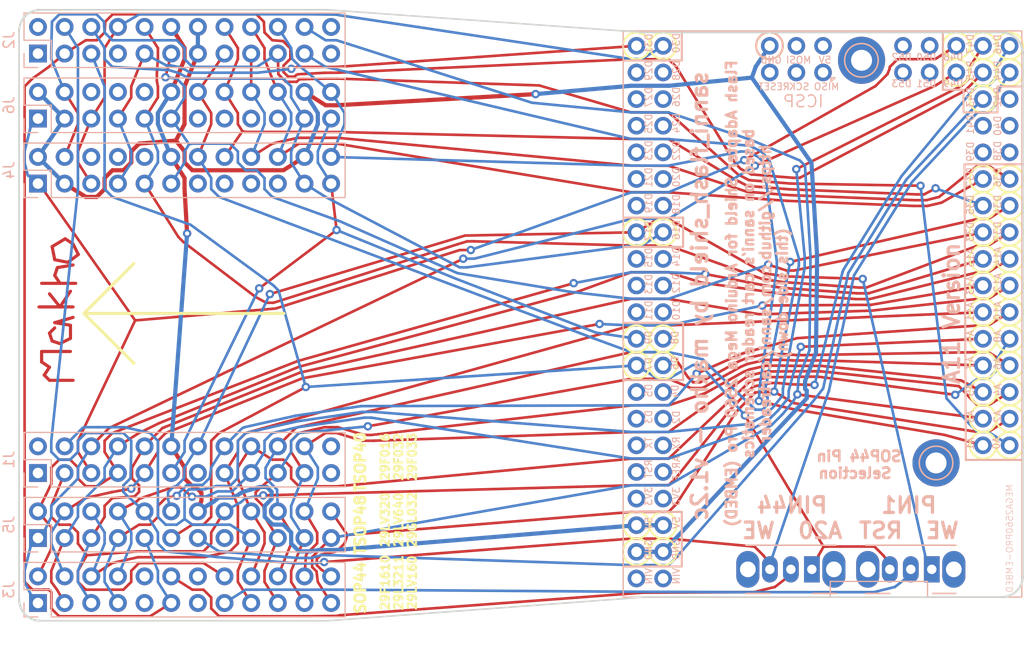
<source format=kicad_pcb>
(kicad_pcb (version 20171130) (host pcbnew "(5.1.5)-2")

  (general
    (thickness 1.6)
    (drawings 88)
    (tracks 1106)
    (zones 0)
    (modules 10)
    (nets 40)
  )

  (page User 129.997 129.997)
  (layers
    (0 F.Cu signal)
    (31 B.Cu signal)
    (32 B.Adhes user)
    (33 F.Adhes user)
    (34 B.Paste user)
    (35 F.Paste user)
    (36 B.SilkS user)
    (37 F.SilkS user)
    (38 B.Mask user)
    (39 F.Mask user)
    (40 Dwgs.User user)
    (41 Cmts.User user)
    (42 Eco1.User user)
    (43 Eco2.User user)
    (44 Edge.Cuts user)
    (45 Margin user)
    (46 B.CrtYd user)
    (47 F.CrtYd user)
    (48 B.Fab user)
    (49 F.Fab user)
  )

  (setup
    (last_trace_width 0.25)
    (user_trace_width 0.25)
    (user_trace_width 0.4)
    (user_trace_width 0.75)
    (trace_clearance 0.2)
    (zone_clearance 0.508)
    (zone_45_only no)
    (trace_min 0.2)
    (via_size 0.8)
    (via_drill 0.4)
    (via_min_size 0.4)
    (via_min_drill 0.3)
    (uvia_size 0.3)
    (uvia_drill 0.1)
    (uvias_allowed no)
    (uvia_min_size 0.2)
    (uvia_min_drill 0.1)
    (edge_width 0.15)
    (segment_width 0.2)
    (pcb_text_width 0.3)
    (pcb_text_size 1.5 1.5)
    (mod_edge_width 0.15)
    (mod_text_size 1 1)
    (mod_text_width 0.15)
    (pad_size 4.5 4.5)
    (pad_drill 2)
    (pad_to_mask_clearance 0.0508)
    (solder_mask_min_width 0.25)
    (aux_axis_origin 0 0)
    (visible_elements 7FFFFFFF)
    (pcbplotparams
      (layerselection 0x010f0_ffffffff)
      (usegerberextensions true)
      (usegerberattributes false)
      (usegerberadvancedattributes false)
      (creategerberjobfile false)
      (excludeedgelayer true)
      (linewidth 0.100000)
      (plotframeref false)
      (viasonmask false)
      (mode 1)
      (useauxorigin false)
      (hpglpennumber 1)
      (hpglpenspeed 20)
      (hpglpendiameter 15.000000)
      (psnegative false)
      (psa4output false)
      (plotreference true)
      (plotvalue true)
      (plotinvisibletext false)
      (padsonsilk false)
      (subtractmaskfromsilk false)
      (outputformat 1)
      (mirror false)
      (drillshape 0)
      (scaleselection 1)
      (outputdirectory "gerber/"))
  )

  (net 0 "")
  (net 1 GND)
  (net 2 VCC)
  (net 3 A9)
  (net 4 D16)
  (net 5 D9)
  (net 6 A0)
  (net 7 A1)
  (net 8 A2)
  (net 9 A3)
  (net 10 A4)
  (net 11 A5)
  (net 12 A6)
  (net 13 A7)
  (net 14 A8)
  (net 15 A10)
  (net 16 A11)
  (net 17 A12)
  (net 18 A13)
  (net 19 A14)
  (net 20 A15)
  (net 21 D37)
  (net 22 D36)
  (net 23 D35)
  (net 24 D34)
  (net 25 D33)
  (net 26 D32)
  (net 27 D31)
  (net 28 D30)
  (net 29 D17)
  (net 30 D7)
  (net 31 D46)
  (net 32 D47)
  (net 33 D48)
  (net 34 D49)
  (net 35 D44)
  (net 36 D45)
  (net 37 A20WE)
  (net 38 WERST)
  (net 39 D43)

  (net_class Default "This is the default net class."
    (clearance 0.2)
    (trace_width 0.25)
    (via_dia 0.8)
    (via_drill 0.4)
    (uvia_dia 0.3)
    (uvia_drill 0.1)
    (add_net A0)
    (add_net A1)
    (add_net A10)
    (add_net A11)
    (add_net A12)
    (add_net A13)
    (add_net A14)
    (add_net A15)
    (add_net A2)
    (add_net A20WE)
    (add_net A3)
    (add_net A4)
    (add_net A5)
    (add_net A6)
    (add_net A7)
    (add_net A8)
    (add_net A9)
    (add_net D16)
    (add_net D17)
    (add_net D30)
    (add_net D31)
    (add_net D32)
    (add_net D33)
    (add_net D34)
    (add_net D35)
    (add_net D36)
    (add_net D37)
    (add_net D43)
    (add_net D44)
    (add_net D45)
    (add_net D46)
    (add_net D47)
    (add_net D48)
    (add_net D49)
    (add_net D7)
    (add_net D9)
    (add_net WERST)
  )

  (net_class power ""
    (clearance 0.2)
    (trace_width 0.4)
    (via_dia 0.8)
    (via_drill 0.4)
    (uvia_dia 0.3)
    (uvia_drill 0.1)
    (add_net GND)
    (add_net VCC)
  )

  (net_class source ""
    (clearance 0.2)
    (trace_width 0.75)
    (via_dia 0.8)
    (via_drill 0.4)
    (uvia_dia 0.3)
    (uvia_drill 0.1)
  )

  (module misc_footprints:makho_fmask (layer F.Cu) (tedit 5E2E043C) (tstamp 5E417A82)
    (at 22.225 44.704 90)
    (fp_text reference REF** (at -3 4 90) (layer F.SilkS) hide
      (effects (font (size 1 1) (thickness 0.15)))
    )
    (fp_text value makho_fmask (at 0 -3.25 90) (layer F.Fab)
      (effects (font (size 1 1) (thickness 0.15)))
    )
    (fp_line (start 2.75 -1.75) (end 2.75 1.5) (layer F.Mask) (width 0.3))
    (fp_line (start 1.75 -1) (end 0.5 0) (layer F.Mask) (width 0.3))
    (fp_line (start 4.75 0.75) (end 5.5 1.75) (layer F.Mask) (width 0.3))
    (fp_line (start 5.5 1.75) (end 6.5 1.25) (layer F.Mask) (width 0.3))
    (fp_line (start 3.5 -0.5) (end 4.25 -0.25) (layer F.Mask) (width 0.3))
    (fp_line (start 5 -0.5) (end 4.75 0.75) (layer F.Mask) (width 0.3))
    (fp_line (start 2.75 0) (end 3.5 -0.5) (layer F.Mask) (width 0.3))
    (fp_line (start 0.5 0) (end 2 1) (layer F.Mask) (width 0.3))
    (fp_line (start 0.5 -2) (end 0.5 1.25) (layer F.Mask) (width 0.3))
    (fp_line (start -1 -0.5) (end -0.5 1.25) (layer F.Mask) (width 0.3))
    (fp_line (start -3 0) (end -2.5 1) (layer F.Mask) (width 0.3))
    (fp_line (start -2.75 -0.75) (end -3 0) (layer F.Mask) (width 0.3))
    (fp_line (start -3.75 -1.75) (end -3.75 1) (layer F.Mask) (width 0.3))
    (fp_line (start 6.25 -0.75) (end 5 -0.5) (layer F.Mask) (width 0.3))
    (fp_line (start -2.5 1) (end -1.25 1) (layer F.Mask) (width 0.3))
    (fp_line (start 4.25 -0.25) (end 4.5 1.25) (layer F.Mask) (width 0.3))
    (fp_line (start -2 -1) (end -2.75 -0.75) (layer F.Mask) (width 0.3))
    (fp_line (start 6.5 1.25) (end 7 0.5) (layer F.Mask) (width 0.3))
    (fp_line (start -1.25 1) (end -1 -0.5) (layer F.Mask) (width 0.3))
    (fp_line (start -1.5 -0.5) (end -2 -1) (layer F.Mask) (width 0.3))
    (fp_line (start 7 0.5) (end 6.25 -0.75) (layer F.Mask) (width 0.3))
    (fp_line (start -4.75 -1.75) (end -3.75 -1.75) (layer F.Cu) (width 0.3))
    (fp_line (start -6 -1.5) (end -5.25 -1) (layer F.Mask) (width 0.3))
    (fp_line (start -5.25 -1) (end -4.75 -1.75) (layer F.Mask) (width 0.3))
    (fp_line (start -6.5 -1) (end -6 -1.5) (layer F.Mask) (width 0.3))
    (fp_line (start -6.5 1.25) (end -6.5 -1) (layer F.Mask) (width 0.3))
    (fp_line (start -7.5 -2.5) (end -7.5 2.5) (layer Dwgs.User) (width 0.15))
    (fp_line (start -7.5 -2.5) (end 7.5 -2.5) (layer Dwgs.User) (width 0.15))
    (fp_line (start 7.5 2.5) (end 7.5 -2.5) (layer Dwgs.User) (width 0.15))
    (fp_line (start -7.5 2.5) (end 7.5 2.5) (layer Dwgs.User) (width 0.15))
    (fp_line (start -6.5 1.25) (end -6.5 -1) (layer F.Cu) (width 0.3))
    (fp_line (start -6.5 -1) (end -6 -1.5) (layer F.Cu) (width 0.3))
    (fp_line (start -6 -1.5) (end -5.25 -1) (layer F.Cu) (width 0.3))
    (fp_line (start -5.25 -1) (end -4.75 -1.75) (layer F.Cu) (width 0.3))
    (fp_line (start -4.75 -1.75) (end -3.75 -1.75) (layer F.Mask) (width 0.3))
    (fp_line (start -3.75 -1.75) (end -3.75 1) (layer F.Cu) (width 0.3))
    (fp_line (start -1.5 -0.5) (end -2 -1) (layer F.Cu) (width 0.3))
    (fp_line (start -2 -1) (end -2.75 -0.75) (layer F.Cu) (width 0.3))
    (fp_line (start -2.75 -0.75) (end -3 0) (layer F.Cu) (width 0.3))
    (fp_line (start -3 0) (end -2.5 1) (layer F.Cu) (width 0.3))
    (fp_line (start -2.5 1) (end -1.25 1) (layer F.Cu) (width 0.3))
    (fp_line (start -1.25 1) (end -1 -0.5) (layer F.Cu) (width 0.3))
    (fp_line (start -1 -0.5) (end -0.5 1.25) (layer F.Cu) (width 0.3))
    (fp_line (start 0.5 -2) (end 0.5 1.25) (layer F.Cu) (width 0.3))
    (fp_line (start 1.75 -1) (end 0.5 0) (layer F.Cu) (width 0.3))
    (fp_line (start 0.5 0) (end 2 1) (layer F.Cu) (width 0.3))
    (fp_line (start 2.75 -1.75) (end 2.75 1.5) (layer F.Cu) (width 0.3))
    (fp_line (start 2.75 0) (end 3.5 -0.5) (layer F.Cu) (width 0.3))
    (fp_line (start 3.5 -0.5) (end 4.25 -0.25) (layer F.Cu) (width 0.3))
    (fp_line (start 4.25 -0.25) (end 4.5 1.25) (layer F.Cu) (width 0.3))
    (fp_line (start 6.25 -0.75) (end 5 -0.5) (layer F.Cu) (width 0.3))
    (fp_line (start 5 -0.5) (end 4.75 0.75) (layer F.Cu) (width 0.3))
    (fp_line (start 4.75 0.75) (end 5.5 1.75) (layer F.Cu) (width 0.3))
    (fp_line (start 5.5 1.75) (end 6.5 1.25) (layer F.Cu) (width 0.3))
    (fp_line (start 6.5 1.25) (end 7 0.5) (layer F.Cu) (width 0.3))
    (fp_line (start 7 0.5) (end 6.25 -0.75) (layer F.Cu) (width 0.3))
  )

  (module misc_footprints:MEGA2560PRO-EMBED (layer B.Cu) (tedit 5E410885) (tstamp 5D5A4283)
    (at 96.2152 37.084 90)
    (descr ROBOTDYN)
    (tags ROBOTDYN)
    (path /5C6F86AE)
    (attr virtual)
    (fp_text reference MEGA2560PRO101 (at -7.62 8.255 90) (layer B.SilkS) hide
      (effects (font (size 0.6096 0.6096) (thickness 0.0508)) (justify mirror))
    )
    (fp_text value MEGA2560PRO-EMBED (at -29.21 16.51 90) (layer B.SilkS)
      (effects (font (size 0.6096 0.6096) (thickness 0.0508)) (justify mirror))
    )
    (fp_circle (center 16.4 2.38586) (end 18 2.38586) (layer B.SilkS) (width 0.15))
    (fp_circle (center -22 9.5) (end -20.4 9.5) (layer B.SilkS) (width 0.15))
    (fp_text user 5V (at 16.42872 -1.08966 180) (layer B.SilkS)
      (effects (font (size 0.6604 0.6604) (thickness 0.1016)) (justify mirror))
    )
    (fp_text user MOSI (at 16.42872 -3.60426 180) (layer B.SilkS)
      (effects (font (size 0.6604 0.6604) (thickness 0.1016)) (justify mirror))
    )
    (fp_text user GND (at 16.42872 -6.22046 180) (layer B.SilkS)
      (effects (font (size 0.6604 0.6604) (thickness 0.1016)) (justify mirror))
    )
    (fp_text user RESET (at 13.88872 -5.94106 180) (layer B.SilkS)
      (effects (font (size 0.6604 0.6604) (thickness 0.1016)) (justify mirror))
    )
    (fp_text user SCK (at 13.88872 -3.55346 180) (layer B.SilkS)
      (effects (font (size 0.6604 0.6604) (thickness 0.1016)) (justify mirror))
    )
    (fp_text user MISO (at 13.88872 -0.93726 180) (layer B.SilkS)
      (effects (font (size 0.6604 0.6604) (thickness 0.1016)) (justify mirror))
    )
    (fp_text user 3V3 (at -25.19172 -15.25778 90) (layer B.SilkS)
      (effects (font (size 0.6604 0.6604) (thickness 0.1016)) (justify mirror))
    )
    (fp_text user GND (at -30.24632 -15.26794 90) (layer B.SilkS)
      (effects (font (size 0.6604 0.6604) (thickness 0.1016)) (justify mirror))
    )
    (fp_text user 5V (at -27.69616 -15.2527 90) (layer B.SilkS)
      (effects (font (size 0.6604 0.6604) (thickness 0.1016)) (justify mirror))
    )
    (fp_text user VIN (at -32.7914 -15.2527 90) (layer B.SilkS)
      (effects (font (size 0.6604 0.6604) (thickness 0.1016)) (justify mirror))
    )
    (fp_text user ICSP (at 12.48918 -3.15722 180) (layer B.SilkS)
      (effects (font (size 1.13284 1.13284) (thickness 0.127)) (justify mirror))
    )
    (fp_text user A0 (at -20.1041 15.24 90) (layer B.SilkS)
      (effects (font (size 0.6604 0.6604) (thickness 0.1016)) (justify mirror))
    )
    (fp_text user A1 (at -20.17014 12.76604 90) (layer B.SilkS)
      (effects (font (size 0.6604 0.6604) (thickness 0.1016)) (justify mirror))
    )
    (fp_text user A2 (at -17.56156 15.367 90) (layer B.SilkS)
      (effects (font (size 0.6604 0.6604) (thickness 0.1016)) (justify mirror))
    )
    (fp_text user A3 (at -17.5768 12.76604 90) (layer B.SilkS)
      (effects (font (size 0.6604 0.6604) (thickness 0.1016)) (justify mirror))
    )
    (fp_text user A4 (at -15.04188 15.37208 90) (layer B.SilkS)
      (effects (font (size 0.6604 0.6604) (thickness 0.1016)) (justify mirror))
    )
    (fp_text user A5 (at -15.04442 12.76858 90) (layer B.SilkS)
      (effects (font (size 0.6604 0.6604) (thickness 0.1016)) (justify mirror))
    )
    (fp_text user A7 (at -12.44854 12.76858 90) (layer B.SilkS)
      (effects (font (size 0.6604 0.6604) (thickness 0.1016)) (justify mirror))
    )
    (fp_text user A6 (at -12.5222 15.367 90) (layer B.SilkS)
      (effects (font (size 0.6604 0.6604) (thickness 0.1016)) (justify mirror))
    )
    (fp_text user A8 (at -9.92886 15.367 90) (layer B.SilkS)
      (effects (font (size 0.6604 0.6604) (thickness 0.1016)) (justify mirror))
    )
    (fp_text user A9 (at -9.92632 12.76604 90) (layer B.SilkS)
      (effects (font (size 0.6604 0.6604) (thickness 0.1016)) (justify mirror))
    )
    (fp_text user D45 (at 15.4178 12.76858 90) (layer B.SilkS)
      (effects (font (size 0.6604 0.6604) (thickness 0.1016)) (justify mirror))
    )
    (fp_text user D44 (at 15.41272 15.37208 90) (layer B.SilkS)
      (effects (font (size 0.6604 0.6604) (thickness 0.1016)) (justify mirror))
    )
    (fp_text user A13 (at -5.0673 12.76604 90) (layer B.SilkS)
      (effects (font (size 0.6604 0.6604) (thickness 0.1016)) (justify mirror))
    )
    (fp_text user A15 (at -2.43078 12.76604 90) (layer B.SilkS)
      (effects (font (size 0.6604 0.6604) (thickness 0.1016)) (justify mirror))
    )
    (fp_text user D35 (at 2.61366 12.76604 90) (layer B.SilkS)
      (effects (font (size 0.6604 0.6604) (thickness 0.1016)) (justify mirror))
    )
    (fp_text user D37 (at 5.24256 12.76604 90) (layer B.SilkS)
      (effects (font (size 0.6604 0.6604) (thickness 0.1016)) (justify mirror))
    )
    (fp_text user D39 (at 7.69112 12.76604 90) (layer B.SilkS)
      (effects (font (size 0.6604 0.6604) (thickness 0.1016)) (justify mirror))
    )
    (fp_text user D41 (at 10.26668 12.76604 90) (layer B.SilkS)
      (effects (font (size 0.6604 0.6604) (thickness 0.1016)) (justify mirror))
    )
    (fp_text user D43 (at 12.85748 12.76604 90) (layer B.SilkS)
      (effects (font (size 0.6604 0.6604) (thickness 0.1016)) (justify mirror))
    )
    (fp_text user A12 (at -4.81838 15.367 90) (layer B.SilkS)
      (effects (font (size 0.6604 0.6604) (thickness 0.1016)) (justify mirror))
    )
    (fp_text user A14 (at -2.30378 15.367 90) (layer B.SilkS)
      (effects (font (size 0.6604 0.6604) (thickness 0.1016)) (justify mirror))
    )
    (fp_text user D34 (at 2.61366 15.367 90) (layer B.SilkS)
      (effects (font (size 0.6604 0.6604) (thickness 0.1016)) (justify mirror))
    )
    (fp_text user D36 (at 5.25526 15.367 90) (layer B.SilkS)
      (effects (font (size 0.6604 0.6604) (thickness 0.1016)) (justify mirror))
    )
    (fp_text user D38 (at 7.75716 15.367 90) (layer B.SilkS)
      (effects (font (size 0.6604 0.6604) (thickness 0.1016)) (justify mirror))
    )
    (fp_text user D40 (at 10.15746 15.367 90) (layer B.SilkS)
      (effects (font (size 0.6604 0.6604) (thickness 0.1016)) (justify mirror))
    )
    (fp_text user D42 (at 12.8778 15.367 90) (layer B.SilkS)
      (effects (font (size 0.6604 0.6604) (thickness 0.1016)) (justify mirror))
    )
    (fp_text user A11 (at -7.5692 12.76604 90) (layer B.SilkS)
      (effects (font (size 0.6604 0.6604) (thickness 0.1016)) (justify mirror))
    )
    (fp_text user D33 (at 0.0381 12.76604 90) (layer B.SilkS)
      (effects (font (size 0.6604 0.6604) (thickness 0.1016)) (justify mirror))
    )
    (fp_text user D47 (at 17.95272 12.76858 90) (layer B.SilkS)
      (effects (font (size 0.6604 0.6604) (thickness 0.1016)) (justify mirror))
    )
    (fp_text user A10 (at -7.49808 15.367 90) (layer B.SilkS)
      (effects (font (size 0.6604 0.6604) (thickness 0.1016)) (justify mirror))
    )
    (fp_text user D32 (at 0.07874 15.367 90) (layer B.SilkS)
      (effects (font (size 0.6604 0.6604) (thickness 0.1016)) (justify mirror))
    )
    (fp_text user D46 (at 17.91462 15.367 90) (layer B.SilkS)
      (effects (font (size 0.6604 0.6604) (thickness 0.1016)) (justify mirror))
    )
    (fp_text user D49 (at 14.17574 11.14298) (layer B.SilkS)
      (effects (font (size 0.6604 0.6604) (thickness 0.1016)) (justify mirror))
    )
    (fp_text user D51 (at 14.17574 8.56488) (layer B.SilkS)
      (effects (font (size 0.6604 0.6604) (thickness 0.1016)) (justify mirror))
    )
    (fp_text user D48 (at 16.69542 11.14298) (layer B.SilkS)
      (effects (font (size 0.6604 0.6604) (thickness 0.1016)) (justify mirror))
    )
    (fp_text user D50 (at 16.69542 8.56996) (layer B.SilkS)
      (effects (font (size 0.6604 0.6604) (thickness 0.1016)) (justify mirror))
    )
    (fp_text user D53 (at 14.17574 6.22046) (layer B.SilkS)
      (effects (font (size 0.6604 0.6604) (thickness 0.1016)) (justify mirror))
    )
    (fp_text user D52 (at 16.69542 6.22046) (layer B.SilkS)
      (effects (font (size 0.6604 0.6604) (thickness 0.1016)) (justify mirror))
    )
    (fp_text user D4 (at -15.16634 -15.3797 90) (layer B.SilkS)
      (effects (font (size 0.6604 0.6604) (thickness 0.1016)) (justify mirror))
    )
    (fp_text user D6 (at -12.48664 -15.38478 90) (layer B.SilkS)
      (effects (font (size 0.6604 0.6604) (thickness 0.1016)) (justify mirror))
    )
    (fp_text user AREF (at -22.53996 -15.2527 90) (layer B.SilkS)
      (effects (font (size 0.6604 0.6604) (thickness 0.1016)) (justify mirror))
    )
    (fp_text user RX (at -20.11934 -15.2527 90) (layer B.SilkS)
      (effects (font (size 0.6604 0.6604) (thickness 0.1016)) (justify mirror))
    )
    (fp_text user D2 (at -17.653 -15.25778 90) (layer B.SilkS)
      (effects (font (size 0.6604 0.6604) (thickness 0.1016)) (justify mirror))
    )
    (fp_text user D8 (at -10.05332 -15.38478 90) (layer B.SilkS)
      (effects (font (size 0.6604 0.6604) (thickness 0.1016)) (justify mirror))
    )
    (fp_text user D10 (at -7.44474 -15.25778 90) (layer B.SilkS)
      (effects (font (size 0.6604 0.6604) (thickness 0.1016)) (justify mirror))
    )
    (fp_text user D12 (at -4.85902 -15.25778 90) (layer B.SilkS)
      (effects (font (size 0.6604 0.6604) (thickness 0.1016)) (justify mirror))
    )
    (fp_text user D16 (at 0.23114 -15.25778 90) (layer B.SilkS)
      (effects (font (size 0.6604 0.6604) (thickness 0.1016)) (justify mirror))
    )
    (fp_text user D20 (at 5.25526 -15.25778 90) (layer B.SilkS)
      (effects (font (size 0.6604 0.6604) (thickness 0.1016)) (justify mirror))
    )
    (fp_text user D22 (at 7.79018 -15.25778 90) (layer B.SilkS)
      (effects (font (size 0.6604 0.6604) (thickness 0.1016)) (justify mirror))
    )
    (fp_text user D26 (at 12.90828 -15.25778 90) (layer B.SilkS)
      (effects (font (size 0.6604 0.6604) (thickness 0.1016)) (justify mirror))
    )
    (fp_text user D28 (at 15.42034 -15.25778 90) (layer B.SilkS)
      (effects (font (size 0.6604 0.6604) (thickness 0.1016)) (justify mirror))
    )
    (fp_text user D18 (at 2.667 -15.25778 90) (layer B.SilkS)
      (effects (font (size 0.6604 0.6604) (thickness 0.1016)) (justify mirror))
    )
    (fp_text user D24 (at 10.39876 -15.25778 90) (layer B.SilkS)
      (effects (font (size 0.6604 0.6604) (thickness 0.1016)) (justify mirror))
    )
    (fp_text user D30 (at 18.04924 -15.25778 90) (layer B.SilkS)
      (effects (font (size 0.6604 0.6604) (thickness 0.1016)) (justify mirror))
    )
    (fp_text user D14 (at -2.33426 -15.25778 90) (layer B.SilkS)
      (effects (font (size 0.6604 0.6604) (thickness 0.1016)) (justify mirror))
    )
    (fp_text user VIN (at -32.7914 -17.88414 90) (layer B.SilkS)
      (effects (font (size 0.6604 0.6604) (thickness 0.1016)) (justify mirror))
    )
    (fp_text user D7 (at -12.55776 -17.88414 90) (layer B.SilkS)
      (effects (font (size 0.6604 0.6604) (thickness 0.1016)) (justify mirror))
    )
    (fp_text user D15 (at -2.41808 -17.88668 90) (layer B.SilkS)
      (effects (font (size 0.6604 0.6604) (thickness 0.1016)) (justify mirror))
    )
    (fp_text user D23 (at 7.8105 -17.88668 90) (layer B.SilkS)
      (effects (font (size 0.6604 0.6604) (thickness 0.1016)) (justify mirror))
    )
    (fp_text user D31 (at 17.9959 -17.88668 90) (layer B.SilkS)
      (effects (font (size 0.6604 0.6604) (thickness 0.1016)) (justify mirror))
    )
    (fp_text user GND (at -30.26664 -17.89684 90) (layer B.SilkS)
      (effects (font (size 0.6604 0.6604) (thickness 0.1016)) (justify mirror))
    )
    (fp_text user 5V (at -27.74442 -17.88414 90) (layer B.SilkS)
      (effects (font (size 0.6604 0.6604) (thickness 0.1016)) (justify mirror))
    )
    (fp_text user TX (at -20.08124 -17.88414 90) (layer B.SilkS)
      (effects (font (size 0.6604 0.6604) (thickness 0.1016)) (justify mirror))
    )
    (fp_text user D3 (at -17.60474 -17.88668 90) (layer B.SilkS)
      (effects (font (size 0.6604 0.6604) (thickness 0.1016)) (justify mirror))
    )
    (fp_text user RST (at -22.57044 -17.89684 90) (layer B.SilkS)
      (effects (font (size 0.6604 0.6604) (thickness 0.1016)) (justify mirror))
    )
    (fp_text user D5 (at -15.09268 -17.88414 90) (layer B.SilkS)
      (effects (font (size 0.6604 0.6604) (thickness 0.1016)) (justify mirror))
    )
    (fp_text user D9 (at -10.03554 -17.88668 90) (layer B.SilkS)
      (effects (font (size 0.6604 0.6604) (thickness 0.1016)) (justify mirror))
    )
    (fp_text user D11 (at -7.45744 -17.88668 90) (layer B.SilkS)
      (effects (font (size 0.6604 0.6604) (thickness 0.1016)) (justify mirror))
    )
    (fp_text user D13 (at -4.9403 -17.88668 90) (layer B.SilkS)
      (effects (font (size 0.6604 0.6604) (thickness 0.1016)) (justify mirror))
    )
    (fp_text user D19 (at 2.77368 -17.88668 90) (layer B.SilkS)
      (effects (font (size 0.6604 0.6604) (thickness 0.1016)) (justify mirror))
    )
    (fp_text user D21 (at 5.23748 -17.88668 90) (layer B.SilkS)
      (effects (font (size 0.6604 0.6604) (thickness 0.1016)) (justify mirror))
    )
    (fp_text user D25 (at 10.35304 -17.88668 90) (layer B.SilkS)
      (effects (font (size 0.6604 0.6604) (thickness 0.1016)) (justify mirror))
    )
    (fp_text user D27 (at 12.8905 -17.88668 90) (layer B.SilkS)
      (effects (font (size 0.6604 0.6604) (thickness 0.1016)) (justify mirror))
    )
    (fp_text user 3V3 (at -25.16378 -17.88668 90) (layer B.SilkS)
      (effects (font (size 0.6604 0.6604) (thickness 0.1016)) (justify mirror))
    )
    (fp_text user D17 (at 0.14224 -17.88668 90) (layer B.SilkS)
      (effects (font (size 0.6604 0.6604) (thickness 0.1016)) (justify mirror))
    )
    (fp_text user D29 (at 15.41526 -17.88668 90) (layer B.SilkS)
      (effects (font (size 0.6604 0.6604) (thickness 0.1016)) (justify mirror))
    )
    (fp_line (start 14.732 -0.508) (end 14.47546 -0.508) (layer B.SilkS) (width 0.127))
    (fp_line (start 14.732 -0.127) (end 14.732 -0.508) (layer B.SilkS) (width 0.127))
    (fp_line (start 14.34846 -0.508) (end 14.732 -0.127) (layer B.SilkS) (width 0.127))
    (fp_line (start 14.47546 -0.508) (end 14.34846 -0.508) (layer B.SilkS) (width 0.127))
    (fp_line (start 14.605 -0.508) (end 14.47546 -0.508) (layer B.SilkS) (width 0.127))
    (fp_line (start -34.798 -20.32) (end 19.2024 -20.32) (layer B.SilkS) (width 0.127))
    (fp_line (start -34.798 -20.32) (end -34.798 -0.5842) (layer B.SilkS) (width 0.127))
    (fp_line (start -34.798 -0.5842) (end -33.2994 -0.5842) (layer B.SilkS) (width 0.127))
    (fp_line (start -33.2994 -0.5842) (end -33.2994 8.6868) (layer B.SilkS) (width 0.127))
    (fp_line (start -34.798 8.6868) (end -33.2994 8.6868) (layer B.SilkS) (width 0.127))
    (fp_line (start -34.798 8.6868) (end -34.798 17.67586) (layer B.SilkS) (width 0.127))
    (fp_line (start -34.798 17.67586) (end 19.2024 17.67586) (layer B.SilkS) (width 0.127))
    (fp_line (start 19.2024 -20.32) (end 19.2024 17.67586) (layer B.SilkS) (width 0.127))
    (pad "" np_thru_hole circle (at -22 9.5 90) (size 4.5 4.5) (drill 2) (layers *.Cu *.Mask))
    (pad "" np_thru_hole circle (at 16.4 2.4 90) (size 4.5 4.5) (drill 2) (layers *.Cu *.Mask))
    (pad VIN@2 thru_hole circle (at -33.02 -16.51 90) (size 1.6764 1.6764) (drill 1) (layers *.Cu *.Paste *.Mask))
    (pad VIN@1 thru_hole circle (at -33.02 -19.05 90) (size 1.6764 1.6764) (drill 1) (layers *.Cu *.Paste *.Mask))
    (pad TX thru_hole circle (at -20.32 -19.05 90) (size 1.6764 1.6764) (drill 1) (layers *.Cu *.Paste *.Mask))
    (pad SCK thru_hole circle (at 15.24 -3.81 90) (size 1.6764 1.6764) (drill 1) (layers *.Cu *.Paste *.Mask))
    (pad RX thru_hole circle (at -20.32 -16.51 90) (size 1.6764 1.6764) (drill 1) (layers *.Cu *.Paste *.Mask))
    (pad RST thru_hole circle (at -22.86 -19.05 90) (size 1.6764 1.6764) (drill 1) (layers *.Cu *.Paste *.Mask))
    (pad RESET thru_hole circle (at 15.24 -6.35 90) (size 1.6764 1.6764) (drill 1) (layers *.Cu *.Paste *.Mask))
    (pad MOSI thru_hole circle (at 17.78 -3.81 90) (size 1.6764 1.6764) (drill 1) (layers *.Cu *.Paste *.Mask))
    (pad MISO thru_hole circle (at 15.24 -1.27 90) (size 1.6764 1.6764) (drill 1) (layers *.Cu *.Paste *.Mask))
    (pad GND@3 thru_hole circle (at 17.78 -6.35 90) (size 1.6764 1.6764) (drill 1) (layers *.Cu *.Paste *.Mask)
      (net 1 GND))
    (pad GND@2 thru_hole circle (at -30.48 -16.51 90) (size 1.6764 1.6764) (drill 1) (layers *.Cu *.Paste *.Mask)
      (net 1 GND))
    (pad GND@1 thru_hole circle (at -30.48 -19.05 90) (size 1.6764 1.6764) (drill 1) (layers *.Cu *.Paste *.Mask)
      (net 1 GND))
    (pad D53 thru_hole circle (at 15.24 6.35 90) (size 1.6764 1.6764) (drill 1) (layers *.Cu *.Paste *.Mask))
    (pad D52 thru_hole circle (at 17.78 6.35 90) (size 1.6764 1.6764) (drill 1) (layers *.Cu *.Paste *.Mask))
    (pad D51 thru_hole circle (at 15.24 8.89 90) (size 1.6764 1.6764) (drill 1) (layers *.Cu *.Paste *.Mask))
    (pad D50 thru_hole circle (at 17.78 8.89 90) (size 1.6764 1.6764) (drill 1) (layers *.Cu *.Paste *.Mask))
    (pad D49 thru_hole circle (at 15.24 11.43 90) (size 1.6764 1.6764) (drill 1) (layers *.Cu *.Paste *.Mask)
      (net 34 D49))
    (pad D48 thru_hole circle (at 17.78 11.43 90) (size 1.6764 1.6764) (drill 1) (layers *.Cu *.Paste *.Mask)
      (net 33 D48))
    (pad D47 thru_hole circle (at 17.78 13.97 90) (size 1.6764 1.6764) (drill 1) (layers *.Cu *.Paste *.Mask)
      (net 32 D47))
    (pad D46 thru_hole circle (at 17.78 16.51 90) (size 1.6764 1.6764) (drill 1) (layers *.Cu *.Paste *.Mask)
      (net 31 D46))
    (pad D45 thru_hole circle (at 15.24 13.97 90) (size 1.6764 1.6764) (drill 1) (layers *.Cu *.Paste *.Mask)
      (net 36 D45))
    (pad D44 thru_hole circle (at 15.24 16.51 90) (size 1.6764 1.6764) (drill 1) (layers *.Cu *.Paste *.Mask)
      (net 35 D44))
    (pad D43 thru_hole circle (at 12.7 13.97 90) (size 1.6764 1.6764) (drill 1) (layers *.Cu *.Paste *.Mask)
      (net 39 D43))
    (pad D42 thru_hole circle (at 12.7 16.51 90) (size 1.6764 1.6764) (drill 1) (layers *.Cu *.Paste *.Mask))
    (pad D41 thru_hole circle (at 10.16 13.97 90) (size 1.6764 1.6764) (drill 1) (layers *.Cu *.Paste *.Mask))
    (pad D40 thru_hole circle (at 10.16 16.51 90) (size 1.6764 1.6764) (drill 1) (layers *.Cu *.Paste *.Mask))
    (pad D39 thru_hole circle (at 7.62 13.97 90) (size 1.6764 1.6764) (drill 1) (layers *.Cu *.Paste *.Mask))
    (pad D38 thru_hole circle (at 7.62 16.51 90) (size 1.6764 1.6764) (drill 1) (layers *.Cu *.Paste *.Mask))
    (pad D37 thru_hole circle (at 5.08 13.97 90) (size 1.6764 1.6764) (drill 1) (layers *.Cu *.Paste *.Mask)
      (net 21 D37))
    (pad D36 thru_hole circle (at 5.08 16.51 90) (size 1.6764 1.6764) (drill 1) (layers *.Cu *.Paste *.Mask)
      (net 22 D36))
    (pad D35 thru_hole circle (at 2.54 13.97 90) (size 1.6764 1.6764) (drill 1) (layers *.Cu *.Paste *.Mask)
      (net 23 D35))
    (pad D34 thru_hole circle (at 2.54 16.51 90) (size 1.6764 1.6764) (drill 1) (layers *.Cu *.Paste *.Mask)
      (net 24 D34))
    (pad D33 thru_hole circle (at 0 13.97 90) (size 1.6764 1.6764) (drill 1) (layers *.Cu *.Paste *.Mask)
      (net 25 D33))
    (pad D32 thru_hole circle (at 0 16.51 90) (size 1.6764 1.6764) (drill 1) (layers *.Cu *.Paste *.Mask)
      (net 26 D32))
    (pad D31 thru_hole circle (at 17.78 -19.05 90) (size 1.6764 1.6764) (drill 1) (layers *.Cu *.Paste *.Mask)
      (net 27 D31))
    (pad D30 thru_hole circle (at 17.78 -16.51 90) (size 1.6764 1.6764) (drill 1) (layers *.Cu *.Paste *.Mask)
      (net 28 D30))
    (pad D29 thru_hole circle (at 15.24 -19.05 90) (size 1.6764 1.6764) (drill 1) (layers *.Cu *.Paste *.Mask))
    (pad D28 thru_hole circle (at 15.24 -16.51 90) (size 1.6764 1.6764) (drill 1) (layers *.Cu *.Paste *.Mask))
    (pad D27 thru_hole circle (at 12.7 -19.05 90) (size 1.6764 1.6764) (drill 1) (layers *.Cu *.Paste *.Mask))
    (pad D26 thru_hole circle (at 12.7 -16.51 90) (size 1.6764 1.6764) (drill 1) (layers *.Cu *.Paste *.Mask))
    (pad D25 thru_hole circle (at 10.16 -19.05 90) (size 1.6764 1.6764) (drill 1) (layers *.Cu *.Paste *.Mask))
    (pad D24 thru_hole circle (at 10.16 -16.51 90) (size 1.6764 1.6764) (drill 1) (layers *.Cu *.Paste *.Mask))
    (pad D23 thru_hole circle (at 7.62 -19.05 90) (size 1.6764 1.6764) (drill 1) (layers *.Cu *.Paste *.Mask))
    (pad D22 thru_hole circle (at 7.62 -16.51 90) (size 1.6764 1.6764) (drill 1) (layers *.Cu *.Paste *.Mask))
    (pad D21 thru_hole circle (at 5.08 -19.05 90) (size 1.6764 1.6764) (drill 1) (layers *.Cu *.Paste *.Mask))
    (pad D20 thru_hole circle (at 5.08 -16.51 90) (size 1.6764 1.6764) (drill 1) (layers *.Cu *.Paste *.Mask))
    (pad D19 thru_hole circle (at 2.54 -19.05 90) (size 1.6764 1.6764) (drill 1) (layers *.Cu *.Paste *.Mask))
    (pad D18 thru_hole circle (at 2.54 -16.51 90) (size 1.6764 1.6764) (drill 1) (layers *.Cu *.Paste *.Mask))
    (pad D17 thru_hole circle (at 0 -19.05 90) (size 1.6764 1.6764) (drill 1) (layers *.Cu *.Paste *.Mask)
      (net 29 D17))
    (pad D16 thru_hole circle (at 0 -16.51 90) (size 1.6764 1.6764) (drill 1) (layers *.Cu *.Paste *.Mask)
      (net 4 D16))
    (pad D15 thru_hole circle (at -2.54 -19.05 90) (size 1.6764 1.6764) (drill 1) (layers *.Cu *.Paste *.Mask))
    (pad D14 thru_hole circle (at -2.54 -16.51 90) (size 1.6764 1.6764) (drill 1) (layers *.Cu *.Paste *.Mask))
    (pad D13 thru_hole circle (at -5.08 -19.05 90) (size 1.6764 1.6764) (drill 1) (layers *.Cu *.Paste *.Mask))
    (pad D12 thru_hole circle (at -5.08 -16.51 90) (size 1.6764 1.6764) (drill 1) (layers *.Cu *.Paste *.Mask))
    (pad D11 thru_hole circle (at -7.62 -19.05 90) (size 1.6764 1.6764) (drill 1) (layers *.Cu *.Paste *.Mask))
    (pad D10 thru_hole circle (at -7.62 -16.51 90) (size 1.6764 1.6764) (drill 1) (layers *.Cu *.Paste *.Mask))
    (pad D9 thru_hole circle (at -10.16 -19.05 90) (size 1.6764 1.6764) (drill 1) (layers *.Cu *.Paste *.Mask)
      (net 5 D9))
    (pad D8 thru_hole circle (at -10.16 -16.51 90) (size 1.6764 1.6764) (drill 1) (layers *.Cu *.Paste *.Mask))
    (pad D7 thru_hole circle (at -12.7 -19.05 90) (size 1.6764 1.6764) (drill 1) (layers *.Cu *.Paste *.Mask)
      (net 30 D7))
    (pad D6 thru_hole circle (at -12.7 -16.51 90) (size 1.6764 1.6764) (drill 1) (layers *.Cu *.Paste *.Mask))
    (pad D5 thru_hole circle (at -15.24 -19.05 90) (size 1.6764 1.6764) (drill 1) (layers *.Cu *.Paste *.Mask))
    (pad D4 thru_hole circle (at -15.24 -16.51 90) (size 1.6764 1.6764) (drill 1) (layers *.Cu *.Paste *.Mask))
    (pad D3 thru_hole circle (at -17.78 -19.05 90) (size 1.6764 1.6764) (drill 1) (layers *.Cu *.Paste *.Mask))
    (pad D2 thru_hole circle (at -17.78 -16.51 90) (size 1.6764 1.6764) (drill 1) (layers *.Cu *.Paste *.Mask))
    (pad AREF thru_hole circle (at -22.86 -16.51 90) (size 1.6764 1.6764) (drill 1) (layers *.Cu *.Paste *.Mask))
    (pad A15 thru_hole circle (at -2.54 13.97 90) (size 1.6764 1.6764) (drill 1) (layers *.Cu *.Paste *.Mask)
      (net 20 A15))
    (pad A14 thru_hole circle (at -2.54 16.51 90) (size 1.6764 1.6764) (drill 1) (layers *.Cu *.Paste *.Mask)
      (net 19 A14))
    (pad A13 thru_hole circle (at -5.08 13.97 90) (size 1.6764 1.6764) (drill 1) (layers *.Cu *.Paste *.Mask)
      (net 18 A13))
    (pad A12 thru_hole circle (at -5.08 16.51 90) (size 1.6764 1.6764) (drill 1) (layers *.Cu *.Paste *.Mask)
      (net 17 A12))
    (pad A11 thru_hole circle (at -7.62 13.97 90) (size 1.6764 1.6764) (drill 1) (layers *.Cu *.Paste *.Mask)
      (net 16 A11))
    (pad A10 thru_hole circle (at -7.62 16.51 90) (size 1.6764 1.6764) (drill 1) (layers *.Cu *.Paste *.Mask)
      (net 15 A10))
    (pad A9 thru_hole circle (at -10.16 13.97 90) (size 1.6764 1.6764) (drill 1) (layers *.Cu *.Paste *.Mask)
      (net 3 A9))
    (pad A8 thru_hole circle (at -10.16 16.51 90) (size 1.6764 1.6764) (drill 1) (layers *.Cu *.Paste *.Mask)
      (net 14 A8))
    (pad A7 thru_hole circle (at -12.7 13.97 90) (size 1.6764 1.6764) (drill 1) (layers *.Cu *.Paste *.Mask)
      (net 13 A7))
    (pad A6 thru_hole circle (at -12.7 16.51 90) (size 1.6764 1.6764) (drill 1) (layers *.Cu *.Paste *.Mask)
      (net 12 A6))
    (pad A5 thru_hole circle (at -15.24 13.97 90) (size 1.6764 1.6764) (drill 1) (layers *.Cu *.Paste *.Mask)
      (net 11 A5))
    (pad A4 thru_hole circle (at -15.24 16.51 90) (size 1.6764 1.6764) (drill 1) (layers *.Cu *.Paste *.Mask)
      (net 10 A4))
    (pad A3 thru_hole circle (at -17.78 13.97 90) (size 1.6764 1.6764) (drill 1) (layers *.Cu *.Paste *.Mask)
      (net 9 A3))
    (pad A2 thru_hole circle (at -17.78 16.51 90) (size 1.6764 1.6764) (drill 1) (layers *.Cu *.Paste *.Mask)
      (net 8 A2))
    (pad A1 thru_hole circle (at -20.32 13.97 90) (size 1.6764 1.6764) (drill 1) (layers *.Cu *.Paste *.Mask)
      (net 7 A1))
    (pad A0 thru_hole circle (at -20.32 16.51 90) (size 1.6764 1.6764) (drill 1) (layers *.Cu *.Paste *.Mask)
      (net 6 A0))
    (pad 5V@3 thru_hole circle (at 17.78 -1.27 90) (size 1.6764 1.6764) (drill 1) (layers *.Cu *.Paste *.Mask))
    (pad 5V@2 thru_hole circle (at -27.94 -16.51 90) (size 1.6764 1.6764) (drill 1) (layers *.Cu *.Paste *.Mask)
      (net 2 VCC))
    (pad 5V@1 thru_hole circle (at -27.94 -19.05 90) (size 1.6764 1.6764) (drill 1) (layers *.Cu *.Paste *.Mask)
      (net 2 VCC))
    (pad 3V3@2 thru_hole circle (at -25.4 -16.51 90) (size 1.6764 1.6764) (drill 1) (layers *.Cu *.Paste *.Mask))
    (pad 3V3@1 thru_hole circle (at -25.4 -19.05 90) (size 1.6764 1.6764) (drill 1) (layers *.Cu *.Paste *.Mask))
  )

  (module Connector_PinSocket_2.54mm:PinSocket_2x12_P2.54mm_Vertical (layer B.Cu) (tedit 5A19A41B) (tstamp 5DB62DA4)
    (at 20.1272 26.242 270)
    (descr "Through hole straight socket strip, 2x12, 2.54mm pitch, double cols (from Kicad 4.0.7), script generated")
    (tags "Through hole socket strip THT 2x12 2.54mm double row")
    (path /5DE0A8D9)
    (fp_text reference J6 (at -1.27 2.77 270) (layer B.SilkS)
      (effects (font (size 1 1) (thickness 0.15)) (justify mirror))
    )
    (fp_text value TSOP48_R (at -1.27 -30.71 270) (layer B.Fab)
      (effects (font (size 1 1) (thickness 0.15)) (justify mirror))
    )
    (fp_text user %R (at -1.27 -13.97) (layer B.Fab)
      (effects (font (size 1 1) (thickness 0.15)) (justify mirror))
    )
    (fp_line (start -4.34 -29.7) (end -4.34 1.8) (layer B.CrtYd) (width 0.05))
    (fp_line (start 1.76 -29.7) (end -4.34 -29.7) (layer B.CrtYd) (width 0.05))
    (fp_line (start 1.76 1.8) (end 1.76 -29.7) (layer B.CrtYd) (width 0.05))
    (fp_line (start -4.34 1.8) (end 1.76 1.8) (layer B.CrtYd) (width 0.05))
    (fp_line (start 0 1.33) (end 1.33 1.33) (layer B.SilkS) (width 0.12))
    (fp_line (start 1.33 1.33) (end 1.33 0) (layer B.SilkS) (width 0.12))
    (fp_line (start -1.27 1.33) (end -1.27 -1.27) (layer B.SilkS) (width 0.12))
    (fp_line (start -1.27 -1.27) (end 1.33 -1.27) (layer B.SilkS) (width 0.12))
    (fp_line (start 1.33 -1.27) (end 1.33 -29.27) (layer B.SilkS) (width 0.12))
    (fp_line (start -3.87 -29.27) (end 1.33 -29.27) (layer B.SilkS) (width 0.12))
    (fp_line (start -3.87 1.33) (end -3.87 -29.27) (layer B.SilkS) (width 0.12))
    (fp_line (start -3.87 1.33) (end -1.27 1.33) (layer B.SilkS) (width 0.12))
    (fp_line (start -3.81 -29.21) (end -3.81 1.27) (layer B.Fab) (width 0.1))
    (fp_line (start 1.27 -29.21) (end -3.81 -29.21) (layer B.Fab) (width 0.1))
    (fp_line (start 1.27 0.27) (end 1.27 -29.21) (layer B.Fab) (width 0.1))
    (fp_line (start 0.27 1.27) (end 1.27 0.27) (layer B.Fab) (width 0.1))
    (fp_line (start -3.81 1.27) (end 0.27 1.27) (layer B.Fab) (width 0.1))
    (pad 24 thru_hole oval (at -2.54 -27.94 270) (size 1.7 1.7) (drill 1) (layers *.Cu *.Mask)
      (net 7 A1))
    (pad 23 thru_hole oval (at 0 -27.94 270) (size 1.7 1.7) (drill 1) (layers *.Cu *.Mask)
      (net 5 D9))
    (pad 22 thru_hole oval (at -2.54 -25.4 270) (size 1.7 1.7) (drill 1) (layers *.Cu *.Mask)
      (net 1 GND))
    (pad 21 thru_hole oval (at 0 -25.4 270) (size 1.7 1.7) (drill 1) (layers *.Cu *.Mask)
      (net 4 D16))
    (pad 20 thru_hole oval (at -2.54 -22.86 270) (size 1.7 1.7) (drill 1) (layers *.Cu *.Mask)
      (net 21 D37))
    (pad 19 thru_hole oval (at 0 -22.86 270) (size 1.7 1.7) (drill 1) (layers *.Cu *.Mask))
    (pad 18 thru_hole oval (at -2.54 -20.32 270) (size 1.7 1.7) (drill 1) (layers *.Cu *.Mask)
      (net 22 D36))
    (pad 17 thru_hole oval (at 0 -20.32 270) (size 1.7 1.7) (drill 1) (layers *.Cu *.Mask))
    (pad 16 thru_hole oval (at -2.54 -17.78 270) (size 1.7 1.7) (drill 1) (layers *.Cu *.Mask)
      (net 23 D35))
    (pad 15 thru_hole oval (at 0 -17.78 270) (size 1.7 1.7) (drill 1) (layers *.Cu *.Mask))
    (pad 14 thru_hole oval (at -2.54 -15.24 270) (size 1.7 1.7) (drill 1) (layers *.Cu *.Mask)
      (net 24 D34))
    (pad 13 thru_hole oval (at 0 -15.24 270) (size 1.7 1.7) (drill 1) (layers *.Cu *.Mask))
    (pad 12 thru_hole oval (at -2.54 -12.7 270) (size 1.7 1.7) (drill 1) (layers *.Cu *.Mask)
      (net 2 VCC))
    (pad 11 thru_hole oval (at 0 -12.7 270) (size 1.7 1.7) (drill 1) (layers *.Cu *.Mask)
      (net 25 D33))
    (pad 10 thru_hole oval (at -2.54 -10.16 270) (size 1.7 1.7) (drill 1) (layers *.Cu *.Mask))
    (pad 9 thru_hole oval (at 0 -10.16 270) (size 1.7 1.7) (drill 1) (layers *.Cu *.Mask)
      (net 26 D32))
    (pad 8 thru_hole oval (at -2.54 -7.62 270) (size 1.7 1.7) (drill 1) (layers *.Cu *.Mask))
    (pad 7 thru_hole oval (at 0 -7.62 270) (size 1.7 1.7) (drill 1) (layers *.Cu *.Mask)
      (net 27 D31))
    (pad 6 thru_hole oval (at -2.54 -5.08 270) (size 1.7 1.7) (drill 1) (layers *.Cu *.Mask))
    (pad 5 thru_hole oval (at 0 -5.08 270) (size 1.7 1.7) (drill 1) (layers *.Cu *.Mask)
      (net 28 D30))
    (pad 4 thru_hole oval (at -2.54 -2.54 270) (size 1.7 1.7) (drill 1) (layers *.Cu *.Mask)
      (net 6 A0))
    (pad 3 thru_hole oval (at 0 -2.54 270) (size 1.7 1.7) (drill 1) (layers *.Cu *.Mask)
      (net 1 GND))
    (pad 2 thru_hole oval (at -2.54 0 270) (size 1.7 1.7) (drill 1) (layers *.Cu *.Mask)
      (net 1 GND))
    (pad 1 thru_hole rect (at 0 0 270) (size 1.7 1.7) (drill 1) (layers *.Cu *.Mask)
      (net 33 D48))
    (model ${KISYS3DMOD}/Connector_PinSocket_2.54mm.3dshapes/PinSocket_2x12_P2.54mm_Vertical.wrl
      (at (xyz 0 0 0))
      (scale (xyz 1 1 1))
      (rotate (xyz 0 0 0))
    )
  )

  (module Connector_PinSocket_2.54mm:PinSocket_2x12_P2.54mm_Vertical (layer B.Cu) (tedit 5A19A41B) (tstamp 5DB62D76)
    (at 20.1272 66.242 270)
    (descr "Through hole straight socket strip, 2x12, 2.54mm pitch, double cols (from Kicad 4.0.7), script generated")
    (tags "Through hole socket strip THT 2x12 2.54mm double row")
    (path /5DB7B26E)
    (fp_text reference J5 (at -1.27 2.77 270) (layer B.SilkS)
      (effects (font (size 1 1) (thickness 0.15)) (justify mirror))
    )
    (fp_text value TSOP48_L (at -1.27 -30.71 270) (layer B.Fab)
      (effects (font (size 1 1) (thickness 0.15)) (justify mirror))
    )
    (fp_text user %R (at -1.27 -13.97) (layer B.Fab)
      (effects (font (size 1 1) (thickness 0.15)) (justify mirror))
    )
    (fp_line (start -4.34 -29.7) (end -4.34 1.8) (layer B.CrtYd) (width 0.05))
    (fp_line (start 1.76 -29.7) (end -4.34 -29.7) (layer B.CrtYd) (width 0.05))
    (fp_line (start 1.76 1.8) (end 1.76 -29.7) (layer B.CrtYd) (width 0.05))
    (fp_line (start -4.34 1.8) (end 1.76 1.8) (layer B.CrtYd) (width 0.05))
    (fp_line (start 0 1.33) (end 1.33 1.33) (layer B.SilkS) (width 0.12))
    (fp_line (start 1.33 1.33) (end 1.33 0) (layer B.SilkS) (width 0.12))
    (fp_line (start -1.27 1.33) (end -1.27 -1.27) (layer B.SilkS) (width 0.12))
    (fp_line (start -1.27 -1.27) (end 1.33 -1.27) (layer B.SilkS) (width 0.12))
    (fp_line (start 1.33 -1.27) (end 1.33 -29.27) (layer B.SilkS) (width 0.12))
    (fp_line (start -3.87 -29.27) (end 1.33 -29.27) (layer B.SilkS) (width 0.12))
    (fp_line (start -3.87 1.33) (end -3.87 -29.27) (layer B.SilkS) (width 0.12))
    (fp_line (start -3.87 1.33) (end -1.27 1.33) (layer B.SilkS) (width 0.12))
    (fp_line (start -3.81 -29.21) (end -3.81 1.27) (layer B.Fab) (width 0.1))
    (fp_line (start 1.27 -29.21) (end -3.81 -29.21) (layer B.Fab) (width 0.1))
    (fp_line (start 1.27 0.27) (end 1.27 -29.21) (layer B.Fab) (width 0.1))
    (fp_line (start 0.27 1.27) (end 1.27 0.27) (layer B.Fab) (width 0.1))
    (fp_line (start -3.81 1.27) (end 0.27 1.27) (layer B.Fab) (width 0.1))
    (pad 24 thru_hole oval (at -2.54 -27.94 270) (size 1.7 1.7) (drill 1) (layers *.Cu *.Mask)
      (net 8 A2))
    (pad 23 thru_hole oval (at 0 -27.94 270) (size 1.7 1.7) (drill 1) (layers *.Cu *.Mask)
      (net 9 A3))
    (pad 22 thru_hole oval (at -2.54 -25.4 270) (size 1.7 1.7) (drill 1) (layers *.Cu *.Mask)
      (net 10 A4))
    (pad 21 thru_hole oval (at 0 -25.4 270) (size 1.7 1.7) (drill 1) (layers *.Cu *.Mask)
      (net 11 A5))
    (pad 20 thru_hole oval (at -2.54 -22.86 270) (size 1.7 1.7) (drill 1) (layers *.Cu *.Mask)
      (net 12 A6))
    (pad 19 thru_hole oval (at 0 -22.86 270) (size 1.7 1.7) (drill 1) (layers *.Cu *.Mask)
      (net 13 A7))
    (pad 18 thru_hole oval (at -2.54 -20.32 270) (size 1.7 1.7) (drill 1) (layers *.Cu *.Mask)
      (net 14 A8))
    (pad 17 thru_hole oval (at 0 -20.32 270) (size 1.7 1.7) (drill 1) (layers *.Cu *.Mask)
      (net 32 D47))
    (pad 16 thru_hole oval (at -2.54 -17.78 270) (size 1.7 1.7) (drill 1) (layers *.Cu *.Mask)
      (net 31 D46))
    (pad 15 thru_hole oval (at 0 -17.78 270) (size 1.7 1.7) (drill 1) (layers *.Cu *.Mask))
    (pad 14 thru_hole oval (at -2.54 -15.24 270) (size 1.7 1.7) (drill 1) (layers *.Cu *.Mask)
      (net 2 VCC))
    (pad 13 thru_hole oval (at 0 -15.24 270) (size 1.7 1.7) (drill 1) (layers *.Cu *.Mask)
      (net 39 D43))
    (pad 12 thru_hole oval (at -2.54 -12.7 270) (size 1.7 1.7) (drill 1) (layers *.Cu *.Mask)
      (net 29 D17))
    (pad 11 thru_hole oval (at 0 -12.7 270) (size 1.7 1.7) (drill 1) (layers *.Cu *.Mask)
      (net 30 D7))
    (pad 10 thru_hole oval (at -2.54 -10.16 270) (size 1.7 1.7) (drill 1) (layers *.Cu *.Mask)
      (net 35 D44))
    (pad 9 thru_hole oval (at 0 -10.16 270) (size 1.7 1.7) (drill 1) (layers *.Cu *.Mask)
      (net 36 D45))
    (pad 8 thru_hole oval (at -2.54 -7.62 270) (size 1.7 1.7) (drill 1) (layers *.Cu *.Mask)
      (net 3 A9))
    (pad 7 thru_hole oval (at 0 -7.62 270) (size 1.7 1.7) (drill 1) (layers *.Cu *.Mask)
      (net 15 A10))
    (pad 6 thru_hole oval (at -2.54 -5.08 270) (size 1.7 1.7) (drill 1) (layers *.Cu *.Mask)
      (net 16 A11))
    (pad 5 thru_hole oval (at 0 -5.08 270) (size 1.7 1.7) (drill 1) (layers *.Cu *.Mask)
      (net 17 A12))
    (pad 4 thru_hole oval (at -2.54 -2.54 270) (size 1.7 1.7) (drill 1) (layers *.Cu *.Mask)
      (net 18 A13))
    (pad 3 thru_hole oval (at 0 -2.54 270) (size 1.7 1.7) (drill 1) (layers *.Cu *.Mask)
      (net 19 A14))
    (pad 2 thru_hole oval (at -2.54 0 270) (size 1.7 1.7) (drill 1) (layers *.Cu *.Mask)
      (net 20 A15))
    (pad 1 thru_hole rect (at 0 0 270) (size 1.7 1.7) (drill 1) (layers *.Cu *.Mask)
      (net 34 D49))
    (model ${KISYS3DMOD}/Connector_PinSocket_2.54mm.3dshapes/PinSocket_2x12_P2.54mm_Vertical.wrl
      (at (xyz 0 0 0))
      (scale (xyz 1 1 1))
      (rotate (xyz 0 0 0))
    )
  )

  (module Connector_PinSocket_2.54mm:PinSocket_2x12_P2.54mm_Vertical (layer B.Cu) (tedit 5A19A41B) (tstamp 5DB62D48)
    (at 20.1272 32.442 270)
    (descr "Through hole straight socket strip, 2x12, 2.54mm pitch, double cols (from Kicad 4.0.7), script generated")
    (tags "Through hole socket strip THT 2x12 2.54mm double row")
    (path /5DB726A7)
    (fp_text reference J4 (at -1.27 2.77 270) (layer B.SilkS)
      (effects (font (size 1 1) (thickness 0.15)) (justify mirror))
    )
    (fp_text value SOP44_R (at -1.27 -30.71 270) (layer B.Fab)
      (effects (font (size 1 1) (thickness 0.15)) (justify mirror))
    )
    (fp_text user %R (at -1.27 -13.97) (layer B.Fab)
      (effects (font (size 1 1) (thickness 0.15)) (justify mirror))
    )
    (fp_line (start -4.34 -29.7) (end -4.34 1.8) (layer B.CrtYd) (width 0.05))
    (fp_line (start 1.76 -29.7) (end -4.34 -29.7) (layer B.CrtYd) (width 0.05))
    (fp_line (start 1.76 1.8) (end 1.76 -29.7) (layer B.CrtYd) (width 0.05))
    (fp_line (start -4.34 1.8) (end 1.76 1.8) (layer B.CrtYd) (width 0.05))
    (fp_line (start 0 1.33) (end 1.33 1.33) (layer B.SilkS) (width 0.12))
    (fp_line (start 1.33 1.33) (end 1.33 0) (layer B.SilkS) (width 0.12))
    (fp_line (start -1.27 1.33) (end -1.27 -1.27) (layer B.SilkS) (width 0.12))
    (fp_line (start -1.27 -1.27) (end 1.33 -1.27) (layer B.SilkS) (width 0.12))
    (fp_line (start 1.33 -1.27) (end 1.33 -29.27) (layer B.SilkS) (width 0.12))
    (fp_line (start -3.87 -29.27) (end 1.33 -29.27) (layer B.SilkS) (width 0.12))
    (fp_line (start -3.87 1.33) (end -3.87 -29.27) (layer B.SilkS) (width 0.12))
    (fp_line (start -3.87 1.33) (end -1.27 1.33) (layer B.SilkS) (width 0.12))
    (fp_line (start -3.81 -29.21) (end -3.81 1.27) (layer B.Fab) (width 0.1))
    (fp_line (start 1.27 -29.21) (end -3.81 -29.21) (layer B.Fab) (width 0.1))
    (fp_line (start 1.27 0.27) (end 1.27 -29.21) (layer B.Fab) (width 0.1))
    (fp_line (start 0.27 1.27) (end 1.27 0.27) (layer B.Fab) (width 0.1))
    (fp_line (start -3.81 1.27) (end 0.27 1.27) (layer B.Fab) (width 0.1))
    (pad 24 thru_hole oval (at -2.54 -27.94 270) (size 1.7 1.7) (drill 1) (layers *.Cu *.Mask)
      (net 7 A1))
    (pad 23 thru_hole oval (at 0 -27.94 270) (size 1.7 1.7) (drill 1) (layers *.Cu *.Mask)
      (net 5 D9))
    (pad 22 thru_hole oval (at -2.54 -25.4 270) (size 1.7 1.7) (drill 1) (layers *.Cu *.Mask)
      (net 1 GND))
    (pad 21 thru_hole oval (at 0 -25.4 270) (size 1.7 1.7) (drill 1) (layers *.Cu *.Mask)
      (net 4 D16))
    (pad 20 thru_hole oval (at -2.54 -22.86 270) (size 1.7 1.7) (drill 1) (layers *.Cu *.Mask)
      (net 21 D37))
    (pad 19 thru_hole oval (at 0 -22.86 270) (size 1.7 1.7) (drill 1) (layers *.Cu *.Mask))
    (pad 18 thru_hole oval (at -2.54 -20.32 270) (size 1.7 1.7) (drill 1) (layers *.Cu *.Mask)
      (net 22 D36))
    (pad 17 thru_hole oval (at 0 -20.32 270) (size 1.7 1.7) (drill 1) (layers *.Cu *.Mask))
    (pad 16 thru_hole oval (at -2.54 -17.78 270) (size 1.7 1.7) (drill 1) (layers *.Cu *.Mask)
      (net 23 D35))
    (pad 15 thru_hole oval (at 0 -17.78 270) (size 1.7 1.7) (drill 1) (layers *.Cu *.Mask))
    (pad 14 thru_hole oval (at -2.54 -15.24 270) (size 1.7 1.7) (drill 1) (layers *.Cu *.Mask)
      (net 24 D34))
    (pad 13 thru_hole oval (at 0 -15.24 270) (size 1.7 1.7) (drill 1) (layers *.Cu *.Mask))
    (pad 12 thru_hole oval (at -2.54 -12.7 270) (size 1.7 1.7) (drill 1) (layers *.Cu *.Mask)
      (net 2 VCC))
    (pad 11 thru_hole oval (at 0 -12.7 270) (size 1.7 1.7) (drill 1) (layers *.Cu *.Mask)
      (net 25 D33))
    (pad 10 thru_hole oval (at -2.54 -10.16 270) (size 1.7 1.7) (drill 1) (layers *.Cu *.Mask))
    (pad 9 thru_hole oval (at 0 -10.16 270) (size 1.7 1.7) (drill 1) (layers *.Cu *.Mask)
      (net 26 D32))
    (pad 8 thru_hole oval (at -2.54 -7.62 270) (size 1.7 1.7) (drill 1) (layers *.Cu *.Mask))
    (pad 7 thru_hole oval (at 0 -7.62 270) (size 1.7 1.7) (drill 1) (layers *.Cu *.Mask)
      (net 27 D31))
    (pad 6 thru_hole oval (at -2.54 -5.08 270) (size 1.7 1.7) (drill 1) (layers *.Cu *.Mask))
    (pad 5 thru_hole oval (at 0 -5.08 270) (size 1.7 1.7) (drill 1) (layers *.Cu *.Mask)
      (net 28 D30))
    (pad 4 thru_hole oval (at -2.54 -2.54 270) (size 1.7 1.7) (drill 1) (layers *.Cu *.Mask)
      (net 6 A0))
    (pad 3 thru_hole oval (at 0 -2.54 270) (size 1.7 1.7) (drill 1) (layers *.Cu *.Mask)
      (net 1 GND))
    (pad 2 thru_hole oval (at -2.54 0 270) (size 1.7 1.7) (drill 1) (layers *.Cu *.Mask)
      (net 1 GND))
    (pad 1 thru_hole rect (at 0 0 270) (size 1.7 1.7) (drill 1) (layers *.Cu *.Mask)
      (net 33 D48))
    (model ${KISYS3DMOD}/Connector_PinSocket_2.54mm.3dshapes/PinSocket_2x12_P2.54mm_Vertical.wrl
      (at (xyz 0 0 0))
      (scale (xyz 1 1 1))
      (rotate (xyz 0 0 0))
    )
  )

  (module Connector_PinSocket_2.54mm:PinSocket_2x12_P2.54mm_Vertical (layer B.Cu) (tedit 5A19A41B) (tstamp 5DB62D1A)
    (at 20.1272 72.442 270)
    (descr "Through hole straight socket strip, 2x12, 2.54mm pitch, double cols (from Kicad 4.0.7), script generated")
    (tags "Through hole socket strip THT 2x12 2.54mm double row")
    (path /5DB71589)
    (fp_text reference J3 (at -1.27 2.77 270) (layer B.SilkS)
      (effects (font (size 1 1) (thickness 0.15)) (justify mirror))
    )
    (fp_text value SOP44_L (at -1.27 -30.71 270) (layer B.Fab)
      (effects (font (size 1 1) (thickness 0.15)) (justify mirror))
    )
    (fp_text user %R (at -1.27 -13.97) (layer B.Fab)
      (effects (font (size 1 1) (thickness 0.15)) (justify mirror))
    )
    (fp_line (start -4.34 -29.7) (end -4.34 1.8) (layer B.CrtYd) (width 0.05))
    (fp_line (start 1.76 -29.7) (end -4.34 -29.7) (layer B.CrtYd) (width 0.05))
    (fp_line (start 1.76 1.8) (end 1.76 -29.7) (layer B.CrtYd) (width 0.05))
    (fp_line (start -4.34 1.8) (end 1.76 1.8) (layer B.CrtYd) (width 0.05))
    (fp_line (start 0 1.33) (end 1.33 1.33) (layer B.SilkS) (width 0.12))
    (fp_line (start 1.33 1.33) (end 1.33 0) (layer B.SilkS) (width 0.12))
    (fp_line (start -1.27 1.33) (end -1.27 -1.27) (layer B.SilkS) (width 0.12))
    (fp_line (start -1.27 -1.27) (end 1.33 -1.27) (layer B.SilkS) (width 0.12))
    (fp_line (start 1.33 -1.27) (end 1.33 -29.27) (layer B.SilkS) (width 0.12))
    (fp_line (start -3.87 -29.27) (end 1.33 -29.27) (layer B.SilkS) (width 0.12))
    (fp_line (start -3.87 1.33) (end -3.87 -29.27) (layer B.SilkS) (width 0.12))
    (fp_line (start -3.87 1.33) (end -1.27 1.33) (layer B.SilkS) (width 0.12))
    (fp_line (start -3.81 -29.21) (end -3.81 1.27) (layer B.Fab) (width 0.1))
    (fp_line (start 1.27 -29.21) (end -3.81 -29.21) (layer B.Fab) (width 0.1))
    (fp_line (start 1.27 0.27) (end 1.27 -29.21) (layer B.Fab) (width 0.1))
    (fp_line (start 0.27 1.27) (end 1.27 0.27) (layer B.Fab) (width 0.1))
    (fp_line (start -3.81 1.27) (end 0.27 1.27) (layer B.Fab) (width 0.1))
    (pad 24 thru_hole oval (at -2.54 -27.94 270) (size 1.7 1.7) (drill 1) (layers *.Cu *.Mask)
      (net 8 A2))
    (pad 23 thru_hole oval (at 0 -27.94 270) (size 1.7 1.7) (drill 1) (layers *.Cu *.Mask)
      (net 9 A3))
    (pad 22 thru_hole oval (at -2.54 -25.4 270) (size 1.7 1.7) (drill 1) (layers *.Cu *.Mask)
      (net 10 A4))
    (pad 21 thru_hole oval (at 0 -25.4 270) (size 1.7 1.7) (drill 1) (layers *.Cu *.Mask)
      (net 11 A5))
    (pad 20 thru_hole oval (at -2.54 -22.86 270) (size 1.7 1.7) (drill 1) (layers *.Cu *.Mask)
      (net 12 A6))
    (pad 19 thru_hole oval (at 0 -22.86 270) (size 1.7 1.7) (drill 1) (layers *.Cu *.Mask)
      (net 13 A7))
    (pad 18 thru_hole oval (at -2.54 -20.32 270) (size 1.7 1.7) (drill 1) (layers *.Cu *.Mask)
      (net 14 A8))
    (pad 17 thru_hole oval (at 0 -20.32 270) (size 1.7 1.7) (drill 1) (layers *.Cu *.Mask)
      (net 32 D47))
    (pad 16 thru_hole oval (at -2.54 -17.78 270) (size 1.7 1.7) (drill 1) (layers *.Cu *.Mask)
      (net 31 D46))
    (pad 15 thru_hole oval (at 0 -17.78 270) (size 1.7 1.7) (drill 1) (layers *.Cu *.Mask)
      (net 38 WERST))
    (pad 14 thru_hole oval (at -2.54 -15.24 270) (size 1.7 1.7) (drill 1) (layers *.Cu *.Mask))
    (pad 13 thru_hole oval (at 0 -15.24 270) (size 1.7 1.7) (drill 1) (layers *.Cu *.Mask))
    (pad 12 thru_hole oval (at -2.54 -12.7 270) (size 1.7 1.7) (drill 1) (layers *.Cu *.Mask)
      (net 37 A20WE))
    (pad 11 thru_hole oval (at 0 -12.7 270) (size 1.7 1.7) (drill 1) (layers *.Cu *.Mask)
      (net 36 D45))
    (pad 10 thru_hole oval (at -2.54 -10.16 270) (size 1.7 1.7) (drill 1) (layers *.Cu *.Mask))
    (pad 9 thru_hole oval (at 0 -10.16 270) (size 1.7 1.7) (drill 1) (layers *.Cu *.Mask))
    (pad 8 thru_hole oval (at -2.54 -7.62 270) (size 1.7 1.7) (drill 1) (layers *.Cu *.Mask)
      (net 3 A9))
    (pad 7 thru_hole oval (at 0 -7.62 270) (size 1.7 1.7) (drill 1) (layers *.Cu *.Mask)
      (net 15 A10))
    (pad 6 thru_hole oval (at -2.54 -5.08 270) (size 1.7 1.7) (drill 1) (layers *.Cu *.Mask)
      (net 16 A11))
    (pad 5 thru_hole oval (at 0 -5.08 270) (size 1.7 1.7) (drill 1) (layers *.Cu *.Mask)
      (net 17 A12))
    (pad 4 thru_hole oval (at -2.54 -2.54 270) (size 1.7 1.7) (drill 1) (layers *.Cu *.Mask)
      (net 18 A13))
    (pad 3 thru_hole oval (at 0 -2.54 270) (size 1.7 1.7) (drill 1) (layers *.Cu *.Mask)
      (net 19 A14))
    (pad 2 thru_hole oval (at -2.54 0 270) (size 1.7 1.7) (drill 1) (layers *.Cu *.Mask)
      (net 20 A15))
    (pad 1 thru_hole rect (at 0 0 270) (size 1.7 1.7) (drill 1) (layers *.Cu *.Mask)
      (net 34 D49))
    (model ${KISYS3DMOD}/Connector_PinSocket_2.54mm.3dshapes/PinSocket_2x12_P2.54mm_Vertical.wrl
      (at (xyz 0 0 0))
      (scale (xyz 1 1 1))
      (rotate (xyz 0 0 0))
    )
  )

  (module Connector_PinSocket_2.54mm:PinSocket_2x12_P2.54mm_Vertical (layer B.Cu) (tedit 5A19A41B) (tstamp 5DB62CEC)
    (at 20.1272 20.042 270)
    (descr "Through hole straight socket strip, 2x12, 2.54mm pitch, double cols (from Kicad 4.0.7), script generated")
    (tags "Through hole socket strip THT 2x12 2.54mm double row")
    (path /5DB6D549)
    (fp_text reference J2 (at -1.27 2.77 270) (layer B.SilkS)
      (effects (font (size 1 1) (thickness 0.15)) (justify mirror))
    )
    (fp_text value TSOP40_R (at -1.27 -30.71 270) (layer B.Fab)
      (effects (font (size 1 1) (thickness 0.15)) (justify mirror))
    )
    (fp_text user %R (at -1.27 -13.97) (layer B.Fab)
      (effects (font (size 1 1) (thickness 0.15)) (justify mirror))
    )
    (fp_line (start -4.34 -29.7) (end -4.34 1.8) (layer B.CrtYd) (width 0.05))
    (fp_line (start 1.76 -29.7) (end -4.34 -29.7) (layer B.CrtYd) (width 0.05))
    (fp_line (start 1.76 1.8) (end 1.76 -29.7) (layer B.CrtYd) (width 0.05))
    (fp_line (start -4.34 1.8) (end 1.76 1.8) (layer B.CrtYd) (width 0.05))
    (fp_line (start 0 1.33) (end 1.33 1.33) (layer B.SilkS) (width 0.12))
    (fp_line (start 1.33 1.33) (end 1.33 0) (layer B.SilkS) (width 0.12))
    (fp_line (start -1.27 1.33) (end -1.27 -1.27) (layer B.SilkS) (width 0.12))
    (fp_line (start -1.27 -1.27) (end 1.33 -1.27) (layer B.SilkS) (width 0.12))
    (fp_line (start 1.33 -1.27) (end 1.33 -29.27) (layer B.SilkS) (width 0.12))
    (fp_line (start -3.87 -29.27) (end 1.33 -29.27) (layer B.SilkS) (width 0.12))
    (fp_line (start -3.87 1.33) (end -3.87 -29.27) (layer B.SilkS) (width 0.12))
    (fp_line (start -3.87 1.33) (end -1.27 1.33) (layer B.SilkS) (width 0.12))
    (fp_line (start -3.81 -29.21) (end -3.81 1.27) (layer B.Fab) (width 0.1))
    (fp_line (start 1.27 -29.21) (end -3.81 -29.21) (layer B.Fab) (width 0.1))
    (fp_line (start 1.27 0.27) (end 1.27 -29.21) (layer B.Fab) (width 0.1))
    (fp_line (start 0.27 1.27) (end 1.27 0.27) (layer B.Fab) (width 0.1))
    (fp_line (start -3.81 1.27) (end 0.27 1.27) (layer B.Fab) (width 0.1))
    (pad 24 thru_hole oval (at -2.54 -27.94 270) (size 1.7 1.7) (drill 1) (layers *.Cu *.Mask))
    (pad 23 thru_hole oval (at 0 -27.94 270) (size 1.7 1.7) (drill 1) (layers *.Cu *.Mask))
    (pad 22 thru_hole oval (at -2.54 -25.4 270) (size 1.7 1.7) (drill 1) (layers *.Cu *.Mask)
      (net 9 A3))
    (pad 21 thru_hole oval (at 0 -25.4 270) (size 1.7 1.7) (drill 1) (layers *.Cu *.Mask)
      (net 8 A2))
    (pad 20 thru_hole oval (at -2.54 -22.86 270) (size 1.7 1.7) (drill 1) (layers *.Cu *.Mask)
      (net 7 A1))
    (pad 19 thru_hole oval (at 0 -22.86 270) (size 1.7 1.7) (drill 1) (layers *.Cu *.Mask)
      (net 6 A0))
    (pad 18 thru_hole oval (at -2.54 -20.32 270) (size 1.7 1.7) (drill 1) (layers *.Cu *.Mask)
      (net 21 D37))
    (pad 17 thru_hole oval (at 0 -20.32 270) (size 1.7 1.7) (drill 1) (layers *.Cu *.Mask)
      (net 22 D36))
    (pad 16 thru_hole oval (at -2.54 -17.78 270) (size 1.7 1.7) (drill 1) (layers *.Cu *.Mask)
      (net 23 D35))
    (pad 15 thru_hole oval (at 0 -17.78 270) (size 1.7 1.7) (drill 1) (layers *.Cu *.Mask)
      (net 24 D34))
    (pad 14 thru_hole oval (at -2.54 -15.24 270) (size 1.7 1.7) (drill 1) (layers *.Cu *.Mask)
      (net 1 GND))
    (pad 13 thru_hole oval (at 0 -15.24 270) (size 1.7 1.7) (drill 1) (layers *.Cu *.Mask)
      (net 1 GND))
    (pad 12 thru_hole oval (at -2.54 -12.7 270) (size 1.7 1.7) (drill 1) (layers *.Cu *.Mask)
      (net 2 VCC))
    (pad 11 thru_hole oval (at 0 -12.7 270) (size 1.7 1.7) (drill 1) (layers *.Cu *.Mask)
      (net 25 D33))
    (pad 10 thru_hole oval (at -2.54 -10.16 270) (size 1.7 1.7) (drill 1) (layers *.Cu *.Mask)
      (net 26 D32))
    (pad 9 thru_hole oval (at 0 -10.16 270) (size 1.7 1.7) (drill 1) (layers *.Cu *.Mask)
      (net 27 D31))
    (pad 8 thru_hole oval (at -2.54 -7.62 270) (size 1.7 1.7) (drill 1) (layers *.Cu *.Mask)
      (net 28 D30))
    (pad 7 thru_hole oval (at 0 -7.62 270) (size 1.7 1.7) (drill 1) (layers *.Cu *.Mask))
    (pad 6 thru_hole oval (at -2.54 -5.08 270) (size 1.7 1.7) (drill 1) (layers *.Cu *.Mask)
      (net 4 D16))
    (pad 5 thru_hole oval (at 0 -5.08 270) (size 1.7 1.7) (drill 1) (layers *.Cu *.Mask)
      (net 30 D7))
    (pad 4 thru_hole oval (at -2.54 -2.54 270) (size 1.7 1.7) (drill 1) (layers *.Cu *.Mask)
      (net 35 D44))
    (pad 3 thru_hole oval (at 0 -2.54 270) (size 1.7 1.7) (drill 1) (layers *.Cu *.Mask)
      (net 36 D45))
    (pad 2 thru_hole oval (at -2.54 0 270) (size 1.7 1.7) (drill 1) (layers *.Cu *.Mask))
    (pad 1 thru_hole rect (at 0 0 270) (size 1.7 1.7) (drill 1) (layers *.Cu *.Mask))
    (model ${KISYS3DMOD}/Connector_PinSocket_2.54mm.3dshapes/PinSocket_2x12_P2.54mm_Vertical.wrl
      (at (xyz 0 0 0))
      (scale (xyz 1 1 1))
      (rotate (xyz 0 0 0))
    )
  )

  (module Connector_PinSocket_2.54mm:PinSocket_2x12_P2.54mm_Vertical (layer B.Cu) (tedit 5A19A41B) (tstamp 5DB62CBE)
    (at 20.1272 60.042 270)
    (descr "Through hole straight socket strip, 2x12, 2.54mm pitch, double cols (from Kicad 4.0.7), script generated")
    (tags "Through hole socket strip THT 2x12 2.54mm double row")
    (path /5DB6C6ED)
    (fp_text reference J1 (at -1.27 2.77 270) (layer B.SilkS)
      (effects (font (size 1 1) (thickness 0.15)) (justify mirror))
    )
    (fp_text value TSOP40_L (at -1.27 -30.71 270) (layer B.Fab)
      (effects (font (size 1 1) (thickness 0.15)) (justify mirror))
    )
    (fp_text user %R (at -1.27 -13.97) (layer B.Fab)
      (effects (font (size 1 1) (thickness 0.15)) (justify mirror))
    )
    (fp_line (start -4.34 -29.7) (end -4.34 1.8) (layer B.CrtYd) (width 0.05))
    (fp_line (start 1.76 -29.7) (end -4.34 -29.7) (layer B.CrtYd) (width 0.05))
    (fp_line (start 1.76 1.8) (end 1.76 -29.7) (layer B.CrtYd) (width 0.05))
    (fp_line (start -4.34 1.8) (end 1.76 1.8) (layer B.CrtYd) (width 0.05))
    (fp_line (start 0 1.33) (end 1.33 1.33) (layer B.SilkS) (width 0.12))
    (fp_line (start 1.33 1.33) (end 1.33 0) (layer B.SilkS) (width 0.12))
    (fp_line (start -1.27 1.33) (end -1.27 -1.27) (layer B.SilkS) (width 0.12))
    (fp_line (start -1.27 -1.27) (end 1.33 -1.27) (layer B.SilkS) (width 0.12))
    (fp_line (start 1.33 -1.27) (end 1.33 -29.27) (layer B.SilkS) (width 0.12))
    (fp_line (start -3.87 -29.27) (end 1.33 -29.27) (layer B.SilkS) (width 0.12))
    (fp_line (start -3.87 1.33) (end -3.87 -29.27) (layer B.SilkS) (width 0.12))
    (fp_line (start -3.87 1.33) (end -1.27 1.33) (layer B.SilkS) (width 0.12))
    (fp_line (start -3.81 -29.21) (end -3.81 1.27) (layer B.Fab) (width 0.1))
    (fp_line (start 1.27 -29.21) (end -3.81 -29.21) (layer B.Fab) (width 0.1))
    (fp_line (start 1.27 0.27) (end 1.27 -29.21) (layer B.Fab) (width 0.1))
    (fp_line (start 0.27 1.27) (end 1.27 0.27) (layer B.Fab) (width 0.1))
    (fp_line (start -3.81 1.27) (end 0.27 1.27) (layer B.Fab) (width 0.1))
    (pad 24 thru_hole oval (at -2.54 -27.94 270) (size 1.7 1.7) (drill 1) (layers *.Cu *.Mask))
    (pad 23 thru_hole oval (at 0 -27.94 270) (size 1.7 1.7) (drill 1) (layers *.Cu *.Mask))
    (pad 22 thru_hole oval (at -2.54 -25.4 270) (size 1.7 1.7) (drill 1) (layers *.Cu *.Mask)
      (net 10 A4))
    (pad 21 thru_hole oval (at 0 -25.4 270) (size 1.7 1.7) (drill 1) (layers *.Cu *.Mask)
      (net 11 A5))
    (pad 20 thru_hole oval (at -2.54 -22.86 270) (size 1.7 1.7) (drill 1) (layers *.Cu *.Mask)
      (net 12 A6))
    (pad 19 thru_hole oval (at 0 -22.86 270) (size 1.7 1.7) (drill 1) (layers *.Cu *.Mask)
      (net 13 A7))
    (pad 18 thru_hole oval (at -2.54 -20.32 270) (size 1.7 1.7) (drill 1) (layers *.Cu *.Mask)
      (net 14 A8))
    (pad 17 thru_hole oval (at 0 -20.32 270) (size 1.7 1.7) (drill 1) (layers *.Cu *.Mask)
      (net 3 A9))
    (pad 16 thru_hole oval (at -2.54 -17.78 270) (size 1.7 1.7) (drill 1) (layers *.Cu *.Mask)
      (net 15 A10))
    (pad 15 thru_hole oval (at 0 -17.78 270) (size 1.7 1.7) (drill 1) (layers *.Cu *.Mask)
      (net 16 A11))
    (pad 14 thru_hole oval (at -2.54 -15.24 270) (size 1.7 1.7) (drill 1) (layers *.Cu *.Mask)
      (net 29 D17))
    (pad 13 thru_hole oval (at 0 -15.24 270) (size 1.7 1.7) (drill 1) (layers *.Cu *.Mask))
    (pad 12 thru_hole oval (at -2.54 -12.7 270) (size 1.7 1.7) (drill 1) (layers *.Cu *.Mask)
      (net 2 VCC))
    (pad 11 thru_hole oval (at 0 -12.7 270) (size 1.7 1.7) (drill 1) (layers *.Cu *.Mask)
      (net 5 D9))
    (pad 10 thru_hole oval (at -2.54 -10.16 270) (size 1.7 1.7) (drill 1) (layers *.Cu *.Mask)
      (net 17 A12))
    (pad 9 thru_hole oval (at 0 -10.16 270) (size 1.7 1.7) (drill 1) (layers *.Cu *.Mask)
      (net 18 A13))
    (pad 8 thru_hole oval (at -2.54 -7.62 270) (size 1.7 1.7) (drill 1) (layers *.Cu *.Mask)
      (net 19 A14))
    (pad 7 thru_hole oval (at 0 -7.62 270) (size 1.7 1.7) (drill 1) (layers *.Cu *.Mask)
      (net 20 A15))
    (pad 6 thru_hole oval (at -2.54 -5.08 270) (size 1.7 1.7) (drill 1) (layers *.Cu *.Mask)
      (net 34 D49))
    (pad 5 thru_hole oval (at 0 -5.08 270) (size 1.7 1.7) (drill 1) (layers *.Cu *.Mask)
      (net 33 D48))
    (pad 4 thru_hole oval (at -2.54 -2.54 270) (size 1.7 1.7) (drill 1) (layers *.Cu *.Mask)
      (net 32 D47))
    (pad 3 thru_hole oval (at 0 -2.54 270) (size 1.7 1.7) (drill 1) (layers *.Cu *.Mask)
      (net 31 D46))
    (pad 2 thru_hole oval (at -2.54 0 270) (size 1.7 1.7) (drill 1) (layers *.Cu *.Mask))
    (pad 1 thru_hole rect (at 0 0 270) (size 1.7 1.7) (drill 1) (layers *.Cu *.Mask))
    (model ${KISYS3DMOD}/Connector_PinSocket_2.54mm.3dshapes/PinSocket_2x12_P2.54mm_Vertical.wrl
      (at (xyz 0 0 0))
      (scale (xyz 1 1 1))
      (rotate (xyz 0 0 0))
    )
  )

  (module Button_Switch_THT:SW_CuK_OS102011MA1QN1_SPDT_Angled (layer B.Cu) (tedit 5D587ED1) (tstamp 5D65246B)
    (at 93.8784 69.233 180)
    (descr "CuK miniature slide switch, OS series, SPDT, right angle, http://www.ckswitches.com/media/1428/os.pdf")
    (tags "switch SPDT")
    (path /5D5884B8)
    (fp_text reference SW1 (at 1.4 3.6 180) (layer B.SilkS) hide
      (effects (font (size 1 1) (thickness 0.15)) (justify mirror))
    )
    (fp_text value "A20/WE (SOP44)" (at 1.7 -7.7 180) (layer B.Fab)
      (effects (font (size 1 1) (thickness 0.15)) (justify mirror))
    )
    (fp_text user %R (at 2.3 -1.7 180) (layer B.Fab)
      (effects (font (size 0.5 0.5) (thickness 0.1)) (justify mirror))
    )
    (fp_line (start -2.3 2.2) (end 6.3 2.2) (layer B.Fab) (width 0.1))
    (fp_line (start -2.3 2.2) (end -2.3 -2.2) (layer B.Fab) (width 0.1))
    (fp_line (start -2.3 -2.2) (end 6.3 -2.2) (layer B.Fab) (width 0.1))
    (fp_line (start 6.3 -2.2) (end 6.3 2.2) (layer B.Fab) (width 0.1))
    (fp_line (start 2 -2.2) (end 2 -6.2) (layer B.Fab) (width 0.1))
    (fp_line (start 2 -6.2) (end 0 -6.2) (layer B.Fab) (width 0.1))
    (fp_line (start 0 -6.2) (end 0 -2.2) (layer B.Fab) (width 0.1))
    (fp_line (start -2.3 2.3) (end 6.3 2.3) (layer B.SilkS) (width 0.15))
    (fp_line (start -2.3 -2.3) (end -0.1 -2.3) (layer B.SilkS) (width 0.15))
    (fp_line (start 4 -2.3) (end 6.3 -2.3) (layer B.SilkS) (width 0.15))
    (fp_line (start 7.7 2.7) (end 7.7 -6.7) (layer B.CrtYd) (width 0.05))
    (fp_line (start 7.7 -6.7) (end -3.7 -6.7) (layer B.CrtYd) (width 0.05))
    (fp_line (start -3.7 -6.7) (end -3.7 2.7) (layer B.CrtYd) (width 0.05))
    (fp_line (start -3.7 2.7) (end 7.7 2.7) (layer B.CrtYd) (width 0.05))
    (pad 1 thru_hole rect (at 0 0 180) (size 1.5 2.5) (drill 0.9) (layers *.Cu *.Mask)
      (net 30 D7))
    (pad 2 thru_hole oval (at 2 0 180) (size 1.5 2.5) (drill 0.9) (layers *.Cu *.Mask)
      (net 37 A20WE))
    (pad 3 thru_hole oval (at 4 0 180) (size 1.5 2.5) (drill 0.9) (layers *.Cu *.Mask)
      (net 35 D44))
    (pad "" thru_hole oval (at -2.1 0 180) (size 2.2 3.5) (drill 1.5) (layers *.Cu *.Mask))
    (pad "" thru_hole oval (at 6.1 0 180) (size 2.2 3.5) (drill 1.5) (layers *.Cu *.Mask))
    (model ${KISYS3DMOD}/Button_Switch_THT.3dshapes/SW_CuK_OS102011MA1QN1_SPDT_Angled.wrl
      (at (xyz 0 0 0))
      (scale (xyz 1 1 1))
      (rotate (xyz 0 0 0))
    )
  )

  (module Button_Switch_THT:SW_CuK_OS102011MA1QN1_SPDT_Angled (layer B.Cu) (tedit 5D587ECE) (tstamp 5D652483)
    (at 105.308 69.233 180)
    (descr "CuK miniature slide switch, OS series, SPDT, right angle, http://www.ckswitches.com/media/1428/os.pdf")
    (tags "switch SPDT")
    (path /5D588526)
    (fp_text reference SW2 (at 1.4 3.6 180) (layer B.SilkS) hide
      (effects (font (size 1 1) (thickness 0.15)) (justify mirror))
    )
    (fp_text value "WE/RST (SOP44)" (at 1.7 -7.7 180) (layer B.Fab)
      (effects (font (size 1 1) (thickness 0.15)) (justify mirror))
    )
    (fp_line (start -3.7 2.7) (end 7.7 2.7) (layer B.CrtYd) (width 0.05))
    (fp_line (start -3.7 -6.7) (end -3.7 2.7) (layer B.CrtYd) (width 0.05))
    (fp_line (start 7.7 -6.7) (end -3.7 -6.7) (layer B.CrtYd) (width 0.05))
    (fp_line (start 7.7 2.7) (end 7.7 -6.7) (layer B.CrtYd) (width 0.05))
    (fp_line (start 4 -2.3) (end 6.3 -2.3) (layer B.SilkS) (width 0.15))
    (fp_line (start -2.3 -2.3) (end -0.1 -2.3) (layer B.SilkS) (width 0.15))
    (fp_line (start -2.3 2.3) (end 6.3 2.3) (layer B.SilkS) (width 0.15))
    (fp_line (start 0 -6.2) (end 0 -2.2) (layer B.Fab) (width 0.1))
    (fp_line (start 2 -6.2) (end 0 -6.2) (layer B.Fab) (width 0.1))
    (fp_line (start 2 -2.2) (end 2 -6.2) (layer B.Fab) (width 0.1))
    (fp_line (start 6.3 -2.2) (end 6.3 2.2) (layer B.Fab) (width 0.1))
    (fp_line (start -2.3 -2.2) (end 6.3 -2.2) (layer B.Fab) (width 0.1))
    (fp_line (start -2.3 2.2) (end -2.3 -2.2) (layer B.Fab) (width 0.1))
    (fp_line (start -2.3 2.2) (end 6.3 2.2) (layer B.Fab) (width 0.1))
    (fp_text user %R (at 2.3 -1.7 180) (layer B.Fab)
      (effects (font (size 0.5 0.5) (thickness 0.1)) (justify mirror))
    )
    (pad "" thru_hole oval (at 6.1 0 180) (size 2.2 3.5) (drill 1.5) (layers *.Cu *.Mask))
    (pad "" thru_hole oval (at -2.1 0 180) (size 2.2 3.5) (drill 1.5) (layers *.Cu *.Mask))
    (pad 3 thru_hole oval (at 4 0 180) (size 1.5 2.5) (drill 0.9) (layers *.Cu *.Mask)
      (net 30 D7))
    (pad 2 thru_hole oval (at 2 0 180) (size 1.5 2.5) (drill 0.9) (layers *.Cu *.Mask)
      (net 38 WERST))
    (pad 1 thru_hole rect (at 0 0 180) (size 1.5 2.5) (drill 0.9) (layers *.Cu *.Mask)
      (net 29 D17))
    (model ${KISYS3DMOD}/Button_Switch_THT.3dshapes/SW_CuK_OS102011MA1QN1_SPDT_Angled.wrl
      (at (xyz 0 0 0))
      (scale (xyz 1 1 1))
      (rotate (xyz 0 0 0))
    )
  )

  (gr_text "A11 Version" (at 107.188 44.831 90) (layer B.SilkS)
    (effects (font (size 1.5 1.5) (thickness 0.3)))
  )
  (gr_text ← (at 34.036 42.799) (layer F.SilkS)
    (effects (font (size 25 25) (thickness 0.3)))
  )
  (gr_circle (center 89.8398 19.297666) (end 91.1098 19.424666) (layer B.SilkS) (width 0.2) (tstamp 5D5A58A8))
  (gr_line (start 111.5695 23.1775) (end 113.919 23.1775) (layer B.SilkS) (width 0.2))
  (gr_line (start 111.5695 25.654) (end 111.5695 23.1775) (layer B.SilkS) (width 0.2))
  (gr_line (start 108.331 25.654) (end 111.5695 25.654) (layer B.SilkS) (width 0.2))
  (gr_line (start 108.331 23.495) (end 108.331 25.654) (layer B.SilkS) (width 0.2))
  (gr_line (start 106.3625 23.495) (end 108.331 23.495) (layer B.SilkS) (width 0.2))
  (gr_text "29F016\n29F032\n29F033" (at 54.5 58.5 90) (layer F.SilkS) (tstamp 5D5A3588)
    (effects (font (size 0.8 0.8) (thickness 0.2)))
  )
  (gr_text "29LV320\n29LV640\n29GL032" (at 54.5 64.5 90) (layer F.SilkS) (tstamp 5D5A3588)
    (effects (font (size 0.8 0.8) (thickness 0.2)))
  )
  (gr_text "29F1610\n29L3211\n29LV160" (at 54.5 70.5 90) (layer F.SilkS)
    (effects (font (size 0.8 0.8) (thickness 0.2)))
  )
  (gr_text "SOP44 Pin \nSelection" (at 97.9932 59.2582) (layer B.SilkS)
    (effects (font (size 1 1) (thickness 0.25)) (justify mirror))
  )
  (gr_text "PIN1\nWE  RST" (at 103.124 64.333) (layer B.SilkS) (tstamp 5D6550FE)
    (effects (font (size 1.5 1.5) (thickness 0.3)) (justify mirror))
  )
  (gr_text "PIN44\nA20  WE" (at 91.994 64.333) (layer B.SilkS)
    (effects (font (size 1.5 1.5) (thickness 0.3)) (justify mirror))
  )
  (gr_text TSOP40 (at 50.85 59 90) (layer F.SilkS)
    (effects (font (size 1 1) (thickness 0.25)))
  )
  (gr_text TSOP48 (at 50.85 65 90) (layer F.SilkS)
    (effects (font (size 1 1) (thickness 0.25)))
  )
  (gr_text SOP44 (at 50.85 71 90) (layer F.SilkS)
    (effects (font (size 1 1) (thickness 0.25)))
  )
  (gr_text "sanni_flash_shield by makho - v1.2c" (at 83.185 43.18 90) (layer B.SilkS) (tstamp 5E4109FB)
    (effects (font (size 1.5 1.5) (thickness 0.3)) (justify mirror))
  )
  (gr_text "Flash Adapter Shield for Arduino Mega 2560 Pro (EMBED)\nbased on sanni's cart reader schematics\nhttps://github.com/sanni/cartreader\n(this side down)" (at 88.646 42.926 90) (layer B.SilkS)
    (effects (font (size 1 1) (thickness 0.25)) (justify mirror))
  )
  (gr_circle (center 107.635531 21.851162) (end 108.905531 21.724162) (layer F.SilkS) (width 0.2) (tstamp 5D5A4EAA))
  (gr_circle (center 107.648231 19.311162) (end 108.918231 19.184162) (layer F.SilkS) (width 0.2) (tstamp 5D5A4ED4))
  (gr_circle (center 110.188231 19.311162) (end 111.458231 19.184162) (layer F.SilkS) (width 0.2) (tstamp 5D5A4ED1))
  (gr_circle (center 112.728231 19.311162) (end 113.998231 19.184162) (layer F.SilkS) (width 0.2) (tstamp 5D5A4ECE))
  (gr_circle (center 112.728231 21.851162) (end 113.998231 21.724162) (layer F.SilkS) (width 0.2) (tstamp 5D5A4ECB))
  (gr_circle (center 110.188231 21.851162) (end 111.458231 21.724162) (layer F.SilkS) (width 0.2) (tstamp 5D5A4EC8))
  (gr_circle (center 110.1852 24.384) (end 108.9152 24.511) (layer F.SilkS) (width 0.2) (tstamp 5D5A4EC5))
  (gr_line (start 106.365531 23.502162) (end 106.365531 17.914162) (layer B.SilkS) (width 0.2) (tstamp 5D5A4EAD))
  (gr_line (start 77.9272 71.882) (end 47.7592 74.134) (layer Edge.Cuts) (width 0.15) (tstamp 5D5A5A54))
  (gr_line (start 77.9272 18.034) (end 47.7592 15.87) (layer Edge.Cuts) (width 0.15))
  (gr_line (start 20.3592 15.87) (end 47.7592 15.87) (layer Edge.Cuts) (width 0.15))
  (gr_line (start 47.7592 74.134) (end 20.3592 74.134) (layer Edge.Cuts) (width 0.15))
  (gr_line (start 81.6102 45.72) (end 75.8952 45.72) (layer B.SilkS) (width 0.2))
  (gr_line (start 81.6102 51.181) (end 81.6102 45.72) (layer B.SilkS) (width 0.2))
  (gr_line (start 75.8952 51.181) (end 81.6102 51.181) (layer B.SilkS) (width 0.2))
  (gr_line (start 81.4832 63.754) (end 75.8952 63.754) (layer B.SilkS) (width 0.2))
  (gr_line (start 81.4832 68.961) (end 81.4832 63.754) (layer B.SilkS) (width 0.2))
  (gr_line (start 76.0222 68.961) (end 81.4832 68.961) (layer B.SilkS) (width 0.2))
  (gr_line (start 81.6102 35.687) (end 76.0222 35.687) (layer B.SilkS) (width 0.2))
  (gr_line (start 81.6102 38.481) (end 81.6102 35.687) (layer B.SilkS) (width 0.2))
  (gr_line (start 76.0222 38.481) (end 81.6102 38.481) (layer B.SilkS) (width 0.2))
  (gr_line (start 81.4832 20.701) (end 81.4832 17.907) (layer B.SilkS) (width 0.2) (tstamp 5D5A5A51))
  (gr_line (start 75.8952 20.701) (end 81.4832 20.701) (layer B.SilkS) (width 0.2) (tstamp 5D5A5A5D))
  (gr_line (start 108.5507 58.795753) (end 113.8847 58.795753) (layer B.SilkS) (width 0.2))
  (gr_line (start 108.4237 30.601753) (end 108.5507 58.795753) (layer B.SilkS) (width 0.2))
  (gr_line (start 114.0117 30.601753) (end 108.4237 30.601753) (layer B.SilkS) (width 0.2))
  (gr_circle (center 112.7417 57.398753) (end 114.0117 57.271753) (layer F.SilkS) (width 0.2) (tstamp 5D06B325))
  (gr_circle (center 110.2017 57.398753) (end 111.4717 57.271753) (layer F.SilkS) (width 0.2) (tstamp 5D06B325))
  (gr_circle (center 110.2017 54.858753) (end 111.4717 54.731753) (layer F.SilkS) (width 0.2) (tstamp 5D06B325))
  (gr_circle (center 112.7417 54.858753) (end 114.0117 54.731753) (layer F.SilkS) (width 0.2) (tstamp 5D06B325))
  (gr_circle (center 112.7417 52.318753) (end 114.0117 52.191753) (layer F.SilkS) (width 0.2) (tstamp 5D06B325))
  (gr_circle (center 110.2017 52.318753) (end 111.4717 52.191753) (layer F.SilkS) (width 0.2) (tstamp 5D06B325))
  (gr_circle (center 110.2017 49.778753) (end 111.4717 49.651753) (layer F.SilkS) (width 0.2) (tstamp 5D06B325))
  (gr_circle (center 112.7417 49.778753) (end 114.0117 49.651753) (layer F.SilkS) (width 0.2) (tstamp 5D06B325))
  (gr_circle (center 112.7417 47.238753) (end 114.0117 47.111753) (layer F.SilkS) (width 0.2) (tstamp 5D06B325))
  (gr_circle (center 110.2017 47.238753) (end 111.4717 47.111753) (layer F.SilkS) (width 0.2) (tstamp 5D06B325))
  (gr_circle (center 112.7417 44.698753) (end 114.0117 44.571753) (layer F.SilkS) (width 0.2) (tstamp 5D06B325))
  (gr_circle (center 110.2017 44.698753) (end 111.4717 44.571753) (layer F.SilkS) (width 0.2) (tstamp 5D06B325))
  (gr_circle (center 112.7417 42.158753) (end 114.0117 42.031753) (layer F.SilkS) (width 0.2) (tstamp 5D06B325))
  (gr_circle (center 110.2017 42.158753) (end 111.4717 42.031753) (layer F.SilkS) (width 0.2) (tstamp 5D06B325))
  (gr_circle (center 110.2017 39.618753) (end 111.4717 39.491753) (layer F.SilkS) (width 0.2) (tstamp 5D06B325))
  (gr_circle (center 112.7417 39.618753) (end 114.0117 39.491753) (layer F.SilkS) (width 0.2) (tstamp 5D06B325))
  (gr_circle (center 110.2017 37.078753) (end 111.4717 36.951753) (layer F.SilkS) (width 0.2) (tstamp 5D06B325))
  (gr_circle (center 112.7417 37.078753) (end 114.0117 36.951753) (layer F.SilkS) (width 0.2) (tstamp 5D06B325))
  (gr_circle (center 112.7417 34.538753) (end 114.0117 34.411753) (layer F.SilkS) (width 0.2) (tstamp 5D06B325))
  (gr_circle (center 110.2017 34.538753) (end 111.4717 34.411753) (layer F.SilkS) (width 0.2) (tstamp 5D06B325))
  (gr_circle (center 112.7417 31.998753) (end 114.0117 31.871753) (layer F.SilkS) (width 0.2) (tstamp 5D06B325))
  (gr_circle (center 110.2017 31.998753) (end 111.4717 31.871753) (layer F.SilkS) (width 0.2) (tstamp 5D06B325))
  (gr_circle (center 89.8525 19.310334) (end 91.1225 19.183334) (layer F.SilkS) (width 0.2) (tstamp 5D06B325))
  (gr_circle (center 79.7052 19.304) (end 80.9752 19.177) (layer F.SilkS) (width 0.2) (tstamp 5D5A5A5A))
  (gr_circle (center 77.1652 19.304) (end 78.4352 19.177) (layer F.SilkS) (width 0.2) (tstamp 5D5A5A57))
  (gr_circle (center 79.7052 37.084) (end 80.9752 36.957) (layer F.SilkS) (width 0.2) (tstamp 5D06B325))
  (gr_circle (center 77.1652 37.084) (end 78.4352 36.957) (layer F.SilkS) (width 0.2) (tstamp 5D06B325))
  (gr_circle (center 79.7052 65.024) (end 80.9752 64.897) (layer F.SilkS) (width 0.2) (tstamp 5D06B325))
  (gr_circle (center 77.1652 65.024) (end 78.4352 64.897) (layer F.SilkS) (width 0.2) (tstamp 5D06B325))
  (gr_circle (center 79.7052 67.564) (end 80.9752 67.437) (layer F.SilkS) (width 0.2) (tstamp 5D06B325))
  (gr_circle (center 77.1652 67.564) (end 78.4352 67.437) (layer F.SilkS) (width 0.2) (tstamp 5D06B325))
  (gr_circle (center 77.1652 49.784) (end 78.4352 49.657) (layer F.SilkS) (width 0.2) (tstamp 5D06B325))
  (gr_circle (center 79.7052 49.784) (end 80.9752 49.657) (layer F.SilkS) (width 0.2) (tstamp 5D06B325))
  (gr_circle (center 77.1652 47.244) (end 78.4352 47.117) (layer F.SilkS) (width 0.2))
  (gr_circle (center 79.7052 47.244) (end 80.9752 47.117) (layer F.SilkS) (width 0.2))
  (gr_arc (start 20.3592 72.102) (end 18.3272 72.102) (angle -90) (layer Edge.Cuts) (width 0.2))
  (gr_arc (start 20.3592 17.902) (end 20.3592 15.87) (angle -90) (layer Edge.Cuts) (width 0.2))
  (gr_arc (start 111.9632 20.066) (end 113.9952 20.066) (angle -90) (layer Edge.Cuts) (width 0.2))
  (gr_arc (start 111.9632 69.85) (end 111.9632 71.882) (angle -90) (layer Edge.Cuts) (width 0.2) (tstamp 5D5A4EA7))
  (gr_line (start 113.9952 69.85) (end 113.9952 20.066) (layer Edge.Cuts) (width 0.15))
  (gr_line (start 18.3272 72.102) (end 18.3272 17.902) (layer Edge.Cuts) (width 0.15))
  (gr_line (start 111.9632 71.882) (end 77.9272 71.882) (layer Edge.Cuts) (width 0.15) (tstamp 5D5A5A4E))
  (gr_line (start 77.9272 18.034) (end 111.9632 18.034) (layer Edge.Cuts) (width 0.15))

  (segment (start 45.5272 29.902) (end 43.5133 31.172) (width 0.4) (layer F.Cu) (net 1))
  (segment (start 43.5133 31.172) (end 42.4611 31.172) (width 0.4) (layer F.Cu) (net 1))
  (segment (start 42.4611 31.172) (end 34.8411 31.172) (width 0.4) (layer F.Cu) (net 1))
  (segment (start 34.8411 31.172) (end 34.0972 30.4281) (width 0.4) (layer F.Cu) (net 1))
  (segment (start 34.0972 30.4281) (end 34.0972 29.3759) (width 0.4) (layer F.Cu) (net 1))
  (segment (start 34.0972 29.3759) (end 33.2697 28.3367) (width 0.4) (layer F.Cu) (net 1))
  (segment (start 35.3672 20.042) (end 34.0972 23.1759) (width 0.4) (layer F.Cu) (net 1))
  (segment (start 34.0972 23.1759) (end 34.0972 26.7681) (width 0.4) (layer F.Cu) (net 1))
  (segment (start 34.0972 26.7681) (end 33.2697 28.3367) (width 0.4) (layer F.Cu) (net 1))
  (segment (start 22.6672 32.442) (end 24.6811 33.712) (width 0.4) (layer F.Cu) (net 1))
  (segment (start 24.6811 33.712) (end 25.7333 33.712) (width 0.4) (layer F.Cu) (net 1))
  (segment (start 25.7333 33.712) (end 26.4772 32.9681) (width 0.4) (layer F.Cu) (net 1))
  (segment (start 26.4772 32.9681) (end 26.4772 31.9159) (width 0.4) (layer F.Cu) (net 1))
  (segment (start 26.4772 31.9159) (end 27.2211 31.172) (width 0.4) (layer F.Cu) (net 1))
  (segment (start 27.2211 31.172) (end 28.2733 31.172) (width 0.4) (layer F.Cu) (net 1))
  (segment (start 28.2733 31.172) (end 29.0172 30.4281) (width 0.4) (layer F.Cu) (net 1))
  (segment (start 29.0172 30.4281) (end 29.0172 29.3759) (width 0.4) (layer F.Cu) (net 1))
  (segment (start 29.0172 29.3759) (end 29.7611 28.632) (width 0.4) (layer F.Cu) (net 1))
  (segment (start 29.7611 28.632) (end 33.2697 28.3367) (width 0.4) (layer F.Cu) (net 1))
  (segment (start 45.5272 23.702) (end 47.5411 24.972) (width 0.4) (layer F.Cu) (net 1))
  (segment (start 47.5411 24.972) (end 48.5933 24.972) (width 0.4) (layer F.Cu) (net 1))
  (segment (start 48.5933 24.972) (end 67.5505 23.9064) (width 0.4) (layer F.Cu) (net 1))
  (segment (start 35.3672 17.502) (end 35.3672 20.042) (width 0.4) (layer B.Cu) (net 1))
  (segment (start 22.6672 26.242) (end 20.1272 29.902) (width 0.4) (layer B.Cu) (net 1))
  (segment (start 20.1272 23.702) (end 22.6672 26.242) (width 0.4) (layer B.Cu) (net 1))
  (segment (start 67.5505 23.9064) (end 76.6391 23.114) (width 0.4) (layer B.Cu) (net 1))
  (segment (start 76.6391 23.114) (end 80.2313 23.114) (width 0.4) (layer B.Cu) (net 1))
  (segment (start 80.2313 23.114) (end 88.1585 22.3346) (width 0.4) (layer B.Cu) (net 1))
  (segment (start 89.8652 19.304) (end 88.537 21.2778) (width 0.4) (layer B.Cu) (net 1))
  (segment (start 88.537 21.2778) (end 88.5269 21.3022) (width 0.4) (layer B.Cu) (net 1))
  (segment (start 88.5269 21.3022) (end 88.1585 22.3346) (width 0.4) (layer B.Cu) (net 1))
  (segment (start 22.6672 32.442) (end 20.1272 29.902) (width 0.4) (layer B.Cu) (net 1))
  (segment (start 45.5272 29.902) (end 46.7972 26.7681) (width 0.4) (layer B.Cu) (net 1))
  (segment (start 46.7972 26.7681) (end 46.7972 25.7159) (width 0.4) (layer B.Cu) (net 1))
  (segment (start 46.7972 25.7159) (end 45.5272 23.702) (width 0.4) (layer B.Cu) (net 1))
  (segment (start 79.7052 67.564) (end 93.3922 52.9214) (width 0.4) (layer B.Cu) (net 1))
  (segment (start 93.3922 52.9214) (end 93.3922 52.178) (width 0.4) (layer B.Cu) (net 1))
  (segment (start 93.3922 52.178) (end 93.2333 52.0167) (width 0.4) (layer B.Cu) (net 1))
  (segment (start 93.2333 52.0167) (end 93.2333 51.2733) (width 0.4) (layer B.Cu) (net 1))
  (segment (start 93.2333 51.2733) (end 94.2707 48.5733) (width 0.4) (layer B.Cu) (net 1))
  (segment (start 94.2707 48.5733) (end 94.3668 40.6942) (width 0.4) (layer B.Cu) (net 1))
  (segment (start 94.3668 40.6942) (end 94.3668 39.1284) (width 0.4) (layer B.Cu) (net 1))
  (segment (start 94.3668 39.1284) (end 93.8454 30.4989) (width 0.4) (layer B.Cu) (net 1))
  (segment (start 93.8454 30.4989) (end 93.8183 30.4334) (width 0.4) (layer B.Cu) (net 1))
  (segment (start 93.8183 30.4334) (end 88.1585 22.3346) (width 0.4) (layer B.Cu) (net 1))
  (segment (start 77.1652 67.564) (end 79.7052 67.564) (width 0.4) (layer B.Cu) (net 1))
  (via (at 67.5505 23.9064) (size 0.8) (layers F.Cu B.Cu) (net 1))
  (segment (start 35.3672 63.702) (end 35.707 62.6752) (width 0.4) (layer F.Cu) (net 2))
  (segment (start 35.707 62.6752) (end 35.707 61.9296) (width 0.4) (layer F.Cu) (net 2))
  (segment (start 35.707 61.9296) (end 35.1797 61.4023) (width 0.4) (layer F.Cu) (net 2))
  (segment (start 35.1797 61.4023) (end 34.8411 61.312) (width 0.4) (layer F.Cu) (net 2))
  (segment (start 34.8411 61.312) (end 34.0972 60.5681) (width 0.4) (layer F.Cu) (net 2))
  (segment (start 34.0972 60.5681) (end 34.0972 59.5159) (width 0.4) (layer F.Cu) (net 2))
  (segment (start 34.0972 59.5159) (end 32.8272 57.502) (width 0.4) (layer F.Cu) (net 2))
  (segment (start 34.3406 37.1991) (end 34.0972 32.9681) (width 0.4) (layer F.Cu) (net 2))
  (segment (start 34.0972 32.9681) (end 34.0972 31.9159) (width 0.4) (layer F.Cu) (net 2))
  (segment (start 34.0972 31.9159) (end 33.4355 30.8714) (width 0.4) (layer F.Cu) (net 2))
  (segment (start 33.4355 30.8714) (end 32.8272 29.902) (width 0.4) (layer F.Cu) (net 2))
  (segment (start 32.8272 17.502) (end 34.0972 19.5159) (width 0.4) (layer F.Cu) (net 2))
  (segment (start 34.0972 19.5159) (end 34.0972 20.5681) (width 0.4) (layer F.Cu) (net 2))
  (segment (start 34.0972 20.5681) (end 32.8272 23.702) (width 0.4) (layer F.Cu) (net 2))
  (segment (start 32.8272 57.502) (end 34.3406 37.1991) (width 0.4) (layer B.Cu) (net 2))
  (segment (start 32.8272 29.902) (end 31.5572 26.7681) (width 0.4) (layer B.Cu) (net 2))
  (segment (start 31.5572 26.7681) (end 31.5572 25.7159) (width 0.4) (layer B.Cu) (net 2))
  (segment (start 31.5572 25.7159) (end 32.8272 23.702) (width 0.4) (layer B.Cu) (net 2))
  (segment (start 35.3672 63.702) (end 36.8997 62.755) (width 0.4) (layer B.Cu) (net 2))
  (segment (start 36.8997 62.755) (end 37.3542 62.3935) (width 0.4) (layer B.Cu) (net 2))
  (segment (start 37.3542 62.3935) (end 37.37 62.387) (width 0.4) (layer B.Cu) (net 2))
  (segment (start 37.37 62.387) (end 38.6492 62.387) (width 0.4) (layer B.Cu) (net 2))
  (segment (start 38.6492 62.387) (end 39.0436 62.2236) (width 0.4) (layer B.Cu) (net 2))
  (segment (start 39.0436 62.2236) (end 39.5628 61.8974) (width 0.4) (layer B.Cu) (net 2))
  (segment (start 39.5628 61.8974) (end 39.7936 61.8018) (width 0.4) (layer B.Cu) (net 2))
  (segment (start 39.7936 61.8018) (end 41.2665 61.3797) (width 0.4) (layer B.Cu) (net 2))
  (segment (start 41.2665 61.3797) (end 41.9267 61.3797) (width 0.4) (layer B.Cu) (net 2))
  (segment (start 41.9267 61.3797) (end 42.3935 61.8465) (width 0.4) (layer B.Cu) (net 2))
  (segment (start 42.3935 61.8465) (end 42.3935 62.5067) (width 0.4) (layer B.Cu) (net 2))
  (segment (start 42.3935 62.5067) (end 41.7322 63.1822) (width 0.4) (layer B.Cu) (net 2))
  (segment (start 41.7322 63.1822) (end 41.7322 64.2218) (width 0.4) (layer B.Cu) (net 2))
  (segment (start 41.7322 64.2218) (end 42.4674 64.957) (width 0.4) (layer B.Cu) (net 2))
  (segment (start 42.4674 64.957) (end 43.5133 64.972) (width 0.4) (layer B.Cu) (net 2))
  (segment (start 43.5133 64.972) (end 44.2572 65.7159) (width 0.4) (layer B.Cu) (net 2))
  (segment (start 44.2572 65.7159) (end 44.2572 66.7681) (width 0.4) (layer B.Cu) (net 2))
  (segment (start 44.2572 66.7681) (end 45.0011 67.512) (width 0.4) (layer B.Cu) (net 2))
  (segment (start 45.0011 67.512) (end 46.0533 67.512) (width 0.4) (layer B.Cu) (net 2))
  (segment (start 46.0533 67.512) (end 46.9292 67.3896) (width 0.4) (layer B.Cu) (net 2))
  (segment (start 46.9292 67.3896) (end 48.5426 67.3896) (width 0.4) (layer B.Cu) (net 2))
  (segment (start 48.5426 67.3896) (end 77.1652 65.024) (width 0.4) (layer B.Cu) (net 2))
  (segment (start 79.7052 65.024) (end 77.1652 65.024) (width 0.4) (layer B.Cu) (net 2))
  (via (at 34.3406 37.1991) (size 0.8) (layers F.Cu B.Cu) (net 2))
  (segment (start 110.1852 47.244) (end 92.8205 48.0093) (width 0.25) (layer F.Cu) (net 3))
  (segment (start 34.8069 62.3024) (end 33.6925 61.3925) (width 0.25) (layer F.Cu) (net 3))
  (segment (start 33.6925 61.3925) (end 33.0089 61.3925) (width 0.25) (layer F.Cu) (net 3))
  (segment (start 33.0089 61.3925) (end 29.7897 62.501) (width 0.25) (layer F.Cu) (net 3))
  (segment (start 29.7897 62.501) (end 29.5217 62.7657) (width 0.25) (layer F.Cu) (net 3))
  (segment (start 29.5217 62.7657) (end 27.7472 63.702) (width 0.25) (layer F.Cu) (net 3))
  (segment (start 92.8205 48.0093) (end 91.6698 52.2079) (width 0.25) (layer B.Cu) (net 3))
  (segment (start 91.6698 52.2079) (end 91.663 52.8325) (width 0.25) (layer B.Cu) (net 3))
  (segment (start 91.663 52.8325) (end 91.6473 52.8705) (width 0.25) (layer B.Cu) (net 3))
  (segment (start 91.6473 52.8705) (end 90.6596 54.0787) (width 0.25) (layer B.Cu) (net 3))
  (segment (start 90.6596 54.0787) (end 89.7325 55.0058) (width 0.25) (layer B.Cu) (net 3))
  (segment (start 89.7325 55.0058) (end 88.0825 55.9122) (width 0.25) (layer B.Cu) (net 3))
  (segment (start 88.0825 55.9122) (end 88.0445 55.9279) (width 0.25) (layer B.Cu) (net 3))
  (segment (start 88.0445 55.9279) (end 80.2285 58.6673) (width 0.25) (layer B.Cu) (net 3))
  (segment (start 80.2285 58.6673) (end 79.1819 58.6673) (width 0.25) (layer B.Cu) (net 3))
  (segment (start 79.1819 58.6673) (end 76.6419 58.6673) (width 0.25) (layer B.Cu) (net 3))
  (segment (start 76.6419 58.6673) (end 51.908 54.766) (width 0.25) (layer B.Cu) (net 3))
  (segment (start 51.908 54.766) (end 51.2244 54.766) (width 0.25) (layer B.Cu) (net 3))
  (segment (start 51.2244 54.766) (end 44.8886 55.6768) (width 0.25) (layer B.Cu) (net 3))
  (segment (start 44.8886 55.6768) (end 42.4611 56.232) (width 0.25) (layer B.Cu) (net 3))
  (segment (start 42.4611 56.232) (end 41.7172 56.9759) (width 0.25) (layer B.Cu) (net 3))
  (segment (start 41.7172 56.9759) (end 41.7172 58.0281) (width 0.25) (layer B.Cu) (net 3))
  (segment (start 41.7172 58.0281) (end 40.4472 60.042) (width 0.25) (layer B.Cu) (net 3))
  (segment (start 40.4472 60.042) (end 38.7094 61.7235) (width 0.25) (layer B.Cu) (net 3))
  (segment (start 38.7094 61.7235) (end 38.5319 61.797) (width 0.25) (layer B.Cu) (net 3))
  (segment (start 38.5319 61.797) (end 37.2527 61.797) (width 0.25) (layer B.Cu) (net 3))
  (segment (start 37.2527 61.797) (end 37.02 61.8934) (width 0.25) (layer B.Cu) (net 3))
  (segment (start 37.02 61.8934) (end 36.4557 62.1519) (width 0.25) (layer B.Cu) (net 3))
  (segment (start 36.4557 62.1519) (end 36.0924 62.3024) (width 0.25) (layer B.Cu) (net 3))
  (segment (start 36.0924 62.3024) (end 34.8069 62.3024) (width 0.25) (layer B.Cu) (net 3))
  (segment (start 27.7472 69.902) (end 29.0172 66.7681) (width 0.25) (layer B.Cu) (net 3))
  (segment (start 29.0172 66.7681) (end 29.0172 65.7159) (width 0.25) (layer B.Cu) (net 3))
  (segment (start 29.0172 65.7159) (end 27.7472 63.702) (width 0.25) (layer B.Cu) (net 3))
  (via (at 34.8069 62.3024) (size 0.8) (layers F.Cu B.Cu) (net 3))
  (via (at 92.8205 48.0093) (size 0.8) (layers F.Cu B.Cu) (net 3))
  (segment (start 79.7052 37.084) (end 77.6885 38.3473) (width 0.25) (layer B.Cu) (net 4))
  (segment (start 77.6885 38.3473) (end 76.6419 38.3607) (width 0.25) (layer B.Cu) (net 4))
  (segment (start 76.6419 38.3607) (end 60.9943 40.4316) (width 0.25) (layer B.Cu) (net 4))
  (segment (start 60.9943 40.4316) (end 60.3107 40.4316) (width 0.25) (layer B.Cu) (net 4))
  (segment (start 60.3107 40.4316) (end 47.539 33.7171) (width 0.25) (layer B.Cu) (net 4))
  (segment (start 47.539 33.7171) (end 45.5272 32.442) (width 0.25) (layer B.Cu) (net 4))
  (segment (start 25.2072 17.502) (end 26.4772 19.5159) (width 0.25) (layer B.Cu) (net 4))
  (segment (start 26.4772 19.5159) (end 26.4772 20.5681) (width 0.25) (layer B.Cu) (net 4))
  (segment (start 26.4772 20.5681) (end 27.2211 21.312) (width 0.25) (layer B.Cu) (net 4))
  (segment (start 27.2211 21.312) (end 32.2407 21.605) (width 0.25) (layer B.Cu) (net 4))
  (segment (start 32.2407 21.605) (end 32.5692 21.605) (width 0.25) (layer B.Cu) (net 4))
  (segment (start 32.5692 21.605) (end 33.4658 21.8768) (width 0.25) (layer B.Cu) (net 4))
  (segment (start 33.4658 21.8768) (end 33.6692 21.961) (width 0.25) (layer B.Cu) (net 4))
  (segment (start 33.6692 21.961) (end 34.2136 22.2493) (width 0.25) (layer B.Cu) (net 4))
  (segment (start 34.2136 22.2493) (end 34.6191 22.4173) (width 0.25) (layer B.Cu) (net 4))
  (segment (start 34.6191 22.4173) (end 40.9754 22.4269) (width 0.25) (layer B.Cu) (net 4))
  (segment (start 40.9754 22.4269) (end 43.5133 22.432) (width 0.25) (layer B.Cu) (net 4))
  (segment (start 43.5133 22.432) (end 44.2572 23.1759) (width 0.25) (layer B.Cu) (net 4))
  (segment (start 44.2572 23.1759) (end 44.2572 24.2281) (width 0.25) (layer B.Cu) (net 4))
  (segment (start 44.2572 24.2281) (end 45.5272 26.242) (width 0.25) (layer B.Cu) (net 4))
  (segment (start 45.5272 32.442) (end 44.2572 30.4281) (width 0.25) (layer B.Cu) (net 4))
  (segment (start 44.2572 30.4281) (end 44.2572 29.3759) (width 0.25) (layer B.Cu) (net 4))
  (segment (start 44.2572 29.3759) (end 45.5272 26.242) (width 0.25) (layer B.Cu) (net 4))
  (segment (start 48.0672 32.442) (end 48.5842 36.8711) (width 0.25) (layer F.Cu) (net 5))
  (segment (start 41.2114 42.4335) (end 48.5842 36.8711) (width 0.25) (layer F.Cu) (net 5))
  (segment (start 32.8272 60.042) (end 34.0972 58.0281) (width 0.25) (layer B.Cu) (net 5))
  (segment (start 34.0972 58.0281) (end 34.0972 56.9759) (width 0.25) (layer B.Cu) (net 5))
  (segment (start 34.0972 56.9759) (end 41.2114 42.4335) (width 0.25) (layer B.Cu) (net 5))
  (segment (start 48.0672 32.442) (end 46.7972 30.4281) (width 0.25) (layer B.Cu) (net 5))
  (segment (start 46.7972 30.4281) (end 46.7972 29.3759) (width 0.25) (layer B.Cu) (net 5))
  (segment (start 46.7972 29.3759) (end 48.0672 26.242) (width 0.25) (layer B.Cu) (net 5))
  (segment (start 77.1652 47.244) (end 73.3028 46.6551) (width 0.25) (layer B.Cu) (net 5))
  (segment (start 73.3028 46.6551) (end 59.9939 41.5318) (width 0.25) (layer B.Cu) (net 5))
  (segment (start 59.9939 41.5318) (end 48.5842 36.8711) (width 0.25) (layer B.Cu) (net 5))
  (via (at 41.2114 42.4335) (size 0.8) (layers F.Cu B.Cu) (net 5))
  (via (at 48.5842 36.8711) (size 0.8) (layers F.Cu B.Cu) (net 5))
  (segment (start 104.2353 32.649) (end 91.8461 32.4381) (width 0.25) (layer F.Cu) (net 6))
  (segment (start 91.8461 32.4381) (end 87.9004 32.1163) (width 0.25) (layer F.Cu) (net 6))
  (segment (start 87.9004 32.1163) (end 87.8624 32.1006) (width 0.25) (layer F.Cu) (net 6))
  (segment (start 87.8624 32.1006) (end 86.8392 31.565) (width 0.25) (layer F.Cu) (net 6))
  (segment (start 86.8392 31.565) (end 80.2285 25.6607) (width 0.25) (layer F.Cu) (net 6))
  (segment (start 80.2285 25.6607) (end 76.6419 25.6473) (width 0.25) (layer F.Cu) (net 6))
  (segment (start 76.6419 25.6473) (end 67.8923 23.0813) (width 0.25) (layer F.Cu) (net 6))
  (segment (start 67.8923 23.0813) (end 48.5954 22.4269) (width 0.25) (layer F.Cu) (net 6))
  (segment (start 48.5954 22.4269) (end 47.539 22.4269) (width 0.25) (layer F.Cu) (net 6))
  (segment (start 47.539 22.4269) (end 45.0278 22.4963) (width 0.25) (layer F.Cu) (net 6))
  (segment (start 45.0278 22.4963) (end 44.786 22.7347) (width 0.25) (layer F.Cu) (net 6))
  (segment (start 44.786 22.7347) (end 43.7616 22.7347) (width 0.25) (layer F.Cu) (net 6))
  (segment (start 43.7616 22.7347) (end 43.0373 22.0104) (width 0.25) (layer F.Cu) (net 6))
  (segment (start 43.0373 22.0104) (end 42.9872 20.042) (width 0.25) (layer F.Cu) (net 6))
  (segment (start 22.6672 29.902) (end 23.9372 26.7681) (width 0.25) (layer F.Cu) (net 6))
  (segment (start 23.9372 26.7681) (end 23.9372 25.7159) (width 0.25) (layer F.Cu) (net 6))
  (segment (start 23.9372 25.7159) (end 22.6672 23.702) (width 0.25) (layer F.Cu) (net 6))
  (segment (start 112.7252 57.404) (end 110.7085 56.1407) (width 0.25) (layer B.Cu) (net 6))
  (segment (start 110.7085 56.1407) (end 109.6619 56.1273) (width 0.25) (layer B.Cu) (net 6))
  (segment (start 109.6619 56.1273) (end 108.9219 55.3873) (width 0.25) (layer B.Cu) (net 6))
  (segment (start 108.9219 55.3873) (end 106.7148 52.9294) (width 0.25) (layer B.Cu) (net 6))
  (segment (start 106.7148 52.9294) (end 104.2353 32.649) (width 0.25) (layer B.Cu) (net 6))
  (segment (start 42.9872 20.042) (end 40.9754 21.3171) (width 0.25) (layer B.Cu) (net 6))
  (segment (start 40.9754 21.3171) (end 39.919 21.3171) (width 0.25) (layer B.Cu) (net 6))
  (segment (start 39.919 21.3171) (end 37.379 21.3171) (width 0.25) (layer B.Cu) (net 6))
  (segment (start 37.379 21.3171) (end 34.8411 21.312) (width 0.25) (layer B.Cu) (net 6))
  (segment (start 34.8411 21.312) (end 34.0972 20.5681) (width 0.25) (layer B.Cu) (net 6))
  (segment (start 34.0972 20.5681) (end 34.0972 19.5159) (width 0.25) (layer B.Cu) (net 6))
  (segment (start 34.0972 19.5159) (end 33.3533 18.772) (width 0.25) (layer B.Cu) (net 6))
  (segment (start 33.3533 18.772) (end 27.2211 18.772) (width 0.25) (layer B.Cu) (net 6))
  (segment (start 27.2211 18.772) (end 26.4772 18.0281) (width 0.25) (layer B.Cu) (net 6))
  (segment (start 26.4772 18.0281) (end 26.414 17.0021) (width 0.25) (layer B.Cu) (net 6))
  (segment (start 26.414 17.0021) (end 25.7071 16.2952) (width 0.25) (layer B.Cu) (net 6))
  (segment (start 25.7071 16.2952) (end 23.1671 16.2952) (width 0.25) (layer B.Cu) (net 6))
  (segment (start 23.1671 16.2952) (end 22.1673 16.2952) (width 0.25) (layer B.Cu) (net 6))
  (segment (start 22.1673 16.2952) (end 21.4604 17.0021) (width 0.25) (layer B.Cu) (net 6))
  (segment (start 21.4604 17.0021) (end 21.4023 19.3681) (width 0.25) (layer B.Cu) (net 6))
  (segment (start 21.4023 19.3681) (end 21.3972 19.5159) (width 0.25) (layer B.Cu) (net 6))
  (segment (start 21.3972 19.5159) (end 21.3972 20.5681) (width 0.25) (layer B.Cu) (net 6))
  (segment (start 21.3972 20.5681) (end 22.6672 23.702) (width 0.25) (layer B.Cu) (net 6))
  (via (at 104.2353 32.649) (size 0.8) (layers F.Cu B.Cu) (net 6))
  (segment (start 110.1852 57.404) (end 106.5401 56.4154) (width 0.25) (layer F.Cu) (net 7))
  (segment (start 106.5401 56.4154) (end 106.5142 56.4089) (width 0.25) (layer F.Cu) (net 7))
  (segment (start 106.5142 56.4089) (end 91.9458 53.9249) (width 0.25) (layer F.Cu) (net 7))
  (segment (start 91.9458 53.9249) (end 88.8338 53.18) (width 0.25) (layer F.Cu) (net 7))
  (segment (start 88.8338 53.18) (end 88.9126 51.7343) (width 0.25) (layer B.Cu) (net 7))
  (segment (start 88.9126 51.7343) (end 89.989 44.4117) (width 0.25) (layer B.Cu) (net 7))
  (segment (start 89.989 44.4117) (end 90.5386 40.5101) (width 0.25) (layer B.Cu) (net 7))
  (segment (start 90.5386 40.5101) (end 90.5386 39.8265) (width 0.25) (layer B.Cu) (net 7))
  (segment (start 90.5386 39.8265) (end 89.2746 30.3993) (width 0.25) (layer B.Cu) (net 7))
  (segment (start 89.2746 30.3993) (end 88.7913 29.916) (width 0.25) (layer B.Cu) (net 7))
  (segment (start 88.7913 29.916) (end 87.7681 29.3804) (width 0.25) (layer B.Cu) (net 7))
  (segment (start 87.7681 29.3804) (end 87.0845 29.3804) (width 0.25) (layer B.Cu) (net 7))
  (segment (start 87.0845 29.3804) (end 80.2285 30.7273) (width 0.25) (layer B.Cu) (net 7))
  (segment (start 80.2285 30.7273) (end 79.1819 30.7273) (width 0.25) (layer B.Cu) (net 7))
  (segment (start 79.1819 30.7273) (end 76.6419 30.7273) (width 0.25) (layer B.Cu) (net 7))
  (segment (start 76.6419 30.7273) (end 48.0672 29.902) (width 0.25) (layer B.Cu) (net 7))
  (segment (start 42.9872 17.502) (end 44.2572 19.5159) (width 0.25) (layer B.Cu) (net 7))
  (segment (start 44.2572 19.5159) (end 44.3451 20.5316) (width 0.25) (layer B.Cu) (net 7))
  (segment (start 44.3451 20.5316) (end 45.0376 21.2241) (width 0.25) (layer B.Cu) (net 7))
  (segment (start 45.0376 21.2241) (end 48.0672 23.702) (width 0.25) (layer B.Cu) (net 7))
  (segment (start 48.0672 29.902) (end 49.3423 26.7702) (width 0.25) (layer B.Cu) (net 7))
  (segment (start 49.3423 26.7702) (end 49.3423 25.7138) (width 0.25) (layer B.Cu) (net 7))
  (segment (start 49.3423 25.7138) (end 48.0672 23.702) (width 0.25) (layer B.Cu) (net 7))
  (via (at 88.8338 53.18) (size 0.8) (layers F.Cu B.Cu) (net 7))
  (segment (start 112.7252 54.864) (end 110.7085 56.1273) (width 0.25) (layer F.Cu) (net 8))
  (segment (start 110.7085 56.1273) (end 109.6619 56.1273) (width 0.25) (layer F.Cu) (net 8))
  (segment (start 109.6619 56.1273) (end 92.1531 53.3748) (width 0.25) (layer F.Cu) (net 8))
  (segment (start 92.1531 53.3748) (end 90.2878 52.2834) (width 0.25) (layer F.Cu) (net 8))
  (segment (start 48.0672 63.702) (end 49.617 65.9522) (width 0.25) (layer F.Cu) (net 8))
  (segment (start 49.617 65.9522) (end 76.6419 63.7607) (width 0.25) (layer F.Cu) (net 8))
  (segment (start 76.6419 63.7607) (end 80.2285 63.7473) (width 0.25) (layer F.Cu) (net 8))
  (segment (start 80.2285 63.7473) (end 80.9685 63.0073) (width 0.25) (layer F.Cu) (net 8))
  (segment (start 80.9685 63.0073) (end 86.6703 54.2109) (width 0.25) (layer F.Cu) (net 8))
  (segment (start 86.6703 54.2109) (end 88.0087 52.8382) (width 0.25) (layer F.Cu) (net 8))
  (segment (start 88.0087 52.8382) (end 88.492 52.3549) (width 0.25) (layer F.Cu) (net 8))
  (segment (start 88.492 52.3549) (end 90.2878 52.2834) (width 0.25) (layer F.Cu) (net 8))
  (segment (start 48.0672 69.902) (end 47.1119 69.2439) (width 0.25) (layer F.Cu) (net 8))
  (segment (start 47.1119 69.2439) (end 46.698 68.83) (width 0.25) (layer F.Cu) (net 8))
  (segment (start 46.698 68.83) (end 46.698 68.2446) (width 0.25) (layer F.Cu) (net 8))
  (segment (start 46.698 68.2446) (end 47.1119 67.8307) (width 0.25) (layer F.Cu) (net 8))
  (segment (start 47.1119 67.8307) (end 48.5954 67.5171) (width 0.25) (layer F.Cu) (net 8))
  (segment (start 48.5954 67.5171) (end 49.3423 66.7702) (width 0.25) (layer F.Cu) (net 8))
  (segment (start 49.3423 66.7702) (end 49.617 65.9522) (width 0.25) (layer F.Cu) (net 8))
  (segment (start 45.5272 20.042) (end 47.539 21.3171) (width 0.25) (layer B.Cu) (net 8))
  (segment (start 47.539 21.3171) (end 76.6419 28.1873) (width 0.25) (layer B.Cu) (net 8))
  (segment (start 76.6419 28.1873) (end 80.2285 28.2007) (width 0.25) (layer B.Cu) (net 8))
  (segment (start 80.2285 28.2007) (end 87.9754 28.8303) (width 0.25) (layer B.Cu) (net 8))
  (segment (start 87.9754 28.8303) (end 88.0134 28.846) (width 0.25) (layer B.Cu) (net 8))
  (segment (start 88.0134 28.846) (end 89.0366 29.3816) (width 0.25) (layer B.Cu) (net 8))
  (segment (start 89.0366 29.3816) (end 89.809 30.154) (width 0.25) (layer B.Cu) (net 8))
  (segment (start 89.809 30.154) (end 89.8247 30.192) (width 0.25) (layer B.Cu) (net 8))
  (segment (start 89.8247 30.192) (end 92.6415 39.5695) (width 0.25) (layer B.Cu) (net 8))
  (segment (start 92.6415 39.5695) (end 92.6415 40.2531) (width 0.25) (layer B.Cu) (net 8))
  (segment (start 92.6415 40.2531) (end 90.2878 52.2834) (width 0.25) (layer B.Cu) (net 8))
  (via (at 90.2878 52.2834) (size 0.8) (layers F.Cu B.Cu) (net 8))
  (segment (start 110.1852 54.864) (end 92.4949 52.5497) (width 0.25) (layer F.Cu) (net 9))
  (segment (start 48.0672 72.442) (end 46.7972 70.4281) (width 0.25) (layer F.Cu) (net 9))
  (segment (start 46.7972 70.4281) (end 46.6723 69.4277) (width 0.25) (layer F.Cu) (net 9))
  (segment (start 46.6723 69.4277) (end 46.2594 69.0117) (width 0.25) (layer F.Cu) (net 9))
  (segment (start 46.2594 69.0117) (end 46.2594 68.0629) (width 0.25) (layer F.Cu) (net 9))
  (segment (start 46.2594 68.0629) (end 48.0672 66.242) (width 0.25) (layer F.Cu) (net 9))
  (segment (start 45.5272 17.502) (end 47.5411 18.772) (width 0.25) (layer B.Cu) (net 9))
  (segment (start 47.5411 18.772) (end 48.5933 18.772) (width 0.25) (layer B.Cu) (net 9))
  (segment (start 48.5933 18.772) (end 67.2087 24.7315) (width 0.25) (layer B.Cu) (net 9))
  (segment (start 67.2087 24.7315) (end 76.6419 25.6473) (width 0.25) (layer B.Cu) (net 9))
  (segment (start 76.6419 25.6473) (end 80.2285 25.6607) (width 0.25) (layer B.Cu) (net 9))
  (segment (start 80.2285 25.6607) (end 88.0849 28.2802) (width 0.25) (layer B.Cu) (net 9))
  (segment (start 88.0849 28.2802) (end 88.325 28.3797) (width 0.25) (layer B.Cu) (net 9))
  (segment (start 88.325 28.3797) (end 92.737 30.2378) (width 0.25) (layer B.Cu) (net 9))
  (segment (start 92.737 30.2378) (end 93.2203 30.7211) (width 0.25) (layer B.Cu) (net 9))
  (segment (start 93.2203 30.7211) (end 93.7417 39.2527) (width 0.25) (layer B.Cu) (net 9))
  (segment (start 93.7417 39.2527) (end 93.7417 40.5699) (width 0.25) (layer B.Cu) (net 9))
  (segment (start 93.7417 40.5699) (end 93.6456 48.3511) (width 0.25) (layer B.Cu) (net 9))
  (segment (start 93.6456 48.3511) (end 92.6054 51.066) (width 0.25) (layer B.Cu) (net 9))
  (segment (start 92.6054 51.066) (end 92.4949 52.5497) (width 0.25) (layer B.Cu) (net 9))
  (segment (start 48.0672 66.242) (end 76.6419 61.2207) (width 0.25) (layer B.Cu) (net 9))
  (segment (start 76.6419 61.2207) (end 80.2285 61.2073) (width 0.25) (layer B.Cu) (net 9))
  (segment (start 80.2285 61.2073) (end 90.0441 55.4722) (width 0.25) (layer B.Cu) (net 9))
  (segment (start 90.0441 55.4722) (end 91.126 54.3903) (width 0.25) (layer B.Cu) (net 9))
  (segment (start 91.126 54.3903) (end 92.1136 53.1821) (width 0.25) (layer B.Cu) (net 9))
  (segment (start 92.1136 53.1821) (end 92.4949 52.5497) (width 0.25) (layer B.Cu) (net 9))
  (via (at 92.4949 52.5497) (size 0.8) (layers F.Cu B.Cu) (net 9))
  (segment (start 112.7252 52.324) (end 110.7085 53.5873) (width 0.25) (layer F.Cu) (net 10))
  (segment (start 110.7085 53.5873) (end 109.6619 53.5873) (width 0.25) (layer F.Cu) (net 10))
  (segment (start 109.6619 53.5873) (end 108.9219 52.8473) (width 0.25) (layer F.Cu) (net 10))
  (segment (start 108.9219 52.8473) (end 108.365 52.2458) (width 0.25) (layer F.Cu) (net 10))
  (segment (start 108.365 52.2458) (end 107.8817 51.7625) (width 0.25) (layer F.Cu) (net 10))
  (segment (start 107.8817 51.7625) (end 94.6655 50.3414) (width 0.25) (layer F.Cu) (net 10))
  (segment (start 94.6655 50.3414) (end 93.5957 50.3414) (width 0.25) (layer F.Cu) (net 10))
  (segment (start 93.5957 50.3414) (end 89.6292 50.3581) (width 0.25) (layer F.Cu) (net 10))
  (segment (start 89.6292 50.3581) (end 88.0658 50.7046) (width 0.25) (layer F.Cu) (net 10))
  (segment (start 88.0658 50.7046) (end 87.6235 50.8878) (width 0.25) (layer F.Cu) (net 10))
  (segment (start 87.6235 50.8878) (end 80.2285 56.1273) (width 0.25) (layer F.Cu) (net 10))
  (segment (start 80.2285 56.1273) (end 76.6419 56.1407) (width 0.25) (layer F.Cu) (net 10))
  (segment (start 76.6419 56.1407) (end 52.1153 56.9663) (width 0.25) (layer F.Cu) (net 10))
  (segment (start 52.1153 56.9663) (end 51.0171 56.9663) (width 0.25) (layer F.Cu) (net 10))
  (segment (start 51.0171 56.9663) (end 48.5954 56.2269) (width 0.25) (layer F.Cu) (net 10))
  (segment (start 48.5954 56.2269) (end 47.539 56.2269) (width 0.25) (layer F.Cu) (net 10))
  (segment (start 47.539 56.2269) (end 45.5272 57.502) (width 0.25) (layer F.Cu) (net 10))
  (segment (start 45.5272 69.902) (end 45.6688 67.9164) (width 0.25) (layer F.Cu) (net 10))
  (segment (start 45.6688 67.9164) (end 45.7394 67.746) (width 0.25) (layer F.Cu) (net 10))
  (segment (start 45.7394 67.746) (end 46.7391 66.744) (width 0.25) (layer F.Cu) (net 10))
  (segment (start 46.7391 66.744) (end 46.7391 65.74) (width 0.25) (layer F.Cu) (net 10))
  (segment (start 46.7391 65.74) (end 45.5272 63.702) (width 0.25) (layer F.Cu) (net 10))
  (segment (start 45.5272 57.502) (end 46.7972 59.5159) (width 0.25) (layer B.Cu) (net 10))
  (segment (start 46.7972 59.5159) (end 46.7972 60.5681) (width 0.25) (layer B.Cu) (net 10))
  (segment (start 46.7972 60.5681) (end 45.5272 63.702) (width 0.25) (layer B.Cu) (net 10))
  (segment (start 45.5272 72.442) (end 44.2572 70.4281) (width 0.25) (layer F.Cu) (net 11))
  (segment (start 44.2572 70.4281) (end 44.2572 69.3759) (width 0.25) (layer F.Cu) (net 11))
  (segment (start 44.2572 69.3759) (end 45.5272 66.242) (width 0.25) (layer F.Cu) (net 11))
  (segment (start 110.1852 52.324) (end 108.127 51.2281) (width 0.25) (layer F.Cu) (net 11))
  (segment (start 108.127 51.2281) (end 108.089 51.2124) (width 0.25) (layer F.Cu) (net 11))
  (segment (start 108.089 51.2124) (end 94.7678 49.8271) (width 0.25) (layer F.Cu) (net 11))
  (segment (start 94.7678 49.8271) (end 92.1833 49.8272) (width 0.25) (layer F.Cu) (net 11))
  (segment (start 92.1833 49.8272) (end 91.0558 49.808) (width 0.25) (layer F.Cu) (net 11))
  (segment (start 91.0558 49.808) (end 89.5198 49.808) (width 0.25) (layer F.Cu) (net 11))
  (segment (start 89.5198 49.808) (end 87.9915 50.1545) (width 0.25) (layer F.Cu) (net 11))
  (segment (start 87.9915 50.1545) (end 87.8987 50.1778) (width 0.25) (layer F.Cu) (net 11))
  (segment (start 87.8987 50.1778) (end 87.3678 50.3979) (width 0.25) (layer F.Cu) (net 11))
  (segment (start 87.3678 50.3979) (end 83.7921 52.3916) (width 0.25) (layer F.Cu) (net 11))
  (segment (start 83.7921 52.3916) (end 83.552 52.4911) (width 0.25) (layer F.Cu) (net 11))
  (segment (start 83.552 52.4911) (end 80.2285 53.5873) (width 0.25) (layer F.Cu) (net 11))
  (segment (start 80.2285 53.5873) (end 76.6419 53.6007) (width 0.25) (layer F.Cu) (net 11))
  (segment (start 76.6419 53.6007) (end 51.908 56.4162) (width 0.25) (layer F.Cu) (net 11))
  (segment (start 51.908 56.4162) (end 51.2244 56.4162) (width 0.25) (layer F.Cu) (net 11))
  (segment (start 51.2244 56.4162) (end 48.7058 55.6768) (width 0.25) (layer F.Cu) (net 11))
  (segment (start 48.7058 55.6768) (end 47.4286 55.6768) (width 0.25) (layer F.Cu) (net 11))
  (segment (start 47.4286 55.6768) (end 45.0011 56.232) (width 0.25) (layer F.Cu) (net 11))
  (segment (start 45.0011 56.232) (end 44.2572 56.9759) (width 0.25) (layer F.Cu) (net 11))
  (segment (start 44.2572 56.9759) (end 44.2572 58.0281) (width 0.25) (layer F.Cu) (net 11))
  (segment (start 44.2572 58.0281) (end 45.5272 60.042) (width 0.25) (layer F.Cu) (net 11))
  (segment (start 45.5272 66.242) (end 44.2572 64.2281) (width 0.25) (layer B.Cu) (net 11))
  (segment (start 44.2572 64.2281) (end 44.2572 63.1759) (width 0.25) (layer B.Cu) (net 11))
  (segment (start 44.2572 63.1759) (end 45.5272 60.042) (width 0.25) (layer B.Cu) (net 11))
  (segment (start 42.9872 69.902) (end 44.2572 66.7681) (width 0.25) (layer F.Cu) (net 12))
  (segment (start 44.2572 66.7681) (end 44.2572 65.7159) (width 0.25) (layer F.Cu) (net 12))
  (segment (start 44.2572 65.7159) (end 42.9872 63.702) (width 0.25) (layer F.Cu) (net 12))
  (segment (start 112.7252 49.784) (end 110.7085 48.5207) (width 0.25) (layer F.Cu) (net 12))
  (segment (start 110.7085 48.5207) (end 109.6619 48.5207) (width 0.25) (layer F.Cu) (net 12))
  (segment (start 109.6619 48.5207) (end 93.1474 48.7986) (width 0.25) (layer F.Cu) (net 12))
  (segment (start 93.1474 48.7986) (end 92.4936 48.7986) (width 0.25) (layer F.Cu) (net 12))
  (segment (start 92.4936 48.7986) (end 91.1981 48.7078) (width 0.25) (layer F.Cu) (net 12))
  (segment (start 91.1981 48.7078) (end 89.3775 48.7078) (width 0.25) (layer F.Cu) (net 12))
  (segment (start 89.3775 48.7078) (end 87.8555 49.0543) (width 0.25) (layer F.Cu) (net 12))
  (segment (start 87.8555 49.0543) (end 87.5523 49.1304) (width 0.25) (layer F.Cu) (net 12))
  (segment (start 87.5523 49.1304) (end 86.8718 49.4125) (width 0.25) (layer F.Cu) (net 12))
  (segment (start 86.8718 49.4125) (end 83.2352 51.3909) (width 0.25) (layer F.Cu) (net 12))
  (segment (start 83.2352 51.3909) (end 82.5516 51.3909) (width 0.25) (layer F.Cu) (net 12))
  (segment (start 82.5516 51.3909) (end 82.0683 50.9076) (width 0.25) (layer F.Cu) (net 12))
  (segment (start 82.0683 50.9076) (end 80.9685 49.2607) (width 0.25) (layer F.Cu) (net 12))
  (segment (start 80.9685 49.2607) (end 80.2285 48.5207) (width 0.25) (layer F.Cu) (net 12))
  (segment (start 80.2285 48.5207) (end 77.6885 48.5207) (width 0.25) (layer F.Cu) (net 12))
  (segment (start 77.6885 48.5207) (end 76.6419 48.5207) (width 0.25) (layer F.Cu) (net 12))
  (segment (start 76.6419 48.5207) (end 47.3191 55.1267) (width 0.25) (layer F.Cu) (net 12))
  (segment (start 47.3191 55.1267) (end 44.8886 55.6768) (width 0.25) (layer F.Cu) (net 12))
  (segment (start 44.8886 55.6768) (end 44.6852 55.761) (width 0.25) (layer F.Cu) (net 12))
  (segment (start 44.6852 55.761) (end 43.7862 56.66) (width 0.25) (layer F.Cu) (net 12))
  (segment (start 43.7862 56.66) (end 42.9872 57.502) (width 0.25) (layer F.Cu) (net 12))
  (segment (start 42.9872 57.502) (end 41.8168 59.5572) (width 0.25) (layer B.Cu) (net 12))
  (segment (start 41.8168 59.5572) (end 41.8168 60.5268) (width 0.25) (layer B.Cu) (net 12))
  (segment (start 41.8168 60.5268) (end 42.9092 61.6209) (width 0.25) (layer B.Cu) (net 12))
  (segment (start 42.9092 61.6209) (end 42.9165 61.6385) (width 0.25) (layer B.Cu) (net 12))
  (segment (start 42.9165 61.6385) (end 42.9872 63.702) (width 0.25) (layer B.Cu) (net 12))
  (segment (start 110.1852 49.784) (end 94.8701 49.3129) (width 0.25) (layer F.Cu) (net 13))
  (segment (start 94.8701 49.3129) (end 92.2856 49.3129) (width 0.25) (layer F.Cu) (net 13))
  (segment (start 92.2856 49.3129) (end 91.1301 49.2579) (width 0.25) (layer F.Cu) (net 13))
  (segment (start 91.1301 49.2579) (end 89.4455 49.2579) (width 0.25) (layer F.Cu) (net 13))
  (segment (start 89.4455 49.2579) (end 87.9235 49.6044) (width 0.25) (layer F.Cu) (net 13))
  (segment (start 87.9235 49.6044) (end 87.7255 49.6541) (width 0.25) (layer F.Cu) (net 13))
  (segment (start 87.7255 49.6541) (end 87.1198 49.9052) (width 0.25) (layer F.Cu) (net 13))
  (segment (start 87.1198 49.9052) (end 83.4805 51.9253) (width 0.25) (layer F.Cu) (net 13))
  (segment (start 83.4805 51.9253) (end 83.4425 51.941) (width 0.25) (layer F.Cu) (net 13))
  (segment (start 83.4425 51.941) (end 82.3443 51.941) (width 0.25) (layer F.Cu) (net 13))
  (segment (start 82.3443 51.941) (end 82.3063 51.9253) (width 0.25) (layer F.Cu) (net 13))
  (segment (start 82.3063 51.9253) (end 80.2285 51.0607) (width 0.25) (layer F.Cu) (net 13))
  (segment (start 80.2285 51.0607) (end 77.6885 51.0607) (width 0.25) (layer F.Cu) (net 13))
  (segment (start 77.6885 51.0607) (end 76.6419 51.0607) (width 0.25) (layer F.Cu) (net 13))
  (segment (start 76.6419 51.0607) (end 51.5662 55.5911) (width 0.25) (layer F.Cu) (net 13))
  (segment (start 42.9872 60.042) (end 41.298 61.4556) (width 0.25) (layer F.Cu) (net 13))
  (segment (start 41.298 61.4556) (end 40.8756 61.878) (width 0.25) (layer F.Cu) (net 13))
  (segment (start 40.8756 61.878) (end 40.8756 62.4752) (width 0.25) (layer F.Cu) (net 13))
  (segment (start 40.8756 62.4752) (end 41.6157 63.218) (width 0.25) (layer F.Cu) (net 13))
  (segment (start 41.6157 63.218) (end 41.7172 64.2281) (width 0.25) (layer F.Cu) (net 13))
  (segment (start 41.7172 64.2281) (end 42.9872 66.242) (width 0.25) (layer F.Cu) (net 13))
  (segment (start 42.9872 72.442) (end 41.7172 70.4281) (width 0.25) (layer F.Cu) (net 13))
  (segment (start 41.7172 70.4281) (end 41.7172 69.3759) (width 0.25) (layer F.Cu) (net 13))
  (segment (start 41.7172 69.3759) (end 42.9872 66.242) (width 0.25) (layer F.Cu) (net 13))
  (segment (start 51.5662 55.5911) (end 45.0011 56.232) (width 0.25) (layer B.Cu) (net 13))
  (segment (start 45.0011 56.232) (end 44.2572 56.9759) (width 0.25) (layer B.Cu) (net 13))
  (segment (start 44.2572 56.9759) (end 44.2572 58.0281) (width 0.25) (layer B.Cu) (net 13))
  (segment (start 44.2572 58.0281) (end 42.9872 60.042) (width 0.25) (layer B.Cu) (net 13))
  (via (at 51.5662 55.5911) (size 0.8) (layers F.Cu B.Cu) (net 13))
  (segment (start 107.5399 52.5876) (end 94.4575 50.8557) (width 0.25) (layer F.Cu) (net 14))
  (segment (start 94.4575 50.8557) (end 93.8037 50.8557) (width 0.25) (layer F.Cu) (net 14))
  (segment (start 93.8037 50.8557) (end 89.7387 50.9082) (width 0.25) (layer F.Cu) (net 14))
  (segment (start 89.7387 50.9082) (end 88.1752 51.2547) (width 0.25) (layer F.Cu) (net 14))
  (segment (start 88.1752 51.2547) (end 87.9351 51.3542) (width 0.25) (layer F.Cu) (net 14))
  (segment (start 87.9351 51.3542) (end 80.2285 58.6673) (width 0.25) (layer F.Cu) (net 14))
  (segment (start 80.2285 58.6673) (end 76.6419 58.6807) (width 0.25) (layer F.Cu) (net 14))
  (segment (start 76.6419 58.6807) (end 48.5954 61.3171) (width 0.25) (layer F.Cu) (net 14))
  (segment (start 48.5954 61.3171) (end 47.539 61.3171) (width 0.25) (layer F.Cu) (net 14))
  (segment (start 47.539 61.3171) (end 45.0011 61.312) (width 0.25) (layer F.Cu) (net 14))
  (segment (start 45.0011 61.312) (end 44.2572 60.5681) (width 0.25) (layer F.Cu) (net 14))
  (segment (start 44.2572 60.5681) (end 44.2572 59.5159) (width 0.25) (layer F.Cu) (net 14))
  (segment (start 44.2572 59.5159) (end 43.5133 58.772) (width 0.25) (layer F.Cu) (net 14))
  (segment (start 43.5133 58.772) (end 42.4611 58.772) (width 0.25) (layer F.Cu) (net 14))
  (segment (start 42.4611 58.772) (end 40.4472 57.502) (width 0.25) (layer F.Cu) (net 14))
  (segment (start 40.4472 69.902) (end 41.7172 66.7681) (width 0.25) (layer F.Cu) (net 14))
  (segment (start 41.7172 66.7681) (end 41.7172 65.7159) (width 0.25) (layer F.Cu) (net 14))
  (segment (start 41.7172 65.7159) (end 40.4472 63.702) (width 0.25) (layer F.Cu) (net 14))
  (segment (start 40.4472 63.702) (end 39.1772 60.5681) (width 0.25) (layer F.Cu) (net 14))
  (segment (start 39.1772 60.5681) (end 39.1772 59.5159) (width 0.25) (layer F.Cu) (net 14))
  (segment (start 39.1772 59.5159) (end 40.4472 57.502) (width 0.25) (layer F.Cu) (net 14))
  (segment (start 112.7252 47.244) (end 111.4619 49.2607) (width 0.25) (layer B.Cu) (net 14))
  (segment (start 111.4619 49.2607) (end 111.4485 50.3073) (width 0.25) (layer B.Cu) (net 14))
  (segment (start 111.4485 50.3073) (end 110.7085 51.0473) (width 0.25) (layer B.Cu) (net 14))
  (segment (start 110.7085 51.0473) (end 109.6619 51.0607) (width 0.25) (layer B.Cu) (net 14))
  (segment (start 109.6619 51.0607) (end 107.5399 52.5876) (width 0.25) (layer B.Cu) (net 14))
  (via (at 107.5399 52.5876) (size 0.8) (layers F.Cu B.Cu) (net 14))
  (segment (start 112.7252 44.704) (end 110.7085 45.9673) (width 0.25) (layer F.Cu) (net 15))
  (segment (start 110.7085 45.9673) (end 109.6619 45.9807) (width 0.25) (layer F.Cu) (net 15))
  (segment (start 109.6619 45.9807) (end 92.4787 47.1842) (width 0.25) (layer F.Cu) (net 15))
  (segment (start 92.4787 47.1842) (end 87.3792 48.6067) (width 0.25) (layer F.Cu) (net 15))
  (segment (start 87.3792 48.6067) (end 86.6238 48.9198) (width 0.25) (layer F.Cu) (net 15))
  (segment (start 86.6238 48.9198) (end 82.8934 50.5658) (width 0.25) (layer F.Cu) (net 15))
  (segment (start 33.3507 62.2176) (end 32.3011 62.432) (width 0.25) (layer F.Cu) (net 15))
  (segment (start 32.3011 62.432) (end 31.5572 63.1759) (width 0.25) (layer F.Cu) (net 15))
  (segment (start 31.5572 63.1759) (end 31.5572 64.2281) (width 0.25) (layer F.Cu) (net 15))
  (segment (start 31.5572 64.2281) (end 30.8133 64.972) (width 0.25) (layer F.Cu) (net 15))
  (segment (start 30.8133 64.972) (end 29.7611 64.972) (width 0.25) (layer F.Cu) (net 15))
  (segment (start 29.7611 64.972) (end 27.7472 66.242) (width 0.25) (layer F.Cu) (net 15))
  (segment (start 82.8934 50.5658) (end 80.9685 52.8473) (width 0.25) (layer B.Cu) (net 15))
  (segment (start 80.9685 52.8473) (end 80.2285 53.5873) (width 0.25) (layer B.Cu) (net 15))
  (segment (start 80.2285 53.5873) (end 50.9076 53.6658) (width 0.25) (layer B.Cu) (net 15))
  (segment (start 50.9076 53.6658) (end 44.6972 54.5766) (width 0.25) (layer B.Cu) (net 15))
  (segment (start 44.6972 54.5766) (end 42.2391 55.1267) (width 0.25) (layer B.Cu) (net 15))
  (segment (start 42.2391 55.1267) (end 39.8086 55.6768) (width 0.25) (layer B.Cu) (net 15))
  (segment (start 39.8086 55.6768) (end 39.6052 55.761) (width 0.25) (layer B.Cu) (net 15))
  (segment (start 39.6052 55.761) (end 38.7062 56.66) (width 0.25) (layer B.Cu) (net 15))
  (segment (start 38.7062 56.66) (end 37.9072 57.502) (width 0.25) (layer B.Cu) (net 15))
  (segment (start 37.9072 57.502) (end 36.6372 59.5159) (width 0.25) (layer B.Cu) (net 15))
  (segment (start 36.6372 59.5159) (end 36.4974 60.5101) (width 0.25) (layer B.Cu) (net 15))
  (segment (start 36.4974 60.5101) (end 35.8353 61.1722) (width 0.25) (layer B.Cu) (net 15))
  (segment (start 35.8353 61.1722) (end 34.3388 61.1722) (width 0.25) (layer B.Cu) (net 15))
  (segment (start 34.3388 61.1722) (end 33.6767 61.8343) (width 0.25) (layer B.Cu) (net 15))
  (segment (start 33.6767 61.8343) (end 33.3507 62.2176) (width 0.25) (layer B.Cu) (net 15))
  (segment (start 27.7472 72.442) (end 26.4772 70.4281) (width 0.25) (layer B.Cu) (net 15))
  (segment (start 26.4772 70.4281) (end 26.4772 69.3759) (width 0.25) (layer B.Cu) (net 15))
  (segment (start 26.4772 69.3759) (end 27.7472 66.242) (width 0.25) (layer B.Cu) (net 15))
  (via (at 33.3507 62.2176) (size 0.8) (layers F.Cu B.Cu) (net 15))
  (via (at 82.8934 50.5658) (size 0.8) (layers F.Cu B.Cu) (net 15))
  (segment (start 110.1852 44.704) (end 80.2285 45.9673) (width 0.25) (layer F.Cu) (net 16))
  (segment (start 80.2285 45.9673) (end 76.6419 45.9807) (width 0.25) (layer F.Cu) (net 16))
  (segment (start 76.6419 45.9807) (end 39.9211 56.232) (width 0.25) (layer F.Cu) (net 16))
  (segment (start 39.9211 56.232) (end 39.1772 56.9759) (width 0.25) (layer F.Cu) (net 16))
  (segment (start 39.1772 56.9759) (end 39.1772 58.0281) (width 0.25) (layer F.Cu) (net 16))
  (segment (start 39.1772 58.0281) (end 37.9072 60.042) (width 0.25) (layer F.Cu) (net 16))
  (segment (start 25.2072 69.902) (end 27.219 68.6269) (width 0.25) (layer F.Cu) (net 16))
  (segment (start 27.219 68.6269) (end 29.6486 68.0768) (width 0.25) (layer F.Cu) (net 16))
  (segment (start 29.6486 68.0768) (end 36.0058 68.0672) (width 0.25) (layer F.Cu) (net 16))
  (segment (start 36.0058 68.0672) (end 38.4333 67.512) (width 0.25) (layer F.Cu) (net 16))
  (segment (start 38.4333 67.512) (end 39.1772 66.7681) (width 0.25) (layer F.Cu) (net 16))
  (segment (start 39.1772 66.7681) (end 39.1772 65.7159) (width 0.25) (layer F.Cu) (net 16))
  (segment (start 39.1772 65.7159) (end 39.1772 63.1759) (width 0.25) (layer F.Cu) (net 16))
  (segment (start 39.1772 63.1759) (end 37.9072 60.042) (width 0.25) (layer F.Cu) (net 16))
  (segment (start 25.2072 69.902) (end 26.4772 66.7681) (width 0.25) (layer B.Cu) (net 16))
  (segment (start 26.4772 66.7681) (end 26.4772 65.7159) (width 0.25) (layer B.Cu) (net 16))
  (segment (start 26.4772 65.7159) (end 25.2072 63.702) (width 0.25) (layer B.Cu) (net 16))
  (segment (start 112.7252 42.164) (end 110.7085 43.4273) (width 0.25) (layer F.Cu) (net 17))
  (segment (start 110.7085 43.4273) (end 109.6619 43.4407) (width 0.25) (layer F.Cu) (net 17))
  (segment (start 109.6619 43.4407) (end 99.5677 44.5582) (width 0.25) (layer F.Cu) (net 17))
  (segment (start 99.5677 44.5582) (end 89.5057 44.895) (width 0.25) (layer F.Cu) (net 17))
  (segment (start 89.5057 44.895) (end 88.8221 44.895) (width 0.25) (layer F.Cu) (net 17))
  (segment (start 88.8221 44.895) (end 80.2285 43.4407) (width 0.25) (layer F.Cu) (net 17))
  (segment (start 80.2285 43.4407) (end 77.6885 43.4407) (width 0.25) (layer F.Cu) (net 17))
  (segment (start 77.6885 43.4407) (end 76.6419 43.4407) (width 0.25) (layer F.Cu) (net 17))
  (segment (start 76.6419 43.4407) (end 45.1023 50.4663) (width 0.25) (layer F.Cu) (net 17))
  (segment (start 45.1023 50.4663) (end 32.1886 55.6768) (width 0.25) (layer F.Cu) (net 17))
  (segment (start 32.1886 55.6768) (end 31.9852 55.761) (width 0.25) (layer F.Cu) (net 17))
  (segment (start 31.9852 55.761) (end 31.0862 56.66) (width 0.25) (layer F.Cu) (net 17))
  (segment (start 31.0862 56.66) (end 30.2872 57.502) (width 0.25) (layer F.Cu) (net 17))
  (segment (start 30.2872 57.502) (end 29.0836 59.5435) (width 0.25) (layer F.Cu) (net 17))
  (segment (start 29.0836 59.5435) (end 29.0836 60.5405) (width 0.25) (layer F.Cu) (net 17))
  (segment (start 29.0836 60.5405) (end 29.7644 61.2275) (width 0.25) (layer F.Cu) (net 17))
  (segment (start 29.7644 61.2275) (end 29.7644 61.8497) (width 0.25) (layer F.Cu) (net 17))
  (segment (start 29.7644 61.8497) (end 29.3245 62.2896) (width 0.25) (layer F.Cu) (net 17))
  (segment (start 29.3245 62.2896) (end 27.2211 62.432) (width 0.25) (layer F.Cu) (net 17))
  (segment (start 27.2211 62.432) (end 26.4772 63.1759) (width 0.25) (layer F.Cu) (net 17))
  (segment (start 26.4772 63.1759) (end 26.4772 64.2281) (width 0.25) (layer F.Cu) (net 17))
  (segment (start 26.4772 64.2281) (end 25.2072 66.242) (width 0.25) (layer F.Cu) (net 17))
  (segment (start 25.2072 72.442) (end 23.9372 70.4281) (width 0.25) (layer B.Cu) (net 17))
  (segment (start 23.9372 70.4281) (end 23.9372 69.3759) (width 0.25) (layer B.Cu) (net 17))
  (segment (start 23.9372 69.3759) (end 25.2072 66.242) (width 0.25) (layer B.Cu) (net 17))
  (segment (start 110.1852 42.164) (end 99.4934 44.0081) (width 0.25) (layer F.Cu) (net 18))
  (segment (start 99.4934 44.0081) (end 89.1639 44.0699) (width 0.25) (layer F.Cu) (net 18))
  (segment (start 29.0134 61.5386) (end 27.1086 61.8768) (width 0.25) (layer F.Cu) (net 18))
  (segment (start 27.1086 61.8768) (end 24.679 62.4269) (width 0.25) (layer F.Cu) (net 18))
  (segment (start 24.679 62.4269) (end 22.6672 63.702) (width 0.25) (layer F.Cu) (net 18))
  (segment (start 73.6446 45.83) (end 45.3096 51.0164) (width 0.25) (layer F.Cu) (net 18))
  (segment (start 45.3096 51.0164) (end 32.3011 56.232) (width 0.25) (layer F.Cu) (net 18))
  (segment (start 32.3011 56.232) (end 31.5572 56.9759) (width 0.25) (layer F.Cu) (net 18))
  (segment (start 31.5572 56.9759) (end 31.5572 58.0281) (width 0.25) (layer F.Cu) (net 18))
  (segment (start 31.5572 58.0281) (end 30.2872 60.042) (width 0.25) (layer F.Cu) (net 18))
  (segment (start 30.2872 60.042) (end 29.0134 61.5386) (width 0.25) (layer B.Cu) (net 18))
  (segment (start 22.6672 69.902) (end 21.3972 66.7681) (width 0.25) (layer B.Cu) (net 18))
  (segment (start 21.3972 66.7681) (end 21.3972 65.7159) (width 0.25) (layer B.Cu) (net 18))
  (segment (start 21.3972 65.7159) (end 22.6672 63.702) (width 0.25) (layer B.Cu) (net 18))
  (segment (start 89.1639 44.0699) (end 80.2285 45.9673) (width 0.25) (layer B.Cu) (net 18))
  (segment (start 80.2285 45.9673) (end 79.1819 45.9673) (width 0.25) (layer B.Cu) (net 18))
  (segment (start 79.1819 45.9673) (end 76.6419 45.9673) (width 0.25) (layer B.Cu) (net 18))
  (segment (start 76.6419 45.9673) (end 73.6446 45.83) (width 0.25) (layer B.Cu) (net 18))
  (via (at 29.0134 61.5386) (size 0.8) (layers F.Cu B.Cu) (net 18))
  (via (at 89.1639 44.0699) (size 0.8) (layers F.Cu B.Cu) (net 18))
  (via (at 73.6446 45.83) (size 0.8) (layers F.Cu B.Cu) (net 18))
  (segment (start 112.7252 39.624) (end 110.7085 40.8873) (width 0.25) (layer F.Cu) (net 19))
  (segment (start 110.7085 40.8873) (end 109.6619 40.9007) (width 0.25) (layer F.Cu) (net 19))
  (segment (start 109.6619 40.9007) (end 99.384 43.458) (width 0.25) (layer F.Cu) (net 19))
  (segment (start 99.384 43.458) (end 98.0668 43.458) (width 0.25) (layer F.Cu) (net 19))
  (segment (start 98.0668 43.458) (end 90.9741 42.9368) (width 0.25) (layer F.Cu) (net 19))
  (segment (start 90.9741 42.9368) (end 83.3765 41.8924) (width 0.25) (layer F.Cu) (net 19))
  (segment (start 83.3765 41.8924) (end 80.2285 40.9007) (width 0.25) (layer F.Cu) (net 19))
  (segment (start 80.2285 40.9007) (end 77.6885 40.9007) (width 0.25) (layer F.Cu) (net 19))
  (segment (start 77.6885 40.9007) (end 76.6419 40.9007) (width 0.25) (layer F.Cu) (net 19))
  (segment (start 76.6419 40.9007) (end 71.5221 42.765) (width 0.25) (layer F.Cu) (net 19))
  (segment (start 71.5221 42.765) (end 44.9928 49.9162) (width 0.25) (layer F.Cu) (net 19))
  (segment (start 44.9928 49.9162) (end 32.0791 55.1267) (width 0.25) (layer F.Cu) (net 19))
  (segment (start 32.0791 55.1267) (end 31.6736 55.2947) (width 0.25) (layer F.Cu) (net 19))
  (segment (start 31.6736 55.2947) (end 29.759 56.2269) (width 0.25) (layer F.Cu) (net 19))
  (segment (start 29.759 56.2269) (end 27.7472 57.502) (width 0.25) (layer F.Cu) (net 19))
  (segment (start 22.6672 72.442) (end 21.9524 71.1881) (width 0.25) (layer F.Cu) (net 19))
  (segment (start 21.9524 71.1881) (end 21.3972 70.4281) (width 0.25) (layer F.Cu) (net 19))
  (segment (start 21.3972 70.4281) (end 21.3972 69.3759) (width 0.25) (layer F.Cu) (net 19))
  (segment (start 21.3972 69.3759) (end 22.6672 66.242) (width 0.25) (layer F.Cu) (net 19))
  (segment (start 27.7472 57.502) (end 26.4772 59.5159) (width 0.25) (layer B.Cu) (net 19))
  (segment (start 26.4772 59.5159) (end 26.4772 60.5681) (width 0.25) (layer B.Cu) (net 19))
  (segment (start 26.4772 60.5681) (end 23.9372 63.1759) (width 0.25) (layer B.Cu) (net 19))
  (segment (start 23.9372 63.1759) (end 23.9372 64.2281) (width 0.25) (layer B.Cu) (net 19))
  (segment (start 23.9372 64.2281) (end 22.6672 66.242) (width 0.25) (layer B.Cu) (net 19))
  (segment (start 71.1803 41.9399) (end 44.8834 49.3661) (width 0.25) (layer F.Cu) (net 20))
  (segment (start 44.8834 49.3661) (end 27.2211 56.232) (width 0.25) (layer F.Cu) (net 20))
  (segment (start 27.2211 56.232) (end 26.4772 56.9759) (width 0.25) (layer F.Cu) (net 20))
  (segment (start 26.4772 56.9759) (end 26.4772 58.0281) (width 0.25) (layer F.Cu) (net 20))
  (segment (start 26.4772 58.0281) (end 27.7472 60.042) (width 0.25) (layer F.Cu) (net 20))
  (segment (start 110.1852 39.624) (end 99.2745 42.9079) (width 0.25) (layer F.Cu) (net 20))
  (segment (start 99.2745 42.9079) (end 98.1763 42.9079) (width 0.25) (layer F.Cu) (net 20))
  (segment (start 98.1763 42.9079) (end 91.0484 42.3867) (width 0.25) (layer F.Cu) (net 20))
  (segment (start 91.0484 42.3867) (end 89.0549 42.0936) (width 0.25) (layer F.Cu) (net 20))
  (segment (start 89.0549 42.0936) (end 83.7183 41.0673) (width 0.25) (layer F.Cu) (net 20))
  (segment (start 27.7472 60.042) (end 25.7333 61.312) (width 0.25) (layer F.Cu) (net 20))
  (segment (start 25.7333 61.312) (end 24.6811 61.312) (width 0.25) (layer F.Cu) (net 20))
  (segment (start 24.6811 61.312) (end 23.9372 60.5681) (width 0.25) (layer F.Cu) (net 20))
  (segment (start 23.9372 60.5681) (end 23.9372 59.5159) (width 0.25) (layer F.Cu) (net 20))
  (segment (start 23.9372 59.5159) (end 23.1933 58.772) (width 0.25) (layer F.Cu) (net 20))
  (segment (start 23.1933 58.772) (end 22.1411 58.772) (width 0.25) (layer F.Cu) (net 20))
  (segment (start 22.1411 58.772) (end 21.3972 59.5159) (width 0.25) (layer F.Cu) (net 20))
  (segment (start 21.3972 59.5159) (end 21.3972 60.5681) (width 0.25) (layer F.Cu) (net 20))
  (segment (start 21.3972 60.5681) (end 21.4023 60.7159) (width 0.25) (layer F.Cu) (net 20))
  (segment (start 21.4023 60.7159) (end 21.4023 61.0681) (width 0.25) (layer F.Cu) (net 20))
  (segment (start 21.4023 61.0681) (end 20.1272 63.702) (width 0.25) (layer F.Cu) (net 20))
  (segment (start 20.1272 69.902) (end 21.4023 67.2681) (width 0.25) (layer F.Cu) (net 20))
  (segment (start 21.4023 67.2681) (end 21.4023 66.9159) (width 0.25) (layer F.Cu) (net 20))
  (segment (start 21.4023 66.9159) (end 21.4023 66.7909) (width 0.25) (layer F.Cu) (net 20))
  (segment (start 21.4023 66.7909) (end 21.3972 66.7681) (width 0.25) (layer F.Cu) (net 20))
  (segment (start 21.3972 66.7681) (end 21.3972 65.7159) (width 0.25) (layer F.Cu) (net 20))
  (segment (start 21.3972 65.7159) (end 21.4023 65.6931) (width 0.25) (layer F.Cu) (net 20))
  (segment (start 21.4023 65.6931) (end 21.4023 65.3409) (width 0.25) (layer F.Cu) (net 20))
  (segment (start 21.4023 65.3409) (end 21.4023 65.2159) (width 0.25) (layer F.Cu) (net 20))
  (segment (start 21.4023 65.2159) (end 20.1272 63.702) (width 0.25) (layer F.Cu) (net 20))
  (segment (start 83.7183 41.0673) (end 80.2285 40.9007) (width 0.25) (layer B.Cu) (net 20))
  (segment (start 80.2285 40.9007) (end 77.6885 40.9007) (width 0.25) (layer B.Cu) (net 20))
  (segment (start 77.6885 40.9007) (end 76.6419 40.9007) (width 0.25) (layer B.Cu) (net 20))
  (segment (start 76.6419 40.9007) (end 71.1803 41.9399) (width 0.25) (layer B.Cu) (net 20))
  (via (at 83.7183 41.0673) (size 0.8) (layers F.Cu B.Cu) (net 20))
  (via (at 71.1803 41.9399) (size 0.8) (layers F.Cu B.Cu) (net 20))
  (segment (start 110.1852 32.004) (end 106.2554 34.2487) (width 0.25) (layer F.Cu) (net 21))
  (segment (start 106.2554 34.2487) (end 106.2174 34.2644) (width 0.25) (layer F.Cu) (net 21))
  (segment (start 106.2174 34.2644) (end 104.8939 34.5743) (width 0.25) (layer F.Cu) (net 21))
  (segment (start 104.8939 34.5743) (end 103.5767 34.5743) (width 0.25) (layer F.Cu) (net 21))
  (segment (start 103.5767 34.5743) (end 91.5529 34.0884) (width 0.25) (layer F.Cu) (net 21))
  (segment (start 91.5529 34.0884) (end 80.2285 33.2807) (width 0.25) (layer F.Cu) (net 21))
  (segment (start 80.2285 33.2807) (end 76.6419 33.2673) (width 0.25) (layer F.Cu) (net 21))
  (segment (start 76.6419 33.2673) (end 48.5954 28.6269) (width 0.25) (layer F.Cu) (net 21))
  (segment (start 48.5954 28.6269) (end 46.0554 28.6269) (width 0.25) (layer F.Cu) (net 21))
  (segment (start 46.0554 28.6269) (end 44.999 28.6269) (width 0.25) (layer F.Cu) (net 21))
  (segment (start 44.999 28.6269) (end 42.9872 29.902) (width 0.25) (layer F.Cu) (net 21))
  (segment (start 40.4472 17.502) (end 41.7172 19.5159) (width 0.25) (layer F.Cu) (net 21))
  (segment (start 41.7172 19.5159) (end 41.7172 20.5681) (width 0.25) (layer F.Cu) (net 21))
  (segment (start 41.7172 20.5681) (end 42.3485 22.1568) (width 0.25) (layer F.Cu) (net 21))
  (segment (start 42.3485 22.1568) (end 42.9872 23.702) (width 0.25) (layer F.Cu) (net 21))
  (segment (start 42.9872 29.902) (end 44.2572 26.7681) (width 0.25) (layer B.Cu) (net 21))
  (segment (start 44.2572 26.7681) (end 44.2572 25.7159) (width 0.25) (layer B.Cu) (net 21))
  (segment (start 44.2572 25.7159) (end 42.9872 23.702) (width 0.25) (layer B.Cu) (net 21))
  (segment (start 40.4472 20.042) (end 40.4472 23.702) (width 0.25) (layer F.Cu) (net 22))
  (segment (start 40.4472 29.902) (end 42.459 28.6269) (width 0.25) (layer F.Cu) (net 22))
  (segment (start 42.459 28.6269) (end 44.8886 28.0768) (width 0.25) (layer F.Cu) (net 22))
  (segment (start 44.8886 28.0768) (end 46.1658 28.0768) (width 0.25) (layer F.Cu) (net 22))
  (segment (start 46.1658 28.0768) (end 48.7058 28.0768) (width 0.25) (layer F.Cu) (net 22))
  (segment (start 48.7058 28.0768) (end 76.6419 30.7273) (width 0.25) (layer F.Cu) (net 22))
  (segment (start 76.6419 30.7273) (end 80.2285 30.7407) (width 0.25) (layer F.Cu) (net 22))
  (segment (start 80.2285 30.7407) (end 87.6815 33.2165) (width 0.25) (layer F.Cu) (net 22))
  (segment (start 87.6815 33.2165) (end 91.6272 33.5383) (width 0.25) (layer F.Cu) (net 22))
  (segment (start 91.6272 33.5383) (end 103.6862 34.0242) (width 0.25) (layer F.Cu) (net 22))
  (segment (start 103.6862 34.0242) (end 104.7844 34.0242) (width 0.25) (layer F.Cu) (net 22))
  (segment (start 104.7844 34.0242) (end 106.0101 33.7143) (width 0.25) (layer F.Cu) (net 22))
  (segment (start 106.0101 33.7143) (end 109.6619 30.7407) (width 0.25) (layer F.Cu) (net 22))
  (segment (start 109.6619 30.7407) (end 110.7085 30.7407) (width 0.25) (layer F.Cu) (net 22))
  (segment (start 110.7085 30.7407) (end 112.7252 32.004) (width 0.25) (layer F.Cu) (net 22))
  (segment (start 40.4472 29.902) (end 41.7172 26.7681) (width 0.25) (layer B.Cu) (net 22))
  (segment (start 41.7172 26.7681) (end 41.7172 25.7159) (width 0.25) (layer B.Cu) (net 22))
  (segment (start 41.7172 25.7159) (end 40.4472 23.702) (width 0.25) (layer B.Cu) (net 22))
  (segment (start 37.9072 29.902) (end 39.6126 27.4507) (width 0.25) (layer F.Cu) (net 23))
  (segment (start 37.9072 23.702) (end 39.1772 25.7159) (width 0.25) (layer F.Cu) (net 23))
  (segment (start 39.1772 25.7159) (end 39.1772 26.7681) (width 0.25) (layer F.Cu) (net 23))
  (segment (start 39.1772 26.7681) (end 39.6126 27.4507) (width 0.25) (layer F.Cu) (net 23))
  (segment (start 37.9072 17.502) (end 39.1772 19.5159) (width 0.25) (layer F.Cu) (net 23))
  (segment (start 39.1772 19.5159) (end 39.1772 20.5681) (width 0.25) (layer F.Cu) (net 23))
  (segment (start 39.1772 20.5681) (end 37.9072 23.702) (width 0.25) (layer F.Cu) (net 23))
  (segment (start 105.6683 32.8892) (end 104.5771 33.4741) (width 0.25) (layer F.Cu) (net 23))
  (segment (start 104.5771 33.4741) (end 103.8935 33.4741) (width 0.25) (layer F.Cu) (net 23))
  (segment (start 103.8935 33.4741) (end 91.7366 32.9882) (width 0.25) (layer F.Cu) (net 23))
  (segment (start 91.7366 32.9882) (end 87.7909 32.6664) (width 0.25) (layer F.Cu) (net 23))
  (segment (start 87.7909 32.6664) (end 87.5508 32.5669) (width 0.25) (layer F.Cu) (net 23))
  (segment (start 87.5508 32.5669) (end 86.5276 32.0313) (width 0.25) (layer F.Cu) (net 23))
  (segment (start 86.5276 32.0313) (end 80.2285 28.2007) (width 0.25) (layer F.Cu) (net 23))
  (segment (start 80.2285 28.2007) (end 76.6419 28.1873) (width 0.25) (layer F.Cu) (net 23))
  (segment (start 76.6419 28.1873) (end 48.8153 27.5267) (width 0.25) (layer F.Cu) (net 23))
  (segment (start 48.8153 27.5267) (end 39.919 27.5171) (width 0.25) (layer F.Cu) (net 23))
  (segment (start 39.919 27.5171) (end 39.6126 27.4507) (width 0.25) (layer F.Cu) (net 23))
  (segment (start 110.1852 34.544) (end 105.6683 32.8892) (width 0.25) (layer B.Cu) (net 23))
  (via (at 105.6683 32.8892) (size 0.8) (layers F.Cu B.Cu) (net 23))
  (segment (start 112.7252 34.544) (end 110.7085 35.8073) (width 0.25) (layer F.Cu) (net 24))
  (segment (start 110.7085 35.8073) (end 109.6619 35.8207) (width 0.25) (layer F.Cu) (net 24))
  (segment (start 109.6619 35.8207) (end 91.8164 39.9113) (width 0.25) (layer F.Cu) (net 24))
  (segment (start 37.9072 20.042) (end 35.3672 23.702) (width 0.25) (layer F.Cu) (net 24))
  (segment (start 35.3672 29.902) (end 36.6372 26.7681) (width 0.25) (layer F.Cu) (net 24))
  (segment (start 36.6372 26.7681) (end 36.6372 25.7159) (width 0.25) (layer F.Cu) (net 24))
  (segment (start 36.6372 25.7159) (end 35.3672 23.702) (width 0.25) (layer F.Cu) (net 24))
  (segment (start 91.8164 39.9113) (end 89.4627 51.9416) (width 0.25) (layer B.Cu) (net 24))
  (segment (start 89.4627 51.9416) (end 89.4627 52.6252) (width 0.25) (layer B.Cu) (net 24))
  (segment (start 89.4627 52.6252) (end 89.6589 52.8382) (width 0.25) (layer B.Cu) (net 24))
  (segment (start 89.6589 52.8382) (end 89.6589 53.5218) (width 0.25) (layer B.Cu) (net 24))
  (segment (start 89.6589 53.5218) (end 89.1756 54.0051) (width 0.25) (layer B.Cu) (net 24))
  (segment (start 89.1756 54.0051) (end 88.492 54.0051) (width 0.25) (layer B.Cu) (net 24))
  (segment (start 88.492 54.0051) (end 83.4805 49.2063) (width 0.25) (layer B.Cu) (net 24))
  (segment (start 83.4805 49.2063) (end 83.4425 49.1906) (width 0.25) (layer B.Cu) (net 24))
  (segment (start 83.4425 49.1906) (end 80.2285 48.5207) (width 0.25) (layer B.Cu) (net 24))
  (segment (start 80.2285 48.5207) (end 76.6419 48.5073) (width 0.25) (layer B.Cu) (net 24))
  (segment (start 76.6419 48.5073) (end 73.0955 47.2052) (width 0.25) (layer B.Cu) (net 24))
  (segment (start 73.0955 47.2052) (end 37.3811 33.712) (width 0.25) (layer B.Cu) (net 24))
  (segment (start 37.3811 33.712) (end 36.6372 32.9681) (width 0.25) (layer B.Cu) (net 24))
  (segment (start 36.6372 32.9681) (end 36.6372 31.9159) (width 0.25) (layer B.Cu) (net 24))
  (segment (start 36.6372 31.9159) (end 35.3672 29.902) (width 0.25) (layer B.Cu) (net 24))
  (via (at 91.8164 39.9113) (size 0.8) (layers F.Cu B.Cu) (net 24))
  (segment (start 32.8272 20.042) (end 32.2803 22.3024) (width 0.25) (layer F.Cu) (net 25))
  (segment (start 110.1852 37.084) (end 92.1582 40.7364) (width 0.25) (layer F.Cu) (net 25))
  (segment (start 92.1582 40.7364) (end 91.4746 40.7364) (width 0.25) (layer F.Cu) (net 25))
  (segment (start 91.4746 40.7364) (end 89.7135 40.1683) (width 0.25) (layer F.Cu) (net 25))
  (segment (start 32.8272 26.242) (end 34.5322 28.6928) (width 0.25) (layer B.Cu) (net 25))
  (segment (start 32.2803 22.3024) (end 33.3533 22.432) (width 0.25) (layer B.Cu) (net 25))
  (segment (start 33.3533 22.432) (end 34.0972 23.1759) (width 0.25) (layer B.Cu) (net 25))
  (segment (start 34.0972 23.1759) (end 34.0972 24.2281) (width 0.25) (layer B.Cu) (net 25))
  (segment (start 34.0972 24.2281) (end 32.8272 26.242) (width 0.25) (layer B.Cu) (net 25))
  (segment (start 34.5322 28.6928) (end 34.0972 29.3759) (width 0.25) (layer B.Cu) (net 25))
  (segment (start 34.0972 29.3759) (end 34.0972 30.4281) (width 0.25) (layer B.Cu) (net 25))
  (segment (start 34.0972 30.4281) (end 32.8272 32.442) (width 0.25) (layer B.Cu) (net 25))
  (segment (start 89.7135 40.1683) (end 80.2285 43.4273) (width 0.25) (layer B.Cu) (net 25))
  (segment (start 80.2285 43.4273) (end 79.1819 43.4273) (width 0.25) (layer B.Cu) (net 25))
  (segment (start 79.1819 43.4273) (end 76.6419 43.4273) (width 0.25) (layer B.Cu) (net 25))
  (segment (start 76.6419 43.4273) (end 70.8385 42.765) (width 0.25) (layer B.Cu) (net 25))
  (segment (start 70.8385 42.765) (end 60.1034 40.9817) (width 0.25) (layer B.Cu) (net 25))
  (segment (start 60.1034 40.9817) (end 60.0654 40.966) (width 0.25) (layer B.Cu) (net 25))
  (segment (start 60.0654 40.966) (end 48.926 36.046) (width 0.25) (layer B.Cu) (net 25))
  (segment (start 48.926 36.046) (end 42.4611 33.712) (width 0.25) (layer B.Cu) (net 25))
  (segment (start 42.4611 33.712) (end 41.7172 32.9681) (width 0.25) (layer B.Cu) (net 25))
  (segment (start 41.7172 32.9681) (end 41.7172 31.9159) (width 0.25) (layer B.Cu) (net 25))
  (segment (start 41.7172 31.9159) (end 40.9733 31.172) (width 0.25) (layer B.Cu) (net 25))
  (segment (start 40.9733 31.172) (end 39.9211 31.172) (width 0.25) (layer B.Cu) (net 25))
  (segment (start 39.9211 31.172) (end 39.1772 30.4281) (width 0.25) (layer B.Cu) (net 25))
  (segment (start 39.1772 30.4281) (end 39.1772 29.3759) (width 0.25) (layer B.Cu) (net 25))
  (segment (start 39.1772 29.3759) (end 38.4333 28.632) (width 0.25) (layer B.Cu) (net 25))
  (segment (start 38.4333 28.632) (end 35.8954 28.6269) (width 0.25) (layer B.Cu) (net 25))
  (segment (start 35.8954 28.6269) (end 34.839 28.6269) (width 0.25) (layer B.Cu) (net 25))
  (segment (start 34.839 28.6269) (end 34.5322 28.6928) (width 0.25) (layer B.Cu) (net 25))
  (via (at 89.7135 40.1683) (size 0.8) (layers F.Cu B.Cu) (net 25))
  (via (at 32.2803 22.3024) (size 0.8) (layers F.Cu B.Cu) (net 25))
  (segment (start 112.7252 37.084) (end 110.7085 38.3473) (width 0.25) (layer F.Cu) (net 26))
  (segment (start 110.7085 38.3473) (end 109.6619 38.3607) (width 0.25) (layer F.Cu) (net 26))
  (segment (start 109.6619 38.3607) (end 99.0672 42.3578) (width 0.25) (layer F.Cu) (net 26))
  (segment (start 99.0672 42.3578) (end 98.3836 42.3578) (width 0.25) (layer F.Cu) (net 26))
  (segment (start 98.3836 42.3578) (end 91.1578 41.8366) (width 0.25) (layer F.Cu) (net 26))
  (segment (start 91.1578 41.8366) (end 89.1644 41.5435) (width 0.25) (layer F.Cu) (net 26))
  (segment (start 89.1644 41.5435) (end 80.2285 38.3607) (width 0.25) (layer F.Cu) (net 26))
  (segment (start 80.2285 38.3607) (end 76.6419 38.3473) (width 0.25) (layer F.Cu) (net 26))
  (segment (start 76.6419 38.3473) (end 61.7186 37.9485) (width 0.25) (layer F.Cu) (net 26))
  (segment (start 61.7186 37.9485) (end 61.035 37.9485) (width 0.25) (layer F.Cu) (net 26))
  (segment (start 61.035 37.9485) (end 60.1034 38.2313) (width 0.25) (layer F.Cu) (net 26))
  (segment (start 60.1034 38.2313) (end 42.5708 43.8074) (width 0.25) (layer F.Cu) (net 26))
  (segment (start 42.5708 43.8074) (end 41.8872 43.8074) (width 0.25) (layer F.Cu) (net 26))
  (segment (start 41.8872 43.8074) (end 40.8696 43.2586) (width 0.25) (layer F.Cu) (net 26))
  (segment (start 40.8696 43.2586) (end 33.9988 38.0242) (width 0.25) (layer F.Cu) (net 26))
  (segment (start 33.9988 38.0242) (end 33.5155 37.5409) (width 0.25) (layer F.Cu) (net 26))
  (segment (start 33.5155 37.5409) (end 30.2872 32.442) (width 0.25) (layer F.Cu) (net 26))
  (segment (start 30.2872 17.502) (end 31.5572 19.5159) (width 0.25) (layer F.Cu) (net 26))
  (segment (start 31.5572 19.5159) (end 31.5572 20.5681) (width 0.25) (layer F.Cu) (net 26))
  (segment (start 31.5572 20.5681) (end 31.4552 21.9606) (width 0.25) (layer F.Cu) (net 26))
  (segment (start 31.4552 21.9606) (end 31.4552 22.6442) (width 0.25) (layer F.Cu) (net 26))
  (segment (start 31.4552 22.6442) (end 31.5572 23.1759) (width 0.25) (layer F.Cu) (net 26))
  (segment (start 31.5572 23.1759) (end 31.5572 24.2281) (width 0.25) (layer F.Cu) (net 26))
  (segment (start 31.5572 24.2281) (end 30.2872 26.242) (width 0.25) (layer F.Cu) (net 26))
  (segment (start 30.2872 26.242) (end 31.5572 29.3759) (width 0.25) (layer B.Cu) (net 26))
  (segment (start 31.5572 29.3759) (end 31.5572 30.4281) (width 0.25) (layer B.Cu) (net 26))
  (segment (start 31.5572 30.4281) (end 30.2872 32.442) (width 0.25) (layer B.Cu) (net 26))
  (segment (start 30.2872 20.042) (end 29.0172 23.1759) (width 0.25) (layer F.Cu) (net 27))
  (segment (start 29.0172 23.1759) (end 29.0172 24.2281) (width 0.25) (layer F.Cu) (net 27))
  (segment (start 29.0172 24.2281) (end 27.7472 26.242) (width 0.25) (layer F.Cu) (net 27))
  (segment (start 77.1652 19.304) (end 48.5954 21.3171) (width 0.25) (layer F.Cu) (net 27))
  (segment (start 48.5954 21.3171) (end 44.7791 21.3267) (width 0.25) (layer F.Cu) (net 27))
  (segment (start 44.7791 21.3267) (end 44.2738 21.4982) (width 0.25) (layer F.Cu) (net 27))
  (segment (start 27.7472 32.442) (end 29.0172 30.4281) (width 0.25) (layer B.Cu) (net 27))
  (segment (start 29.0172 30.4281) (end 29.0172 29.3759) (width 0.25) (layer B.Cu) (net 27))
  (segment (start 29.0172 29.3759) (end 27.7472 26.242) (width 0.25) (layer B.Cu) (net 27))
  (segment (start 44.2738 21.4982) (end 41.0858 21.8672) (width 0.25) (layer B.Cu) (net 27))
  (segment (start 41.0858 21.8672) (end 39.8086 21.8672) (width 0.25) (layer B.Cu) (net 27))
  (segment (start 39.8086 21.8672) (end 34.7286 21.8672) (width 0.25) (layer B.Cu) (net 27))
  (segment (start 34.7286 21.8672) (end 34.5252 21.783) (width 0.25) (layer B.Cu) (net 27))
  (segment (start 34.5252 21.783) (end 33.9808 21.4947) (width 0.25) (layer B.Cu) (net 27))
  (segment (start 33.9808 21.4947) (end 33.5753 21.3267) (width 0.25) (layer B.Cu) (net 27))
  (segment (start 33.5753 21.3267) (end 32.7484 21.1722) (width 0.25) (layer B.Cu) (net 27))
  (segment (start 32.7484 21.1722) (end 32.3591 21.1722) (width 0.25) (layer B.Cu) (net 27))
  (segment (start 32.3591 21.1722) (end 30.2872 20.042) (width 0.25) (layer B.Cu) (net 27))
  (via (at 44.2738 21.4982) (size 0.8) (layers F.Cu B.Cu) (net 27))
  (segment (start 27.7472 17.502) (end 26.4772 19.5159) (width 0.25) (layer F.Cu) (net 28))
  (segment (start 26.4772 19.5159) (end 26.4772 24.2281) (width 0.25) (layer F.Cu) (net 28))
  (segment (start 26.4772 24.2281) (end 25.2072 26.242) (width 0.25) (layer F.Cu) (net 28))
  (segment (start 25.2072 32.442) (end 23.9372 30.4281) (width 0.25) (layer F.Cu) (net 28))
  (segment (start 23.9372 30.4281) (end 23.9372 29.3759) (width 0.25) (layer F.Cu) (net 28))
  (segment (start 23.9372 29.3759) (end 25.2072 26.242) (width 0.25) (layer F.Cu) (net 28))
  (segment (start 79.7052 19.304) (end 77.6885 20.5673) (width 0.25) (layer B.Cu) (net 28))
  (segment (start 77.6885 20.5673) (end 76.6419 20.5673) (width 0.25) (layer B.Cu) (net 28))
  (segment (start 76.6419 20.5673) (end 48.8744 16.3881) (width 0.25) (layer B.Cu) (net 28))
  (segment (start 48.8744 16.3881) (end 48.5546 16.3253) (width 0.25) (layer B.Cu) (net 28))
  (segment (start 48.5546 16.3253) (end 46.0271 16.2952) (width 0.25) (layer B.Cu) (net 28))
  (segment (start 46.0271 16.2952) (end 30.7871 16.2952) (width 0.25) (layer B.Cu) (net 28))
  (segment (start 30.7871 16.2952) (end 29.7873 16.2952) (width 0.25) (layer B.Cu) (net 28))
  (segment (start 29.7873 16.2952) (end 27.7472 17.502) (width 0.25) (layer B.Cu) (net 28))
  (segment (start 98.7254 41.5327) (end 91.2673 41.2865) (width 0.25) (layer F.Cu) (net 29))
  (segment (start 91.2673 41.2865) (end 89.3717 40.9934) (width 0.25) (layer F.Cu) (net 29))
  (segment (start 89.3717 40.9934) (end 80.2285 35.8207) (width 0.25) (layer F.Cu) (net 29))
  (segment (start 80.2285 35.8207) (end 79.1819 35.8207) (width 0.25) (layer F.Cu) (net 29))
  (segment (start 79.1819 35.8207) (end 77.1652 37.084) (width 0.25) (layer F.Cu) (net 29))
  (segment (start 77.1652 37.084) (end 60.8277 37.3984) (width 0.25) (layer F.Cu) (net 29))
  (segment (start 60.8277 37.3984) (end 42.229 42.9823) (width 0.25) (layer F.Cu) (net 29))
  (segment (start 32.8272 63.702) (end 32.5256 62.5594) (width 0.25) (layer B.Cu) (net 29))
  (segment (start 32.5256 62.5594) (end 32.5256 61.8758) (width 0.25) (layer B.Cu) (net 29))
  (segment (start 32.5256 61.8758) (end 33.0089 61.3925) (width 0.25) (layer B.Cu) (net 29))
  (segment (start 33.0089 61.3925) (end 33.3341 61.2658) (width 0.25) (layer B.Cu) (net 29))
  (segment (start 33.3341 61.2658) (end 34.051 60.5489) (width 0.25) (layer B.Cu) (net 29))
  (segment (start 34.051 60.5489) (end 34.0972 59.5159) (width 0.25) (layer B.Cu) (net 29))
  (segment (start 34.0972 59.5159) (end 35.3672 57.502) (width 0.25) (layer B.Cu) (net 29))
  (segment (start 105.308 69.233) (end 104.683 68.108) (width 0.25) (layer B.Cu) (net 29))
  (segment (start 104.683 68.108) (end 104.683 67.983) (width 0.25) (layer B.Cu) (net 29))
  (segment (start 104.683 67.983) (end 104.683 67.9312) (width 0.25) (layer B.Cu) (net 29))
  (segment (start 104.683 67.9312) (end 98.7254 41.5327) (width 0.25) (layer B.Cu) (net 29))
  (segment (start 42.229 42.9823) (end 35.3672 57.502) (width 0.25) (layer B.Cu) (net 29))
  (via (at 42.229 42.9823) (size 0.8) (layers F.Cu B.Cu) (net 29))
  (via (at 98.7254 41.5327) (size 0.8) (layers F.Cu B.Cu) (net 29))
  (segment (start 87.4954 54.5527) (end 94.9912 67.0735) (width 0.25) (layer F.Cu) (net 30))
  (segment (start 93.8784 69.233) (end 94.5034 68.108) (width 0.25) (layer F.Cu) (net 30))
  (segment (start 94.5034 68.108) (end 94.5034 67.983) (width 0.25) (layer F.Cu) (net 30))
  (segment (start 94.5034 67.983) (end 94.5034 67.9312) (width 0.25) (layer F.Cu) (net 30))
  (segment (start 94.5034 67.9312) (end 94.9912 67.0735) (width 0.25) (layer F.Cu) (net 30))
  (segment (start 101.308 69.233) (end 101.308 68.733) (width 0.25) (layer F.Cu) (net 30))
  (segment (start 101.308 68.733) (end 100.6946 67.911) (width 0.25) (layer F.Cu) (net 30))
  (segment (start 100.6946 67.911) (end 99.88 67.0964) (width 0.25) (layer F.Cu) (net 30))
  (segment (start 99.88 67.0964) (end 99.7869 67.0579) (width 0.25) (layer F.Cu) (net 30))
  (segment (start 99.7869 67.0579) (end 96.5573 67.0579) (width 0.25) (layer F.Cu) (net 30))
  (segment (start 96.5573 67.0579) (end 95.3995 67.0579) (width 0.25) (layer F.Cu) (net 30))
  (segment (start 95.3995 67.0579) (end 94.9912 67.0735) (width 0.25) (layer F.Cu) (net 30))
  (segment (start 32.8272 66.242) (end 34.8411 64.972) (width 0.25) (layer F.Cu) (net 30))
  (segment (start 34.8411 64.972) (end 35.8933 64.972) (width 0.25) (layer F.Cu) (net 30))
  (segment (start 35.8933 64.972) (end 36.6372 64.2281) (width 0.25) (layer F.Cu) (net 30))
  (segment (start 36.6372 64.2281) (end 36.6372 56.9759) (width 0.25) (layer F.Cu) (net 30))
  (segment (start 36.6372 56.9759) (end 37.3811 56.232) (width 0.25) (layer F.Cu) (net 30))
  (segment (start 37.3811 56.232) (end 45.6514 51.8415) (width 0.25) (layer F.Cu) (net 30))
  (segment (start 77.1652 49.784) (end 45.6514 51.8415) (width 0.25) (layer B.Cu) (net 30))
  (segment (start 77.1652 49.784) (end 79.1819 51.0473) (width 0.25) (layer B.Cu) (net 30))
  (segment (start 79.1819 51.0473) (end 80.2285 51.0473) (width 0.25) (layer B.Cu) (net 30))
  (segment (start 80.2285 51.0473) (end 82.5516 49.7407) (width 0.25) (layer B.Cu) (net 30))
  (segment (start 82.5516 49.7407) (end 83.2352 49.7407) (width 0.25) (layer B.Cu) (net 30))
  (segment (start 83.2352 49.7407) (end 83.7185 50.224) (width 0.25) (layer B.Cu) (net 30))
  (segment (start 83.7185 50.224) (end 87.4954 54.5527) (width 0.25) (layer B.Cu) (net 30))
  (segment (start 25.2072 20.042) (end 26.4772 23.1759) (width 0.25) (layer B.Cu) (net 30))
  (segment (start 26.4772 23.1759) (end 26.4772 32.9681) (width 0.25) (layer B.Cu) (net 30))
  (segment (start 26.4772 32.9681) (end 27.2211 33.712) (width 0.25) (layer B.Cu) (net 30))
  (segment (start 27.2211 33.712) (end 34.6824 36.374) (width 0.25) (layer B.Cu) (net 30))
  (segment (start 34.6824 36.374) (end 42.5708 42.1572) (width 0.25) (layer B.Cu) (net 30))
  (segment (start 42.5708 42.1572) (end 43.0541 42.6405) (width 0.25) (layer B.Cu) (net 30))
  (segment (start 43.0541 42.6405) (end 45.6514 51.8415) (width 0.25) (layer B.Cu) (net 30))
  (via (at 87.4954 54.5527) (size 0.8) (layers F.Cu B.Cu) (net 30))
  (via (at 45.6514 51.8415) (size 0.8) (layers F.Cu B.Cu) (net 30))
  (segment (start 24.7817 67.8888) (end 29.5391 67.5267) (width 0.25) (layer F.Cu) (net 31))
  (segment (start 29.5391 67.5267) (end 35.8933 67.512) (width 0.25) (layer F.Cu) (net 31))
  (segment (start 35.8933 67.512) (end 36.6372 66.7681) (width 0.25) (layer F.Cu) (net 31))
  (segment (start 36.6372 66.7681) (end 36.6372 65.7159) (width 0.25) (layer F.Cu) (net 31))
  (segment (start 36.6372 65.7159) (end 37.9072 63.702) (width 0.25) (layer F.Cu) (net 31))
  (segment (start 22.6672 60.042) (end 21.3972 63.1759) (width 0.25) (layer F.Cu) (net 31))
  (segment (start 21.3972 63.1759) (end 21.3972 64.2281) (width 0.25) (layer F.Cu) (net 31))
  (segment (start 21.3972 64.2281) (end 22.1411 64.972) (width 0.25) (layer F.Cu) (net 31))
  (segment (start 22.1411 64.972) (end 23.1933 64.972) (width 0.25) (layer F.Cu) (net 31))
  (segment (start 23.1933 64.972) (end 23.9372 65.7159) (width 0.25) (layer F.Cu) (net 31))
  (segment (start 23.9372 65.7159) (end 23.9372 66.7681) (width 0.25) (layer F.Cu) (net 31))
  (segment (start 23.9372 66.7681) (end 24.7817 67.8888) (width 0.25) (layer F.Cu) (net 31))
  (segment (start 37.9072 69.902) (end 35.8954 68.6269) (width 0.25) (layer F.Cu) (net 31))
  (segment (start 35.8954 68.6269) (end 33.3554 68.6269) (width 0.25) (layer F.Cu) (net 31))
  (segment (start 33.3554 68.6269) (end 32.299 68.6269) (width 0.25) (layer F.Cu) (net 31))
  (segment (start 32.299 68.6269) (end 29.7611 68.632) (width 0.25) (layer F.Cu) (net 31))
  (segment (start 29.7611 68.632) (end 29.0172 69.3759) (width 0.25) (layer F.Cu) (net 31))
  (segment (start 29.0172 69.3759) (end 29.0172 70.4281) (width 0.25) (layer F.Cu) (net 31))
  (segment (start 29.0172 70.4281) (end 28.2733 71.172) (width 0.25) (layer F.Cu) (net 31))
  (segment (start 28.2733 71.172) (end 27.2211 71.172) (width 0.25) (layer F.Cu) (net 31))
  (segment (start 27.2211 71.172) (end 24.6811 71.172) (width 0.25) (layer F.Cu) (net 31))
  (segment (start 24.6811 71.172) (end 23.9372 70.4281) (width 0.25) (layer F.Cu) (net 31))
  (segment (start 23.9372 70.4281) (end 23.9372 69.3759) (width 0.25) (layer F.Cu) (net 31))
  (segment (start 23.9372 69.3759) (end 24.7817 67.8888) (width 0.25) (layer F.Cu) (net 31))
  (segment (start 94.1306 51.645) (end 91.9102 51.5849) (width 0.25) (layer F.Cu) (net 31))
  (segment (start 91.9102 51.5849) (end 90.6296 51.4583) (width 0.25) (layer F.Cu) (net 31))
  (segment (start 90.6296 51.4583) (end 89.946 51.4583) (width 0.25) (layer F.Cu) (net 31))
  (segment (start 89.946 51.4583) (end 88.2847 51.8048) (width 0.25) (layer F.Cu) (net 31))
  (segment (start 88.2847 51.8048) (end 88.2467 51.8205) (width 0.25) (layer F.Cu) (net 31))
  (segment (start 88.2467 51.8205) (end 87.4743 52.5929) (width 0.25) (layer F.Cu) (net 31))
  (segment (start 87.4743 52.5929) (end 86.1359 53.9656) (width 0.25) (layer F.Cu) (net 31))
  (segment (start 86.1359 53.9656) (end 80.9685 60.4673) (width 0.25) (layer F.Cu) (net 31))
  (segment (start 80.9685 60.4673) (end 80.2285 61.2073) (width 0.25) (layer F.Cu) (net 31))
  (segment (start 80.2285 61.2073) (end 76.6419 61.2207) (width 0.25) (layer F.Cu) (net 31))
  (segment (start 76.6419 61.2207) (end 41.5966 62.1766) (width 0.25) (layer F.Cu) (net 31))
  (segment (start 41.5966 62.1766) (end 39.919 62.4269) (width 0.25) (layer B.Cu) (net 31))
  (segment (start 39.919 62.4269) (end 39.4862 62.8145) (width 0.25) (layer B.Cu) (net 31))
  (segment (start 39.4862 62.8145) (end 39.3956 62.8688) (width 0.25) (layer B.Cu) (net 31))
  (segment (start 39.3956 62.8688) (end 37.9072 63.702) (width 0.25) (layer B.Cu) (net 31))
  (segment (start 112.7252 19.304) (end 111.4619 21.3207) (width 0.25) (layer B.Cu) (net 31))
  (segment (start 111.4619 21.3207) (end 111.4485 22.3673) (width 0.25) (layer B.Cu) (net 31))
  (segment (start 111.4485 22.3673) (end 110.7085 23.1073) (width 0.25) (layer B.Cu) (net 31))
  (segment (start 110.7085 23.1073) (end 109.6619 23.1207) (width 0.25) (layer B.Cu) (net 31))
  (segment (start 109.6619 23.1207) (end 108.9219 23.8607) (width 0.25) (layer B.Cu) (net 31))
  (segment (start 108.9219 23.8607) (end 102.4095 31.7503) (width 0.25) (layer B.Cu) (net 31))
  (segment (start 102.4095 31.7503) (end 96.8996 40.634) (width 0.25) (layer B.Cu) (net 31))
  (segment (start 96.8996 40.634) (end 96.8001 40.8741) (width 0.25) (layer B.Cu) (net 31))
  (segment (start 96.8001 40.8741) (end 94.8958 48.6977) (width 0.25) (layer B.Cu) (net 31))
  (segment (start 94.8958 48.6977) (end 94.1306 51.645) (width 0.25) (layer B.Cu) (net 31))
  (via (at 94.1306 51.645) (size 0.8) (layers F.Cu B.Cu) (net 31))
  (via (at 41.5966 62.1766) (size 0.8) (layers F.Cu B.Cu) (net 31))
  (segment (start 110.1852 19.304) (end 108.9219 21.3207) (width 0.25) (layer F.Cu) (net 32))
  (segment (start 108.9219 21.3207) (end 108.9085 22.3673) (width 0.25) (layer F.Cu) (net 32))
  (segment (start 108.9085 22.3673) (end 108.1685 23.1073) (width 0.25) (layer F.Cu) (net 32))
  (segment (start 108.1685 23.1073) (end 92.3952 31.0629) (width 0.25) (layer F.Cu) (net 32))
  (segment (start 40.4472 72.442) (end 39.1772 70.4281) (width 0.25) (layer F.Cu) (net 32))
  (segment (start 39.1772 70.4281) (end 39.1772 69.3759) (width 0.25) (layer F.Cu) (net 32))
  (segment (start 39.1772 69.3759) (end 40.4472 66.242) (width 0.25) (layer F.Cu) (net 32))
  (segment (start 34.0973 64.4353) (end 34.0972 63.1759) (width 0.25) (layer B.Cu) (net 32))
  (segment (start 34.0972 63.1759) (end 34.1095 62.0135) (width 0.25) (layer B.Cu) (net 32))
  (segment (start 34.1095 62.0135) (end 34.518 61.605) (width 0.25) (layer B.Cu) (net 32))
  (segment (start 34.518 61.605) (end 35.9537 61.605) (width 0.25) (layer B.Cu) (net 32))
  (segment (start 35.9537 61.605) (end 37.1502 61.282) (width 0.25) (layer B.Cu) (net 32))
  (segment (start 37.1502 61.282) (end 38.4208 61.282) (width 0.25) (layer B.Cu) (net 32))
  (segment (start 38.4208 61.282) (end 39.1472 60.5556) (width 0.25) (layer B.Cu) (net 32))
  (segment (start 39.1472 60.5556) (end 39.1772 58.0281) (width 0.25) (layer B.Cu) (net 32))
  (segment (start 39.1772 58.0281) (end 39.1772 56.9759) (width 0.25) (layer B.Cu) (net 32))
  (segment (start 39.1772 56.9759) (end 39.9211 56.232) (width 0.25) (layer B.Cu) (net 32))
  (segment (start 39.9211 56.232) (end 42.3486 55.6768) (width 0.25) (layer B.Cu) (net 32))
  (segment (start 42.3486 55.6768) (end 44.7791 55.1267) (width 0.25) (layer B.Cu) (net 32))
  (segment (start 44.7791 55.1267) (end 51.0171 54.2159) (width 0.25) (layer B.Cu) (net 32))
  (segment (start 51.0171 54.2159) (end 52.1153 54.2159) (width 0.25) (layer B.Cu) (net 32))
  (segment (start 52.1153 54.2159) (end 76.6419 56.1273) (width 0.25) (layer B.Cu) (net 32))
  (segment (start 76.6419 56.1273) (end 79.1819 56.1273) (width 0.25) (layer B.Cu) (net 32))
  (segment (start 79.1819 56.1273) (end 80.2285 56.1273) (width 0.25) (layer B.Cu) (net 32))
  (segment (start 80.2285 56.1273) (end 87.8372 55.3778) (width 0.25) (layer B.Cu) (net 32))
  (segment (start 87.8372 55.3778) (end 89.4209 54.5395) (width 0.25) (layer B.Cu) (net 32))
  (segment (start 89.4209 54.5395) (end 90.1933 53.7671) (width 0.25) (layer B.Cu) (net 32))
  (segment (start 90.1933 53.7671) (end 91.1129 52.6252) (width 0.25) (layer B.Cu) (net 32))
  (segment (start 91.1129 52.6252) (end 91.1197 52.0006) (width 0.25) (layer B.Cu) (net 32))
  (segment (start 91.1197 52.0006) (end 93.1916 40.4604) (width 0.25) (layer B.Cu) (net 32))
  (segment (start 93.1916 40.4604) (end 93.1916 39.3622) (width 0.25) (layer B.Cu) (net 32))
  (segment (start 93.1916 39.3622) (end 92.3952 31.0629) (width 0.25) (layer B.Cu) (net 32))
  (segment (start 34.0973 64.4353) (end 33.3533 64.972) (width 0.25) (layer B.Cu) (net 32))
  (segment (start 33.3533 64.972) (end 32.3011 64.972) (width 0.25) (layer B.Cu) (net 32))
  (segment (start 32.3011 64.972) (end 31.5572 64.2281) (width 0.25) (layer B.Cu) (net 32))
  (segment (start 31.5572 64.2281) (end 31.5572 56.9759) (width 0.25) (layer B.Cu) (net 32))
  (segment (start 31.5572 56.9759) (end 30.8133 56.232) (width 0.25) (layer B.Cu) (net 32))
  (segment (start 30.8133 56.232) (end 28.3858 55.6768) (width 0.25) (layer B.Cu) (net 32))
  (segment (start 28.3858 55.6768) (end 25.8458 55.6768) (width 0.25) (layer B.Cu) (net 32))
  (segment (start 25.8458 55.6768) (end 24.5686 55.6768) (width 0.25) (layer B.Cu) (net 32))
  (segment (start 24.5686 55.6768) (end 24.3652 55.761) (width 0.25) (layer B.Cu) (net 32))
  (segment (start 24.3652 55.761) (end 23.4662 56.66) (width 0.25) (layer B.Cu) (net 32))
  (segment (start 23.4662 56.66) (end 22.6672 57.502) (width 0.25) (layer B.Cu) (net 32))
  (segment (start 40.4472 66.242) (end 38.4333 64.972) (width 0.25) (layer B.Cu) (net 32))
  (segment (start 38.4333 64.972) (end 34.8411 64.972) (width 0.25) (layer B.Cu) (net 32))
  (segment (start 34.8411 64.972) (end 34.0973 64.4353) (width 0.25) (layer B.Cu) (net 32))
  (via (at 92.3952 31.0629) (size 0.8) (layers F.Cu B.Cu) (net 32))
  (segment (start 25.2072 60.042) (end 23.9372 58.0281) (width 0.25) (layer F.Cu) (net 33))
  (segment (start 23.9372 58.0281) (end 23.9372 56.9759) (width 0.25) (layer F.Cu) (net 33))
  (segment (start 23.9372 56.9759) (end 29.3896 45.4905) (width 0.25) (layer F.Cu) (net 33))
  (segment (start 61.3768 38.7736) (end 60.3107 38.7814) (width 0.25) (layer F.Cu) (net 33))
  (segment (start 60.3107 38.7814) (end 42.7781 44.3575) (width 0.25) (layer F.Cu) (net 33))
  (segment (start 42.7781 44.3575) (end 29.3896 45.4905) (width 0.25) (layer F.Cu) (net 33))
  (segment (start 107.6452 19.304) (end 105.6285 20.5673) (width 0.25) (layer F.Cu) (net 33))
  (segment (start 105.6285 20.5673) (end 102.0419 20.5807) (width 0.25) (layer F.Cu) (net 33))
  (segment (start 102.0419 20.5807) (end 101.3019 21.3207) (width 0.25) (layer F.Cu) (net 33))
  (segment (start 101.3019 21.3207) (end 101.2903 21.483) (width 0.25) (layer F.Cu) (net 33))
  (segment (start 101.2903 21.483) (end 101.2838 21.5089) (width 0.25) (layer F.Cu) (net 33))
  (segment (start 101.2838 21.5089) (end 101.0835 21.992) (width 0.25) (layer F.Cu) (net 33))
  (segment (start 101.0835 21.992) (end 101.0698 22.0148) (width 0.25) (layer F.Cu) (net 33))
  (segment (start 101.0698 22.0148) (end 99.946 23.1386) (width 0.25) (layer F.Cu) (net 33))
  (segment (start 99.946 23.1386) (end 99.9232 23.1523) (width 0.25) (layer F.Cu) (net 33))
  (segment (start 99.9232 23.1523) (end 87.4263 30.2055) (width 0.25) (layer F.Cu) (net 33))
  (segment (start 20.1272 32.442) (end 20.8522 33.167) (width 0.25) (layer F.Cu) (net 33))
  (segment (start 20.8522 33.167) (end 20.8522 33.292) (width 0.25) (layer F.Cu) (net 33))
  (segment (start 20.8522 33.292) (end 20.8522 33.3438) (width 0.25) (layer F.Cu) (net 33))
  (segment (start 20.8522 33.3438) (end 29.3896 45.4905) (width 0.25) (layer F.Cu) (net 33))
  (segment (start 20.1272 26.242) (end 19.4022 26.967) (width 0.25) (layer B.Cu) (net 33))
  (segment (start 19.4022 26.967) (end 19.4022 27.092) (width 0.25) (layer B.Cu) (net 33))
  (segment (start 19.4022 27.092) (end 19.4022 27.1438) (width 0.25) (layer B.Cu) (net 33))
  (segment (start 19.4022 27.1438) (end 18.8521 29.3738) (width 0.25) (layer B.Cu) (net 33))
  (segment (start 18.8521 29.3738) (end 18.8521 30.4302) (width 0.25) (layer B.Cu) (net 33))
  (segment (start 18.8521 30.4302) (end 19.1522 31.6438) (width 0.25) (layer B.Cu) (net 33))
  (segment (start 19.1522 31.6438) (end 19.2254 31.717) (width 0.25) (layer B.Cu) (net 33))
  (segment (start 19.2254 31.717) (end 19.2772 31.717) (width 0.25) (layer B.Cu) (net 33))
  (segment (start 19.2772 31.717) (end 19.4022 31.717) (width 0.25) (layer B.Cu) (net 33))
  (segment (start 19.4022 31.717) (end 20.1272 32.442) (width 0.25) (layer B.Cu) (net 33))
  (segment (start 87.4263 30.2055) (end 80.2285 33.2673) (width 0.25) (layer B.Cu) (net 33))
  (segment (start 80.2285 33.2673) (end 76.6419 33.2807) (width 0.25) (layer B.Cu) (net 33))
  (segment (start 76.6419 33.2807) (end 61.3768 38.7736) (width 0.25) (layer B.Cu) (net 33))
  (via (at 87.4263 30.2055) (size 0.8) (layers F.Cu B.Cu) (net 33))
  (via (at 61.3768 38.7736) (size 0.8) (layers F.Cu B.Cu) (net 33))
  (segment (start 60.6525 39.6065) (end 26.9052 55.761) (width 0.25) (layer F.Cu) (net 34))
  (segment (start 26.9052 55.761) (end 26.0062 56.66) (width 0.25) (layer F.Cu) (net 34))
  (segment (start 26.0062 56.66) (end 25.2072 57.502) (width 0.25) (layer F.Cu) (net 34))
  (segment (start 107.6452 21.844) (end 105.6285 23.1073) (width 0.25) (layer F.Cu) (net 34))
  (segment (start 105.6285 23.1073) (end 88.4495 30.7411) (width 0.25) (layer F.Cu) (net 34))
  (segment (start 20.1272 72.442) (end 19.4022 71.717) (width 0.25) (layer B.Cu) (net 34))
  (segment (start 19.4022 71.717) (end 19.4022 71.592) (width 0.25) (layer B.Cu) (net 34))
  (segment (start 19.4022 71.592) (end 19.4022 71.5402) (width 0.25) (layer B.Cu) (net 34))
  (segment (start 19.4022 71.5402) (end 18.8521 70.4302) (width 0.25) (layer B.Cu) (net 34))
  (segment (start 18.8521 70.4302) (end 18.8521 69.3738) (width 0.25) (layer B.Cu) (net 34))
  (segment (start 18.8521 69.3738) (end 19.4022 67.1438) (width 0.25) (layer B.Cu) (net 34))
  (segment (start 19.4022 67.1438) (end 19.4022 67.092) (width 0.25) (layer B.Cu) (net 34))
  (segment (start 19.4022 67.092) (end 19.4022 66.967) (width 0.25) (layer B.Cu) (net 34))
  (segment (start 19.4022 66.967) (end 20.1272 66.242) (width 0.25) (layer B.Cu) (net 34))
  (segment (start 88.4495 30.7411) (end 80.2285 35.8073) (width 0.25) (layer B.Cu) (net 34))
  (segment (start 80.2285 35.8073) (end 76.6419 35.8207) (width 0.25) (layer B.Cu) (net 34))
  (segment (start 76.6419 35.8207) (end 61.7186 39.5987) (width 0.25) (layer B.Cu) (net 34))
  (segment (start 61.7186 39.5987) (end 60.6525 39.6065) (width 0.25) (layer B.Cu) (net 34))
  (segment (start 25.2072 57.502) (end 23.9372 59.5159) (width 0.25) (layer B.Cu) (net 34))
  (segment (start 23.9372 59.5159) (end 23.9372 60.5681) (width 0.25) (layer B.Cu) (net 34))
  (segment (start 23.9372 60.5681) (end 21.3972 63.1759) (width 0.25) (layer B.Cu) (net 34))
  (segment (start 21.3972 63.1759) (end 21.3972 64.2281) (width 0.25) (layer B.Cu) (net 34))
  (segment (start 21.3972 64.2281) (end 20.8522 65.3402) (width 0.25) (layer B.Cu) (net 34))
  (segment (start 20.8522 65.3402) (end 20.8522 65.392) (width 0.25) (layer B.Cu) (net 34))
  (segment (start 20.8522 65.392) (end 20.8522 65.517) (width 0.25) (layer B.Cu) (net 34))
  (segment (start 20.8522 65.517) (end 20.1272 66.242) (width 0.25) (layer B.Cu) (net 34))
  (via (at 88.4495 30.7411) (size 0.8) (layers F.Cu B.Cu) (net 34))
  (via (at 60.6525 39.6065) (size 0.8) (layers F.Cu B.Cu) (net 34))
  (segment (start 89.8784 69.233) (end 89.8784 68.733) (width 0.25) (layer F.Cu) (net 35))
  (segment (start 89.8784 68.733) (end 89.265 67.911) (width 0.25) (layer F.Cu) (net 35))
  (segment (start 89.265 67.911) (end 88.4504 67.0964) (width 0.25) (layer F.Cu) (net 35))
  (segment (start 88.4504 67.0964) (end 88.3573 67.0579) (width 0.25) (layer F.Cu) (net 35))
  (segment (start 88.3573 67.0579) (end 80.2285 66.3007) (width 0.25) (layer F.Cu) (net 35))
  (segment (start 80.2285 66.3007) (end 77.6885 66.3007) (width 0.25) (layer F.Cu) (net 35))
  (segment (start 77.6885 66.3007) (end 76.6419 66.3007) (width 0.25) (layer F.Cu) (net 35))
  (segment (start 76.6419 66.3007) (end 47.4046 68.5373) (width 0.25) (layer F.Cu) (net 35))
  (segment (start 112.7252 21.844) (end 111.4619 23.8607) (width 0.25) (layer B.Cu) (net 35))
  (segment (start 111.4619 23.8607) (end 111.4485 24.9073) (width 0.25) (layer B.Cu) (net 35))
  (segment (start 111.4485 24.9073) (end 110.7085 25.6473) (width 0.25) (layer B.Cu) (net 35))
  (segment (start 110.7085 25.6473) (end 109.6619 25.6607) (width 0.25) (layer B.Cu) (net 35))
  (segment (start 109.6619 25.6607) (end 108.9219 26.4007) (width 0.25) (layer B.Cu) (net 35))
  (segment (start 108.9219 26.4007) (end 103.4102 32.3072) (width 0.25) (layer B.Cu) (net 35))
  (segment (start 103.4102 32.3072) (end 97.9003 41.1909) (width 0.25) (layer B.Cu) (net 35))
  (segment (start 97.9003 41.1909) (end 95.5058 52.1941) (width 0.25) (layer B.Cu) (net 35))
  (segment (start 95.5058 52.1941) (end 89.8784 68.733) (width 0.25) (layer B.Cu) (net 35))
  (segment (start 89.8784 68.733) (end 89.8784 69.233) (width 0.25) (layer B.Cu) (net 35))
  (segment (start 47.4046 68.5373) (end 46.2842 68.662) (width 0.25) (layer B.Cu) (net 35))
  (segment (start 46.2842 68.662) (end 44.7702 68.662) (width 0.25) (layer B.Cu) (net 35))
  (segment (start 44.7702 68.662) (end 37.2686 68.0672) (width 0.25) (layer B.Cu) (net 35))
  (segment (start 37.2686 68.0672) (end 32.3011 67.512) (width 0.25) (layer B.Cu) (net 35))
  (segment (start 32.3011 67.512) (end 31.5572 66.7681) (width 0.25) (layer B.Cu) (net 35))
  (segment (start 31.5572 66.7681) (end 31.5572 65.7159) (width 0.25) (layer B.Cu) (net 35))
  (segment (start 31.5572 65.7159) (end 30.2872 63.702) (width 0.25) (layer B.Cu) (net 35))
  (segment (start 22.6672 17.502) (end 23.9372 19.5159) (width 0.25) (layer B.Cu) (net 35))
  (segment (start 23.9372 19.5159) (end 23.9372 31.9159) (width 0.25) (layer B.Cu) (net 35))
  (segment (start 23.9372 31.9159) (end 23.9372 32.9681) (width 0.25) (layer B.Cu) (net 35))
  (segment (start 23.9372 32.9681) (end 21.3972 56.9759) (width 0.25) (layer B.Cu) (net 35))
  (segment (start 21.3972 56.9759) (end 21.3972 58.0281) (width 0.25) (layer B.Cu) (net 35))
  (segment (start 21.3972 58.0281) (end 22.1411 58.772) (width 0.25) (layer B.Cu) (net 35))
  (segment (start 22.1411 58.772) (end 23.1933 58.772) (width 0.25) (layer B.Cu) (net 35))
  (segment (start 23.1933 58.772) (end 23.9372 58.0281) (width 0.25) (layer B.Cu) (net 35))
  (segment (start 23.9372 58.0281) (end 23.9372 56.9759) (width 0.25) (layer B.Cu) (net 35))
  (segment (start 23.9372 56.9759) (end 24.6811 56.232) (width 0.25) (layer B.Cu) (net 35))
  (segment (start 24.6811 56.232) (end 25.7333 56.232) (width 0.25) (layer B.Cu) (net 35))
  (segment (start 25.7333 56.232) (end 28.2733 56.232) (width 0.25) (layer B.Cu) (net 35))
  (segment (start 28.2733 56.232) (end 29.0172 56.9759) (width 0.25) (layer B.Cu) (net 35))
  (segment (start 29.0172 56.9759) (end 29.0172 58.0281) (width 0.25) (layer B.Cu) (net 35))
  (segment (start 29.0172 58.0281) (end 28.9481 60.5394) (width 0.25) (layer B.Cu) (net 35))
  (segment (start 28.9481 60.5394) (end 28.2625 61.2276) (width 0.25) (layer B.Cu) (net 35))
  (segment (start 28.2625 61.2276) (end 28.2625 61.8496) (width 0.25) (layer B.Cu) (net 35))
  (segment (start 28.2625 61.8496) (end 28.7024 62.2895) (width 0.25) (layer B.Cu) (net 35))
  (segment (start 28.7024 62.2895) (end 30.2872 63.702) (width 0.25) (layer B.Cu) (net 35))
  (via (at 47.4046 68.5373) (size 0.8) (layers F.Cu B.Cu) (net 35))
  (segment (start 32.8272 72.442) (end 30.8118 73.7085) (width 0.25) (layer F.Cu) (net 36))
  (segment (start 30.8118 73.7085) (end 29.7626 73.7085) (width 0.25) (layer F.Cu) (net 36))
  (segment (start 29.7626 73.7085) (end 22.1426 73.7085) (width 0.25) (layer F.Cu) (net 36))
  (segment (start 22.1426 73.7085) (end 21.4007 72.9666) (width 0.25) (layer F.Cu) (net 36))
  (segment (start 21.4007 72.9666) (end 21.4007 71.9174) (width 0.25) (layer F.Cu) (net 36))
  (segment (start 21.4007 71.9174) (end 21.4023 71.8931) (width 0.25) (layer F.Cu) (net 36))
  (segment (start 21.4023 71.8931) (end 21.4023 71.5409) (width 0.25) (layer F.Cu) (net 36))
  (segment (start 21.4023 71.5409) (end 21.4023 71.4159) (width 0.25) (layer F.Cu) (net 36))
  (segment (start 21.4023 71.4159) (end 21.1533 71.1669) (width 0.25) (layer F.Cu) (net 36))
  (segment (start 21.1533 71.1669) (end 21.0283 71.1669) (width 0.25) (layer F.Cu) (net 36))
  (segment (start 21.0283 71.1669) (end 20.6761 71.1669) (width 0.25) (layer F.Cu) (net 36))
  (segment (start 20.6761 71.1669) (end 20.6533 71.172) (width 0.25) (layer F.Cu) (net 36))
  (segment (start 20.6533 71.172) (end 19.6011 71.172) (width 0.25) (layer F.Cu) (net 36))
  (segment (start 19.6011 71.172) (end 18.8572 70.4281) (width 0.25) (layer F.Cu) (net 36))
  (segment (start 18.8572 70.4281) (end 18.8521 67.2681) (width 0.25) (layer F.Cu) (net 36))
  (segment (start 18.8521 67.2681) (end 18.8521 66.9159) (width 0.25) (layer F.Cu) (net 36))
  (segment (start 18.8521 66.9159) (end 18.8521 23.1738) (width 0.25) (layer F.Cu) (net 36))
  (segment (start 18.8521 23.1738) (end 19.599 22.4269) (width 0.25) (layer F.Cu) (net 36))
  (segment (start 19.599 22.4269) (end 21.1533 21.3171) (width 0.25) (layer F.Cu) (net 36))
  (segment (start 21.1533 21.3171) (end 22.6672 20.042) (width 0.25) (layer F.Cu) (net 36))
  (segment (start 110.1852 21.844) (end 109.3762 22.6793) (width 0.25) (layer F.Cu) (net 36))
  (segment (start 109.3762 22.6793) (end 108.4805 23.575) (width 0.25) (layer F.Cu) (net 36))
  (segment (start 108.4805 23.575) (end 92.737 31.888) (width 0.25) (layer F.Cu) (net 36))
  (segment (start 92.737 31.888) (end 92.0534 31.888) (width 0.25) (layer F.Cu) (net 36))
  (segment (start 92.0534 31.888) (end 88.1077 31.5662) (width 0.25) (layer F.Cu) (net 36))
  (segment (start 88.1077 31.5662) (end 87.0845 31.0306) (width 0.25) (layer F.Cu) (net 36))
  (segment (start 87.0845 31.0306) (end 86.6012 30.5473) (width 0.25) (layer F.Cu) (net 36))
  (segment (start 86.6012 30.5473) (end 80.9685 21.3207) (width 0.25) (layer F.Cu) (net 36))
  (segment (start 80.9685 21.3207) (end 80.2285 20.5807) (width 0.25) (layer F.Cu) (net 36))
  (segment (start 80.2285 20.5807) (end 77.6885 20.5807) (width 0.25) (layer F.Cu) (net 36))
  (segment (start 77.6885 20.5807) (end 76.6419 20.5807) (width 0.25) (layer F.Cu) (net 36))
  (segment (start 76.6419 20.5807) (end 48.7058 21.8672) (width 0.25) (layer F.Cu) (net 36))
  (segment (start 48.7058 21.8672) (end 47.4286 21.8768) (width 0.25) (layer F.Cu) (net 36))
  (segment (start 47.4286 21.8768) (end 44.9161 22.0155) (width 0.25) (layer F.Cu) (net 36))
  (segment (start 44.9161 22.0155) (end 44.7638 22.0786) (width 0.25) (layer F.Cu) (net 36))
  (segment (start 44.7638 22.0786) (end 44.5819 22.242) (width 0.25) (layer F.Cu) (net 36))
  (segment (start 44.5819 22.242) (end 43.9657 22.242) (width 0.25) (layer F.Cu) (net 36))
  (segment (start 43.9657 22.242) (end 43.53 21.8063) (width 0.25) (layer F.Cu) (net 36))
  (segment (start 43.53 21.8063) (end 43.53 21.1901) (width 0.25) (layer F.Cu) (net 36))
  (segment (start 43.53 21.1901) (end 44.181 20.5365) (width 0.25) (layer F.Cu) (net 36))
  (segment (start 44.181 20.5365) (end 44.181 19.5475) (width 0.25) (layer F.Cu) (net 36))
  (segment (start 44.181 19.5475) (end 43.4817 18.8482) (width 0.25) (layer F.Cu) (net 36))
  (segment (start 43.4817 18.8482) (end 42.4611 18.772) (width 0.25) (layer F.Cu) (net 36))
  (segment (start 42.4611 18.772) (end 41.7172 18.0281) (width 0.25) (layer F.Cu) (net 36))
  (segment (start 41.7172 18.0281) (end 41.654 17.0021) (width 0.25) (layer F.Cu) (net 36))
  (segment (start 41.654 17.0021) (end 40.9471 16.2952) (width 0.25) (layer F.Cu) (net 36))
  (segment (start 40.9471 16.2952) (end 28.2471 16.2952) (width 0.25) (layer F.Cu) (net 36))
  (segment (start 28.2471 16.2952) (end 27.2473 16.2952) (width 0.25) (layer F.Cu) (net 36))
  (segment (start 27.2473 16.2952) (end 26.5404 17.0021) (width 0.25) (layer F.Cu) (net 36))
  (segment (start 26.5404 17.0021) (end 26.4772 18.0281) (width 0.25) (layer F.Cu) (net 36))
  (segment (start 26.4772 18.0281) (end 25.7333 18.772) (width 0.25) (layer F.Cu) (net 36))
  (segment (start 25.7333 18.772) (end 24.6811 18.772) (width 0.25) (layer F.Cu) (net 36))
  (segment (start 24.6811 18.772) (end 22.6672 20.042) (width 0.25) (layer F.Cu) (net 36))
  (segment (start 32.8272 72.442) (end 31.5572 70.4281) (width 0.25) (layer B.Cu) (net 36))
  (segment (start 31.5572 70.4281) (end 31.5572 69.3759) (width 0.25) (layer B.Cu) (net 36))
  (segment (start 31.5572 69.3759) (end 30.2872 66.242) (width 0.25) (layer B.Cu) (net 36))
  (segment (start 91.8784 69.233) (end 91.8784 69.733) (width 0.25) (layer F.Cu) (net 37))
  (segment (start 91.8784 69.733) (end 90.3651 70.9081) (width 0.25) (layer F.Cu) (net 37))
  (segment (start 90.3651 70.9081) (end 88.3573 71.4081) (width 0.25) (layer F.Cu) (net 37))
  (segment (start 88.3573 71.4081) (end 77.751 71.4565) (width 0.25) (layer F.Cu) (net 37))
  (segment (start 77.751 71.4565) (end 71.5041 71.9228) (width 0.25) (layer F.Cu) (net 37))
  (segment (start 71.5041 71.9228) (end 50.5342 73.4883) (width 0.25) (layer F.Cu) (net 37))
  (segment (start 50.5342 73.4883) (end 48.9001 73.6103) (width 0.25) (layer F.Cu) (net 37))
  (segment (start 48.9001 73.6103) (end 48.5785 73.6765) (width 0.25) (layer F.Cu) (net 37))
  (segment (start 48.5785 73.6765) (end 46.0518 73.7085) (width 0.25) (layer F.Cu) (net 37))
  (segment (start 46.0518 73.7085) (end 45.0026 73.7085) (width 0.25) (layer F.Cu) (net 37))
  (segment (start 45.0026 73.7085) (end 37.3826 73.7085) (width 0.25) (layer F.Cu) (net 37))
  (segment (start 37.3826 73.7085) (end 36.6407 72.9666) (width 0.25) (layer F.Cu) (net 37))
  (segment (start 36.6407 72.9666) (end 36.6372 71.9159) (width 0.25) (layer F.Cu) (net 37))
  (segment (start 36.6372 71.9159) (end 35.8933 71.172) (width 0.25) (layer F.Cu) (net 37))
  (segment (start 35.8933 71.172) (end 34.8411 71.172) (width 0.25) (layer F.Cu) (net 37))
  (segment (start 34.8411 71.172) (end 32.8272 69.902) (width 0.25) (layer F.Cu) (net 37))
  (segment (start 103.308 69.233) (end 103.308 69.733) (width 0.25) (layer B.Cu) (net 38))
  (segment (start 103.308 69.733) (end 101.7947 70.9081) (width 0.25) (layer B.Cu) (net 38))
  (segment (start 101.7947 70.9081) (end 99.7869 71.4081) (width 0.25) (layer B.Cu) (net 38))
  (segment (start 99.7869 71.4081) (end 98.6291 71.4081) (width 0.25) (layer B.Cu) (net 38))
  (segment (start 98.6291 71.4081) (end 87.1995 71.4081) (width 0.25) (layer B.Cu) (net 38))
  (segment (start 87.1995 71.4081) (end 76.6419 71.3673) (width 0.25) (layer B.Cu) (net 38))
  (segment (start 76.6419 71.3673) (end 48.5933 71.172) (width 0.25) (layer B.Cu) (net 38))
  (segment (start 48.5933 71.172) (end 40.9733 71.172) (width 0.25) (layer B.Cu) (net 38))
  (segment (start 40.9733 71.172) (end 39.9211 71.172) (width 0.25) (layer B.Cu) (net 38))
  (segment (start 39.9211 71.172) (end 37.9072 72.442) (width 0.25) (layer B.Cu) (net 38))
  (segment (start 110.1852 24.384) (end 109.3499 25.193) (width 0.25) (layer B.Cu) (net 39))
  (segment (start 109.3499 25.193) (end 108.4542 26.0887) (width 0.25) (layer B.Cu) (net 39))
  (segment (start 108.4542 26.0887) (end 102.8758 32.0619) (width 0.25) (layer B.Cu) (net 39))
  (segment (start 102.8758 32.0619) (end 97.3659 40.9456) (width 0.25) (layer B.Cu) (net 39))
  (segment (start 97.3659 40.9456) (end 97.3502 40.9836) (width 0.25) (layer B.Cu) (net 39))
  (segment (start 97.3502 40.9836) (end 94.9557 51.9868) (width 0.25) (layer B.Cu) (net 39))
  (segment (start 94.9557 51.9868) (end 93.9816 53.2217) (width 0.25) (layer B.Cu) (net 39))
  (segment (start 93.9816 53.2217) (end 80.9685 68.0873) (width 0.25) (layer B.Cu) (net 39))
  (segment (start 80.9685 68.0873) (end 80.2285 68.8273) (width 0.25) (layer B.Cu) (net 39))
  (segment (start 80.2285 68.8273) (end 79.1819 68.8273) (width 0.25) (layer B.Cu) (net 39))
  (segment (start 79.1819 68.8273) (end 76.6419 68.8273) (width 0.25) (layer B.Cu) (net 39))
  (segment (start 76.6419 68.8273) (end 47.6803 67.8717) (width 0.25) (layer B.Cu) (net 39))
  (segment (start 47.6803 67.8717) (end 47.1289 67.8717) (width 0.25) (layer B.Cu) (net 39))
  (segment (start 47.1289 67.8717) (end 46.1817 68.147) (width 0.25) (layer B.Cu) (net 39))
  (segment (start 46.1817 68.147) (end 44.8727 68.147) (width 0.25) (layer B.Cu) (net 39))
  (segment (start 44.8727 68.147) (end 37.379 67.5171) (width 0.25) (layer B.Cu) (net 39))
  (segment (start 37.379 67.5171) (end 35.3672 66.242) (width 0.25) (layer B.Cu) (net 39))

)

</source>
